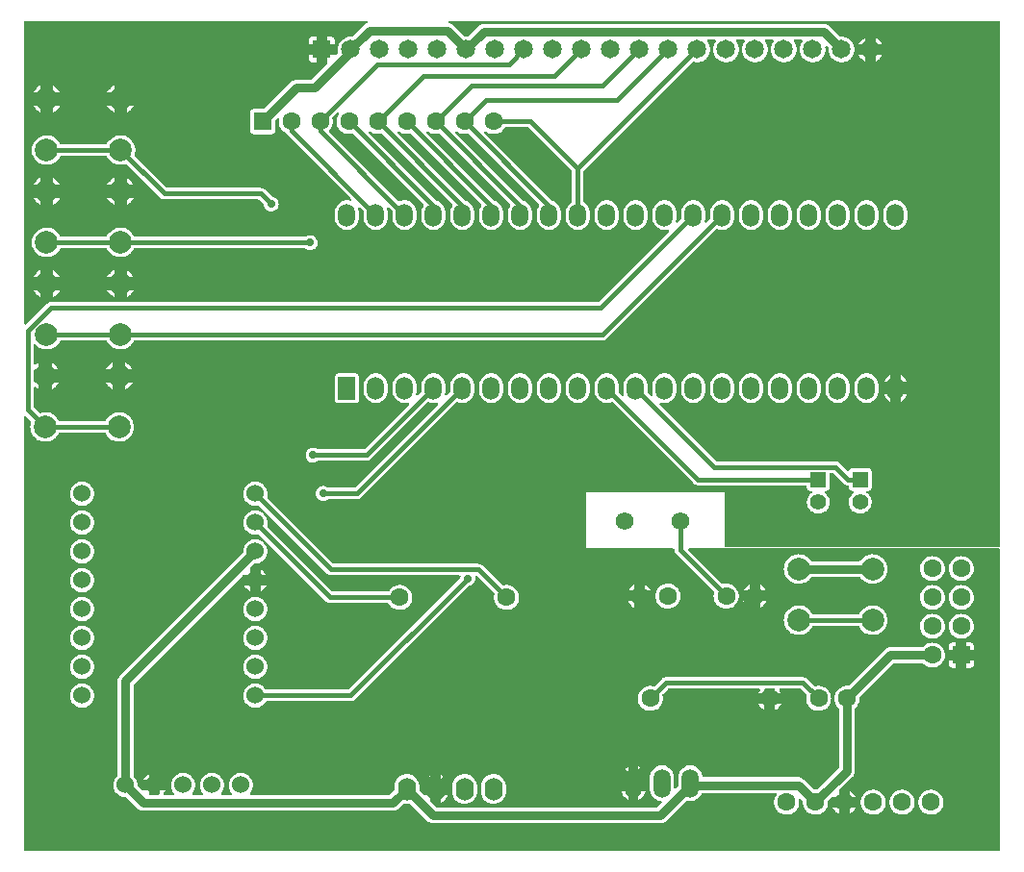
<source format=gtl>
G04 Layer: TopLayer*
G04 EasyEDA v6.5.39, 2024-06-02 20:32:35*
G04 ef2d4929fbef40f6970fe1db0f733495,10*
G04 Gerber Generator version 0.2*
G04 Scale: 100 percent, Rotated: No, Reflected: No *
G04 Dimensions in millimeters *
G04 leading zeros omitted , absolute positions ,4 integer and 5 decimal *
%FSLAX45Y45*%
%MOMM*%

%ADD10C,0.4000*%
%ADD11C,0.8000*%
%ADD12C,1.5600*%
%ADD13C,1.6000*%
%ADD14O,1.524X2.5239979999999997*%
%ADD15C,1.4000*%
%ADD16R,1.4000X1.4000*%
%ADD17R,1.6000X1.6000*%
%ADD18C,1.5240*%
%ADD19O,1.5999968X1.9999959999999999*%
%ADD20O,1.499997X1.9999959999999999*%
%ADD21R,1.5000X2.0000*%
%ADD22C,2.0000*%
%ADD23R,1.6500X1.6500*%
%ADD24C,1.6500*%
%ADD25C,0.7000*%
%ADD26C,0.0113*%

%LPD*%
G36*
X36068Y-7848092D02*
G01*
X32156Y-7847330D01*
X28905Y-7845094D01*
X26670Y-7841843D01*
X25908Y-7837931D01*
X25908Y-4024579D01*
X26670Y-4020667D01*
X28905Y-4017416D01*
X32156Y-4015181D01*
X36068Y-4014419D01*
X39979Y-4015181D01*
X43230Y-4017416D01*
X83058Y-4057192D01*
X85140Y-4060190D01*
X86004Y-4063746D01*
X85598Y-4067352D01*
X81584Y-4080560D01*
X78841Y-4095750D01*
X77927Y-4111193D01*
X78841Y-4126636D01*
X81584Y-4141825D01*
X86106Y-4156608D01*
X92303Y-4170781D01*
X100177Y-4184091D01*
X109575Y-4196384D01*
X120345Y-4207459D01*
X132334Y-4217212D01*
X145389Y-4225493D01*
X159359Y-4232097D01*
X173990Y-4237075D01*
X189128Y-4240276D01*
X204520Y-4241647D01*
X220014Y-4241190D01*
X235305Y-4238904D01*
X250190Y-4234789D01*
X264515Y-4228998D01*
X278079Y-4221530D01*
X290626Y-4212539D01*
X302056Y-4202074D01*
X312115Y-4190390D01*
X320751Y-4177537D01*
X326085Y-4167225D01*
X328320Y-4164279D01*
X331470Y-4162348D01*
X335127Y-4161688D01*
X731672Y-4161688D01*
X735482Y-4162450D01*
X738733Y-4164584D01*
X740968Y-4167784D01*
X742289Y-4170781D01*
X750163Y-4184091D01*
X759561Y-4196384D01*
X770331Y-4207459D01*
X782320Y-4217212D01*
X795375Y-4225493D01*
X809345Y-4232097D01*
X823976Y-4237075D01*
X839114Y-4240276D01*
X854506Y-4241647D01*
X870000Y-4241190D01*
X885291Y-4238904D01*
X900176Y-4234789D01*
X914501Y-4228998D01*
X928065Y-4221530D01*
X940612Y-4212539D01*
X952042Y-4202074D01*
X962101Y-4190390D01*
X970737Y-4177537D01*
X977798Y-4163822D01*
X983183Y-4149293D01*
X986840Y-4134256D01*
X988669Y-4118914D01*
X988669Y-4103471D01*
X986840Y-4088129D01*
X983183Y-4073093D01*
X977798Y-4058615D01*
X970737Y-4044848D01*
X962101Y-4031996D01*
X952042Y-4020312D01*
X940612Y-4009847D01*
X928065Y-4000855D01*
X914501Y-3993387D01*
X900176Y-3987596D01*
X885291Y-3983482D01*
X870000Y-3981196D01*
X854506Y-3980738D01*
X839114Y-3982110D01*
X823976Y-3985310D01*
X809345Y-3990289D01*
X795375Y-3996944D01*
X782320Y-4005173D01*
X770331Y-4014927D01*
X759561Y-4026001D01*
X750163Y-4038295D01*
X742289Y-4051604D01*
X740968Y-4054601D01*
X738733Y-4057802D01*
X735482Y-4059936D01*
X731672Y-4060698D01*
X335127Y-4060698D01*
X331470Y-4060037D01*
X328320Y-4058107D01*
X326085Y-4055160D01*
X320751Y-4044848D01*
X312115Y-4031996D01*
X302056Y-4020312D01*
X290626Y-4009847D01*
X278079Y-4000855D01*
X264515Y-3993387D01*
X250190Y-3987596D01*
X235305Y-3983482D01*
X220014Y-3981196D01*
X204520Y-3980738D01*
X189128Y-3982110D01*
X173990Y-3985310D01*
X165049Y-3988358D01*
X161340Y-3988866D01*
X157734Y-3988003D01*
X154635Y-3985920D01*
X110642Y-3941927D01*
X108407Y-3938625D01*
X107645Y-3934714D01*
X107645Y-3768547D01*
X108356Y-3764787D01*
X110388Y-3761587D01*
X113436Y-3759352D01*
X117094Y-3758387D01*
X120904Y-3758844D01*
X124206Y-3760622D01*
X132334Y-3767226D01*
X145389Y-3775506D01*
X152044Y-3778656D01*
X152044Y-3717544D01*
X117805Y-3717544D01*
X113944Y-3716782D01*
X110642Y-3714597D01*
X108407Y-3711295D01*
X107645Y-3707384D01*
X107645Y-3615029D01*
X108407Y-3611118D01*
X110642Y-3607815D01*
X113944Y-3605631D01*
X117805Y-3604869D01*
X152044Y-3604869D01*
X152044Y-3543757D01*
X145389Y-3546957D01*
X132334Y-3555187D01*
X124206Y-3561791D01*
X120904Y-3563569D01*
X117094Y-3564026D01*
X113436Y-3563061D01*
X110388Y-3560826D01*
X108356Y-3557625D01*
X107645Y-3553866D01*
X107645Y-3393592D01*
X108458Y-3389680D01*
X110693Y-3386378D01*
X113995Y-3384194D01*
X117906Y-3383432D01*
X121818Y-3384245D01*
X125120Y-3386531D01*
X133045Y-3394659D01*
X145034Y-3404412D01*
X158089Y-3412693D01*
X172059Y-3419297D01*
X186690Y-3424275D01*
X201828Y-3427476D01*
X217220Y-3428847D01*
X232714Y-3428390D01*
X248005Y-3426104D01*
X262890Y-3421989D01*
X277215Y-3416198D01*
X290779Y-3408730D01*
X303326Y-3399739D01*
X314756Y-3389274D01*
X324815Y-3377590D01*
X333451Y-3364737D01*
X338785Y-3354425D01*
X341020Y-3351479D01*
X344170Y-3349548D01*
X347827Y-3348888D01*
X744372Y-3348888D01*
X748182Y-3349650D01*
X751433Y-3351784D01*
X753668Y-3354984D01*
X754989Y-3357981D01*
X762863Y-3371291D01*
X772261Y-3383584D01*
X783031Y-3394659D01*
X795020Y-3404412D01*
X808075Y-3412693D01*
X822045Y-3419297D01*
X836676Y-3424275D01*
X851814Y-3427476D01*
X867206Y-3428847D01*
X882700Y-3428390D01*
X897991Y-3426104D01*
X912876Y-3421989D01*
X927201Y-3416198D01*
X940765Y-3408730D01*
X953312Y-3399739D01*
X964742Y-3389274D01*
X974801Y-3377590D01*
X983437Y-3364737D01*
X988771Y-3354425D01*
X991006Y-3351479D01*
X994156Y-3349548D01*
X997813Y-3348888D01*
X5111902Y-3348888D01*
X5116525Y-3348685D01*
X5120894Y-3348126D01*
X5125212Y-3347161D01*
X5129377Y-3345840D01*
X5133492Y-3344164D01*
X5137404Y-3342132D01*
X5141112Y-3339744D01*
X5144566Y-3337051D01*
X5148021Y-3333953D01*
X6112002Y-2369921D01*
X6115507Y-2367635D01*
X6119622Y-2366975D01*
X6124295Y-2368296D01*
X6137402Y-2372766D01*
X6150914Y-2375458D01*
X6164681Y-2376373D01*
X6178448Y-2375458D01*
X6192012Y-2372766D01*
X6205067Y-2368296D01*
X6217412Y-2362200D01*
X6228892Y-2354529D01*
X6239256Y-2345436D01*
X6248349Y-2335072D01*
X6256020Y-2323592D01*
X6262166Y-2311247D01*
X6266586Y-2298141D01*
X6269278Y-2284628D01*
X6270193Y-2270506D01*
X6270193Y-2221179D01*
X6269278Y-2207107D01*
X6266586Y-2193544D01*
X6262166Y-2180488D01*
X6256020Y-2168144D01*
X6248349Y-2156663D01*
X6239256Y-2146249D01*
X6228892Y-2137156D01*
X6217412Y-2129485D01*
X6205067Y-2123389D01*
X6192012Y-2118969D01*
X6178448Y-2116277D01*
X6164681Y-2115362D01*
X6150914Y-2116277D01*
X6137402Y-2118969D01*
X6124295Y-2123389D01*
X6111951Y-2129485D01*
X6100470Y-2137156D01*
X6090107Y-2146249D01*
X6081014Y-2156663D01*
X6073343Y-2168144D01*
X6067247Y-2180488D01*
X6062776Y-2193544D01*
X6060084Y-2207107D01*
X6059170Y-2221179D01*
X6059170Y-2270506D01*
X6059474Y-2274722D01*
X6058814Y-2278989D01*
X6056477Y-2282596D01*
X6028842Y-2310282D01*
X6024981Y-2312670D01*
X6020511Y-2313178D01*
X6016294Y-2311704D01*
X6013043Y-2308555D01*
X6011570Y-2304288D01*
X6012027Y-2299817D01*
X6012586Y-2298141D01*
X6015278Y-2284628D01*
X6016193Y-2270506D01*
X6016193Y-2221179D01*
X6015278Y-2207107D01*
X6012586Y-2193544D01*
X6008166Y-2180488D01*
X6002020Y-2168144D01*
X5994349Y-2156663D01*
X5985256Y-2146249D01*
X5974892Y-2137156D01*
X5963412Y-2129485D01*
X5951067Y-2123389D01*
X5938012Y-2118969D01*
X5924448Y-2116277D01*
X5910681Y-2115362D01*
X5896914Y-2116277D01*
X5883402Y-2118969D01*
X5870295Y-2123389D01*
X5857951Y-2129485D01*
X5846470Y-2137156D01*
X5836107Y-2146249D01*
X5827014Y-2156663D01*
X5819343Y-2168144D01*
X5813247Y-2180488D01*
X5808776Y-2193544D01*
X5806084Y-2207107D01*
X5805170Y-2221179D01*
X5805170Y-2270506D01*
X5805474Y-2274671D01*
X5804814Y-2278938D01*
X5802477Y-2282545D01*
X5774842Y-2310180D01*
X5771032Y-2312568D01*
X5766562Y-2313076D01*
X5762294Y-2311603D01*
X5759094Y-2308453D01*
X5757570Y-2304186D01*
X5758078Y-2299716D01*
X5758586Y-2298141D01*
X5761278Y-2284628D01*
X5762193Y-2270506D01*
X5762193Y-2221179D01*
X5761278Y-2207107D01*
X5758586Y-2193544D01*
X5754166Y-2180488D01*
X5748020Y-2168144D01*
X5740349Y-2156663D01*
X5731256Y-2146249D01*
X5720892Y-2137156D01*
X5709412Y-2129485D01*
X5697067Y-2123389D01*
X5684012Y-2118969D01*
X5670448Y-2116277D01*
X5656681Y-2115362D01*
X5642914Y-2116277D01*
X5629402Y-2118969D01*
X5616295Y-2123389D01*
X5603951Y-2129485D01*
X5592470Y-2137156D01*
X5582107Y-2146249D01*
X5573014Y-2156663D01*
X5565343Y-2168144D01*
X5559247Y-2180488D01*
X5554776Y-2193544D01*
X5552084Y-2207107D01*
X5551170Y-2221179D01*
X5551170Y-2270506D01*
X5552084Y-2284628D01*
X5554776Y-2298141D01*
X5559247Y-2311247D01*
X5565343Y-2323592D01*
X5573014Y-2335072D01*
X5582107Y-2345436D01*
X5592470Y-2354529D01*
X5603951Y-2362200D01*
X5616295Y-2368296D01*
X5629402Y-2372766D01*
X5642914Y-2375458D01*
X5656681Y-2376373D01*
X5670448Y-2375458D01*
X5684012Y-2372766D01*
X5685536Y-2372207D01*
X5690006Y-2371750D01*
X5694273Y-2373274D01*
X5697423Y-2376474D01*
X5698896Y-2380742D01*
X5698388Y-2385212D01*
X5696000Y-2389022D01*
X5077815Y-3007207D01*
X5074513Y-3009442D01*
X5070602Y-3010204D01*
X263347Y-3010204D01*
X258724Y-3010408D01*
X254355Y-3010966D01*
X250088Y-3011932D01*
X245871Y-3013252D01*
X241808Y-3014929D01*
X237896Y-3016961D01*
X234188Y-3019348D01*
X230682Y-3022041D01*
X227279Y-3025140D01*
X43230Y-3209137D01*
X39979Y-3211372D01*
X36068Y-3212134D01*
X32156Y-3211372D01*
X28905Y-3209137D01*
X26670Y-3205886D01*
X25908Y-3201974D01*
X25908Y-544068D01*
X26670Y-540156D01*
X28905Y-536905D01*
X32156Y-534670D01*
X36068Y-533908D01*
X3037027Y-533908D01*
X3040888Y-534670D01*
X3044190Y-536905D01*
X3046425Y-540156D01*
X3047187Y-544068D01*
X3046425Y-547979D01*
X3044190Y-551230D01*
X3040888Y-553466D01*
X3030423Y-557784D01*
X3020974Y-563575D01*
X3012287Y-571042D01*
X2911348Y-671931D01*
X2907588Y-674319D01*
X2903220Y-674878D01*
X2899206Y-674471D01*
X2884728Y-674928D01*
X2870454Y-677265D01*
X2856585Y-681380D01*
X2843326Y-687222D01*
X2830982Y-694740D01*
X2819654Y-703783D01*
X2809544Y-714146D01*
X2800908Y-725779D01*
X2793796Y-738378D01*
X2788361Y-751789D01*
X2784703Y-765810D01*
X2782824Y-780135D01*
X2782824Y-794664D01*
X2785313Y-813765D01*
X2784398Y-817168D01*
X2782366Y-820013D01*
X2770378Y-832002D01*
X2767076Y-834237D01*
X2763215Y-834999D01*
X2689199Y-834999D01*
X2689199Y-909015D01*
X2688437Y-912876D01*
X2686202Y-916178D01*
X2554122Y-1048258D01*
X2550820Y-1050493D01*
X2546959Y-1051255D01*
X2421940Y-1051255D01*
X2410510Y-1052169D01*
X2399741Y-1054760D01*
X2389530Y-1058976D01*
X2380132Y-1064768D01*
X2371394Y-1072184D01*
X2134666Y-1308912D01*
X2131364Y-1311097D01*
X2127504Y-1311910D01*
X2041398Y-1311910D01*
X2034946Y-1312519D01*
X2029256Y-1314246D01*
X2023973Y-1317091D01*
X2019350Y-1320850D01*
X2015591Y-1325473D01*
X2012746Y-1330756D01*
X2011019Y-1336446D01*
X2010410Y-1342898D01*
X2010410Y-1501902D01*
X2011019Y-1508353D01*
X2012746Y-1514043D01*
X2015591Y-1519326D01*
X2019350Y-1523949D01*
X2023973Y-1527708D01*
X2029256Y-1530553D01*
X2034946Y-1532280D01*
X2041398Y-1532890D01*
X2200402Y-1532890D01*
X2206853Y-1532280D01*
X2212543Y-1530553D01*
X2217826Y-1527708D01*
X2222449Y-1523949D01*
X2226208Y-1519326D01*
X2229053Y-1514043D01*
X2230780Y-1508353D01*
X2231390Y-1501902D01*
X2231390Y-1415796D01*
X2232202Y-1411935D01*
X2234387Y-1408633D01*
X2249017Y-1393952D01*
X2252522Y-1391716D01*
X2256637Y-1391005D01*
X2260701Y-1392021D01*
X2264003Y-1394612D01*
X2265984Y-1398270D01*
X2266289Y-1402435D01*
X2264664Y-1415338D01*
X2264664Y-1429461D01*
X2266442Y-1443532D01*
X2270048Y-1457198D01*
X2275332Y-1470355D01*
X2282291Y-1482699D01*
X2290775Y-1494028D01*
X2300630Y-1504188D01*
X2311704Y-1513027D01*
X2326894Y-1522374D01*
X2328976Y-1525066D01*
X2331161Y-1529334D01*
X2333548Y-1533042D01*
X2336241Y-1536496D01*
X2339340Y-1539951D01*
X2902153Y-2102764D01*
X2904540Y-2106574D01*
X2905099Y-2111044D01*
X2903626Y-2115312D01*
X2900426Y-2118512D01*
X2896209Y-2120036D01*
X2891688Y-2119579D01*
X2890012Y-2118969D01*
X2876448Y-2116277D01*
X2862681Y-2115362D01*
X2848914Y-2116277D01*
X2835402Y-2118969D01*
X2822295Y-2123389D01*
X2809951Y-2129485D01*
X2798470Y-2137156D01*
X2788107Y-2146249D01*
X2779014Y-2156663D01*
X2771343Y-2168144D01*
X2765247Y-2180488D01*
X2760776Y-2193544D01*
X2758084Y-2207107D01*
X2757170Y-2221179D01*
X2757170Y-2270506D01*
X2758084Y-2284628D01*
X2760776Y-2298141D01*
X2765247Y-2311247D01*
X2771343Y-2323592D01*
X2779014Y-2335072D01*
X2788107Y-2345436D01*
X2798470Y-2354529D01*
X2809951Y-2362200D01*
X2822295Y-2368296D01*
X2835402Y-2372766D01*
X2848914Y-2375458D01*
X2862681Y-2376373D01*
X2876448Y-2375458D01*
X2890012Y-2372766D01*
X2903067Y-2368296D01*
X2915412Y-2362200D01*
X2926892Y-2354529D01*
X2937256Y-2345436D01*
X2946349Y-2335072D01*
X2954020Y-2323592D01*
X2960166Y-2311247D01*
X2964586Y-2298141D01*
X2967278Y-2284628D01*
X2968193Y-2270506D01*
X2968193Y-2221179D01*
X2967278Y-2207107D01*
X2964586Y-2193544D01*
X2963976Y-2191816D01*
X2963519Y-2187346D01*
X2965043Y-2183130D01*
X2968244Y-2179929D01*
X2972511Y-2178456D01*
X2976981Y-2178964D01*
X2980791Y-2181402D01*
X3008528Y-2209088D01*
X3010814Y-2212695D01*
X3011474Y-2216962D01*
X3011170Y-2221179D01*
X3011170Y-2270506D01*
X3012084Y-2284628D01*
X3014776Y-2298141D01*
X3019247Y-2311247D01*
X3025343Y-2323592D01*
X3033014Y-2335072D01*
X3042107Y-2345436D01*
X3052470Y-2354529D01*
X3063951Y-2362200D01*
X3076295Y-2368296D01*
X3089402Y-2372766D01*
X3102914Y-2375458D01*
X3116681Y-2376373D01*
X3130448Y-2375458D01*
X3144012Y-2372766D01*
X3157067Y-2368296D01*
X3169412Y-2362200D01*
X3180892Y-2354529D01*
X3191256Y-2345436D01*
X3200349Y-2335072D01*
X3208020Y-2323592D01*
X3214166Y-2311247D01*
X3218586Y-2298141D01*
X3221278Y-2284628D01*
X3222193Y-2270506D01*
X3222193Y-2221179D01*
X3221278Y-2207107D01*
X3218586Y-2193544D01*
X3217976Y-2191816D01*
X3217519Y-2187346D01*
X3219043Y-2183130D01*
X3222244Y-2179929D01*
X3226511Y-2178456D01*
X3230981Y-2178964D01*
X3234791Y-2181402D01*
X3262528Y-2209088D01*
X3264814Y-2212695D01*
X3265474Y-2216962D01*
X3265170Y-2221179D01*
X3265170Y-2270506D01*
X3266084Y-2284628D01*
X3268776Y-2298141D01*
X3273247Y-2311247D01*
X3279343Y-2323592D01*
X3287014Y-2335072D01*
X3296107Y-2345436D01*
X3306470Y-2354529D01*
X3317951Y-2362200D01*
X3330295Y-2368296D01*
X3343401Y-2372766D01*
X3356914Y-2375458D01*
X3370681Y-2376373D01*
X3384448Y-2375458D01*
X3398012Y-2372766D01*
X3411067Y-2368296D01*
X3423412Y-2362200D01*
X3434892Y-2354529D01*
X3445256Y-2345436D01*
X3454349Y-2335072D01*
X3462020Y-2323592D01*
X3468166Y-2311247D01*
X3472586Y-2298141D01*
X3475278Y-2284628D01*
X3476193Y-2270506D01*
X3476193Y-2221179D01*
X3475278Y-2207107D01*
X3472586Y-2193544D01*
X3468166Y-2180488D01*
X3462020Y-2168144D01*
X3454349Y-2156663D01*
X3445256Y-2146249D01*
X3434892Y-2137156D01*
X3423412Y-2129485D01*
X3411067Y-2123389D01*
X3398012Y-2118969D01*
X3384448Y-2116277D01*
X3370681Y-2115362D01*
X3356914Y-2116277D01*
X3343401Y-2118969D01*
X3329736Y-2123694D01*
X3325672Y-2124760D01*
X3321558Y-2124049D01*
X3318052Y-2121763D01*
X2709062Y-1512773D01*
X2706928Y-1509674D01*
X2706065Y-1506016D01*
X2706624Y-1502257D01*
X2708503Y-1499006D01*
X2717444Y-1488490D01*
X2725166Y-1476603D01*
X2731312Y-1463852D01*
X2735783Y-1450441D01*
X2738475Y-1436522D01*
X2739390Y-1422400D01*
X2738475Y-1408277D01*
X2735580Y-1393494D01*
X2735478Y-1390192D01*
X2736443Y-1387043D01*
X2738374Y-1384350D01*
X2778252Y-1344472D01*
X2781858Y-1342136D01*
X2786126Y-1341526D01*
X2790291Y-1342745D01*
X2793542Y-1345590D01*
X2795371Y-1349502D01*
X2795371Y-1353820D01*
X2793593Y-1357731D01*
X2790291Y-1362100D01*
X2783332Y-1374444D01*
X2778048Y-1387602D01*
X2774442Y-1401267D01*
X2772664Y-1415338D01*
X2772664Y-1429461D01*
X2774442Y-1443532D01*
X2778048Y-1457198D01*
X2783332Y-1470355D01*
X2790291Y-1482699D01*
X2798775Y-1494028D01*
X2808630Y-1504188D01*
X2819704Y-1513027D01*
X2831795Y-1520342D01*
X2844749Y-1526082D01*
X2858312Y-1530096D01*
X2872282Y-1532382D01*
X2886456Y-1532839D01*
X2900527Y-1531467D01*
X2911348Y-1528978D01*
X2914751Y-1528826D01*
X2918002Y-1529740D01*
X2920796Y-1531721D01*
X3537000Y-2147925D01*
X3538982Y-2150770D01*
X3539896Y-2154123D01*
X3539642Y-2157577D01*
X3538270Y-2160727D01*
X3533343Y-2168144D01*
X3527247Y-2180488D01*
X3522776Y-2193544D01*
X3520084Y-2207107D01*
X3519170Y-2221179D01*
X3519170Y-2270506D01*
X3520084Y-2284628D01*
X3522776Y-2298141D01*
X3527247Y-2311247D01*
X3533343Y-2323592D01*
X3541014Y-2335072D01*
X3550107Y-2345436D01*
X3560470Y-2354529D01*
X3571951Y-2362200D01*
X3584295Y-2368296D01*
X3597401Y-2372766D01*
X3610914Y-2375458D01*
X3624681Y-2376373D01*
X3638448Y-2375458D01*
X3652012Y-2372766D01*
X3665067Y-2368296D01*
X3677412Y-2362200D01*
X3688892Y-2354529D01*
X3699256Y-2345436D01*
X3708349Y-2335072D01*
X3716020Y-2323592D01*
X3722166Y-2311247D01*
X3726586Y-2298141D01*
X3729278Y-2284628D01*
X3730193Y-2270506D01*
X3730193Y-2221179D01*
X3729278Y-2207107D01*
X3726586Y-2193544D01*
X3722166Y-2180488D01*
X3716020Y-2168144D01*
X3708349Y-2156663D01*
X3699256Y-2146249D01*
X3688892Y-2137156D01*
X3677412Y-2129485D01*
X3665067Y-2123389D01*
X3652570Y-2119172D01*
X3648659Y-2116734D01*
X3059684Y-1527759D01*
X3057347Y-1524101D01*
X3056737Y-1519783D01*
X3058007Y-1515618D01*
X3060954Y-1512366D01*
X3064967Y-1510639D01*
X3069285Y-1510741D01*
X3073704Y-1513027D01*
X3085795Y-1520342D01*
X3098749Y-1526082D01*
X3112312Y-1530096D01*
X3126282Y-1532382D01*
X3140456Y-1532839D01*
X3154527Y-1531467D01*
X3165348Y-1528978D01*
X3168751Y-1528826D01*
X3172002Y-1529740D01*
X3174796Y-1531721D01*
X3791000Y-2147925D01*
X3792982Y-2150770D01*
X3793896Y-2154123D01*
X3793642Y-2157577D01*
X3792270Y-2160727D01*
X3787343Y-2168144D01*
X3781247Y-2180488D01*
X3776776Y-2193544D01*
X3774084Y-2207107D01*
X3773170Y-2221179D01*
X3773170Y-2270506D01*
X3774084Y-2284628D01*
X3776776Y-2298141D01*
X3781247Y-2311247D01*
X3787343Y-2323592D01*
X3795014Y-2335072D01*
X3804107Y-2345436D01*
X3814470Y-2354529D01*
X3825951Y-2362200D01*
X3838295Y-2368296D01*
X3851401Y-2372766D01*
X3864914Y-2375458D01*
X3878681Y-2376373D01*
X3892448Y-2375458D01*
X3906012Y-2372766D01*
X3919067Y-2368296D01*
X3931412Y-2362200D01*
X3942892Y-2354529D01*
X3953256Y-2345436D01*
X3962349Y-2335072D01*
X3970020Y-2323592D01*
X3976166Y-2311247D01*
X3980586Y-2298141D01*
X3983278Y-2284628D01*
X3984193Y-2270506D01*
X3984193Y-2221179D01*
X3983278Y-2207107D01*
X3980586Y-2193544D01*
X3976166Y-2180488D01*
X3970020Y-2168144D01*
X3962349Y-2156663D01*
X3953256Y-2146249D01*
X3942892Y-2137156D01*
X3931412Y-2129485D01*
X3919067Y-2123389D01*
X3906570Y-2119172D01*
X3902659Y-2116734D01*
X3313684Y-1527759D01*
X3311347Y-1524101D01*
X3310737Y-1519783D01*
X3312007Y-1515618D01*
X3314954Y-1512366D01*
X3318967Y-1510639D01*
X3323285Y-1510741D01*
X3327704Y-1513027D01*
X3339795Y-1520342D01*
X3352749Y-1526082D01*
X3366312Y-1530096D01*
X3380282Y-1532382D01*
X3394456Y-1532839D01*
X3408527Y-1531467D01*
X3419348Y-1528978D01*
X3422751Y-1528826D01*
X3426002Y-1529740D01*
X3428796Y-1531721D01*
X4045000Y-2147925D01*
X4046982Y-2150770D01*
X4047896Y-2154123D01*
X4047642Y-2157577D01*
X4046270Y-2160727D01*
X4041343Y-2168144D01*
X4035247Y-2180488D01*
X4030776Y-2193544D01*
X4028084Y-2207107D01*
X4027170Y-2221179D01*
X4027170Y-2270506D01*
X4028084Y-2284628D01*
X4030776Y-2298141D01*
X4035247Y-2311247D01*
X4041343Y-2323592D01*
X4049014Y-2335072D01*
X4058107Y-2345436D01*
X4068470Y-2354529D01*
X4079951Y-2362200D01*
X4092295Y-2368296D01*
X4105401Y-2372766D01*
X4118914Y-2375458D01*
X4132681Y-2376373D01*
X4146448Y-2375458D01*
X4160012Y-2372766D01*
X4173067Y-2368296D01*
X4185412Y-2362200D01*
X4196892Y-2354529D01*
X4207256Y-2345436D01*
X4216349Y-2335072D01*
X4224020Y-2323592D01*
X4230166Y-2311247D01*
X4234586Y-2298141D01*
X4237278Y-2284628D01*
X4238193Y-2270506D01*
X4238193Y-2221179D01*
X4237278Y-2207107D01*
X4234586Y-2193544D01*
X4230166Y-2180488D01*
X4224020Y-2168144D01*
X4216349Y-2156663D01*
X4207256Y-2146249D01*
X4196892Y-2137156D01*
X4185412Y-2129485D01*
X4173067Y-2123389D01*
X4160570Y-2119172D01*
X4156659Y-2116734D01*
X3567684Y-1527759D01*
X3565347Y-1524101D01*
X3564737Y-1519783D01*
X3566007Y-1515618D01*
X3568954Y-1512366D01*
X3572967Y-1510639D01*
X3577285Y-1510741D01*
X3581704Y-1513027D01*
X3593795Y-1520342D01*
X3606749Y-1526082D01*
X3620312Y-1530096D01*
X3634282Y-1532382D01*
X3648456Y-1532839D01*
X3662527Y-1531467D01*
X3673348Y-1528978D01*
X3676751Y-1528826D01*
X3680002Y-1529740D01*
X3682796Y-1531721D01*
X4299000Y-2147925D01*
X4300982Y-2150770D01*
X4301896Y-2154123D01*
X4301642Y-2157577D01*
X4300270Y-2160727D01*
X4295343Y-2168144D01*
X4289247Y-2180488D01*
X4284776Y-2193544D01*
X4282084Y-2207107D01*
X4281170Y-2221179D01*
X4281170Y-2270506D01*
X4282084Y-2284628D01*
X4284776Y-2298141D01*
X4289247Y-2311247D01*
X4295343Y-2323592D01*
X4303014Y-2335072D01*
X4312107Y-2345436D01*
X4322470Y-2354529D01*
X4333951Y-2362200D01*
X4346295Y-2368296D01*
X4359402Y-2372766D01*
X4372914Y-2375458D01*
X4386681Y-2376373D01*
X4400448Y-2375458D01*
X4414012Y-2372766D01*
X4427067Y-2368296D01*
X4439412Y-2362200D01*
X4450892Y-2354529D01*
X4461256Y-2345436D01*
X4470349Y-2335072D01*
X4478020Y-2323592D01*
X4484166Y-2311247D01*
X4488586Y-2298141D01*
X4491278Y-2284628D01*
X4492193Y-2270506D01*
X4492193Y-2221179D01*
X4491278Y-2207107D01*
X4488586Y-2193544D01*
X4484166Y-2180488D01*
X4478020Y-2168144D01*
X4470349Y-2156663D01*
X4461256Y-2146249D01*
X4450892Y-2137156D01*
X4439412Y-2129485D01*
X4427067Y-2123389D01*
X4414570Y-2119172D01*
X4410659Y-2116734D01*
X3821684Y-1527759D01*
X3819347Y-1524101D01*
X3818737Y-1519783D01*
X3820007Y-1515618D01*
X3822954Y-1512366D01*
X3826967Y-1510639D01*
X3831285Y-1510741D01*
X3835704Y-1513027D01*
X3847795Y-1520342D01*
X3860749Y-1526082D01*
X3874312Y-1530096D01*
X3888282Y-1532382D01*
X3902456Y-1532839D01*
X3916527Y-1531467D01*
X3927348Y-1528978D01*
X3930751Y-1528826D01*
X3934002Y-1529740D01*
X3936796Y-1531721D01*
X4553000Y-2147925D01*
X4554982Y-2150770D01*
X4555896Y-2154123D01*
X4555642Y-2157577D01*
X4554270Y-2160727D01*
X4549343Y-2168144D01*
X4543247Y-2180488D01*
X4538776Y-2193544D01*
X4536084Y-2207107D01*
X4535170Y-2221179D01*
X4535170Y-2270506D01*
X4536084Y-2284628D01*
X4538776Y-2298141D01*
X4543247Y-2311247D01*
X4549343Y-2323592D01*
X4557014Y-2335072D01*
X4566107Y-2345436D01*
X4576470Y-2354529D01*
X4587951Y-2362200D01*
X4600295Y-2368296D01*
X4613402Y-2372766D01*
X4626914Y-2375458D01*
X4640681Y-2376373D01*
X4654448Y-2375458D01*
X4668012Y-2372766D01*
X4681067Y-2368296D01*
X4693412Y-2362200D01*
X4704892Y-2354529D01*
X4715256Y-2345436D01*
X4724349Y-2335072D01*
X4732020Y-2323592D01*
X4738166Y-2311247D01*
X4742586Y-2298141D01*
X4745278Y-2284628D01*
X4746193Y-2270506D01*
X4746193Y-2221179D01*
X4745278Y-2207107D01*
X4742586Y-2193544D01*
X4738166Y-2180488D01*
X4732020Y-2168144D01*
X4724349Y-2156663D01*
X4715256Y-2146249D01*
X4704892Y-2137156D01*
X4693412Y-2129485D01*
X4681067Y-2123389D01*
X4668570Y-2119172D01*
X4664659Y-2116734D01*
X4075684Y-1527759D01*
X4073347Y-1524101D01*
X4072737Y-1519783D01*
X4074007Y-1515618D01*
X4076954Y-1512366D01*
X4080967Y-1510639D01*
X4085285Y-1510741D01*
X4089704Y-1513027D01*
X4101795Y-1520342D01*
X4114749Y-1526082D01*
X4128312Y-1530096D01*
X4142282Y-1532382D01*
X4156456Y-1532839D01*
X4170527Y-1531467D01*
X4184345Y-1528318D01*
X4197604Y-1523441D01*
X4210151Y-1516888D01*
X4221784Y-1508760D01*
X4232249Y-1499260D01*
X4241444Y-1488490D01*
X4248556Y-1477518D01*
X4250842Y-1475079D01*
X4253788Y-1473454D01*
X4257090Y-1472895D01*
X4455414Y-1472895D01*
X4459325Y-1473657D01*
X4462627Y-1475892D01*
X4841087Y-1854352D01*
X4843322Y-1857654D01*
X4844084Y-1861566D01*
X4844084Y-2122678D01*
X4843526Y-2125929D01*
X4841951Y-2128824D01*
X4839563Y-2131110D01*
X4830470Y-2137156D01*
X4820107Y-2146249D01*
X4811014Y-2156663D01*
X4803343Y-2168144D01*
X4797247Y-2180488D01*
X4792776Y-2193544D01*
X4790084Y-2207107D01*
X4789170Y-2221179D01*
X4789170Y-2270506D01*
X4790084Y-2284628D01*
X4792776Y-2298141D01*
X4797247Y-2311247D01*
X4803343Y-2323592D01*
X4811014Y-2335072D01*
X4820107Y-2345436D01*
X4830470Y-2354529D01*
X4841951Y-2362200D01*
X4854295Y-2368296D01*
X4867402Y-2372766D01*
X4880914Y-2375458D01*
X4894681Y-2376373D01*
X4908448Y-2375458D01*
X4922012Y-2372766D01*
X4935067Y-2368296D01*
X4947412Y-2362200D01*
X4958892Y-2354529D01*
X4969256Y-2345436D01*
X4978349Y-2335072D01*
X4986020Y-2323592D01*
X4992166Y-2311247D01*
X4996586Y-2298141D01*
X4999278Y-2284628D01*
X5000193Y-2270506D01*
X5000193Y-2221179D01*
X4999278Y-2207107D01*
X4996586Y-2193544D01*
X4992166Y-2180488D01*
X4986020Y-2168144D01*
X4978349Y-2156663D01*
X4969256Y-2146249D01*
X4958892Y-2137156D01*
X4949596Y-2130958D01*
X4947208Y-2128723D01*
X4945634Y-2125776D01*
X4945075Y-2122525D01*
X4945075Y-1861566D01*
X4945837Y-1857654D01*
X4948072Y-1854352D01*
X5903722Y-898702D01*
X5906668Y-896670D01*
X5910173Y-895756D01*
X5913780Y-896162D01*
X5918454Y-897534D01*
X5932728Y-899871D01*
X5947206Y-900328D01*
X5961634Y-898956D01*
X5975756Y-895705D01*
X5989320Y-890727D01*
X6002172Y-884021D01*
X6014059Y-875741D01*
X6024778Y-865987D01*
X6034125Y-854964D01*
X6042050Y-842822D01*
X6048349Y-829818D01*
X6052870Y-816051D01*
X6055664Y-801827D01*
X6056579Y-787400D01*
X6055664Y-772972D01*
X6052870Y-758748D01*
X6048349Y-744982D01*
X6042050Y-731977D01*
X6031179Y-715213D01*
X6030671Y-711454D01*
X6031585Y-707745D01*
X6033820Y-704596D01*
X6037072Y-702564D01*
X6040831Y-701802D01*
X6100521Y-701802D01*
X6104839Y-702818D01*
X6108395Y-705561D01*
X6110376Y-709523D01*
X6110478Y-713994D01*
X6108649Y-718058D01*
X6102908Y-725779D01*
X6095796Y-738378D01*
X6090361Y-751789D01*
X6086703Y-765810D01*
X6084824Y-780135D01*
X6084824Y-794664D01*
X6086703Y-808990D01*
X6090361Y-823010D01*
X6095796Y-836421D01*
X6102908Y-849020D01*
X6111544Y-860653D01*
X6121654Y-871067D01*
X6132982Y-880059D01*
X6145326Y-887577D01*
X6158585Y-893419D01*
X6172454Y-897534D01*
X6186728Y-899871D01*
X6201206Y-900328D01*
X6215634Y-898956D01*
X6229756Y-895705D01*
X6243320Y-890727D01*
X6256172Y-884021D01*
X6268059Y-875741D01*
X6278778Y-865987D01*
X6288125Y-854964D01*
X6296050Y-842822D01*
X6302349Y-829818D01*
X6306870Y-816051D01*
X6309664Y-801827D01*
X6310579Y-787400D01*
X6309664Y-772972D01*
X6306870Y-758748D01*
X6302349Y-744982D01*
X6296050Y-731977D01*
X6285179Y-715213D01*
X6284671Y-711454D01*
X6285585Y-707745D01*
X6287820Y-704596D01*
X6291072Y-702564D01*
X6294831Y-701802D01*
X6354521Y-701802D01*
X6358839Y-702818D01*
X6362395Y-705561D01*
X6364376Y-709523D01*
X6364478Y-713994D01*
X6362649Y-718058D01*
X6356908Y-725779D01*
X6349796Y-738378D01*
X6344361Y-751789D01*
X6340703Y-765810D01*
X6338824Y-780135D01*
X6338824Y-794664D01*
X6340703Y-808990D01*
X6344361Y-823010D01*
X6349796Y-836421D01*
X6356908Y-849020D01*
X6365544Y-860653D01*
X6375654Y-871067D01*
X6386982Y-880059D01*
X6399326Y-887577D01*
X6412585Y-893419D01*
X6426454Y-897534D01*
X6440728Y-899871D01*
X6455206Y-900328D01*
X6469634Y-898956D01*
X6483756Y-895705D01*
X6497320Y-890727D01*
X6510172Y-884021D01*
X6522059Y-875741D01*
X6532778Y-865987D01*
X6542125Y-854964D01*
X6550050Y-842822D01*
X6556349Y-829818D01*
X6560870Y-816051D01*
X6563664Y-801827D01*
X6564579Y-787400D01*
X6563664Y-772972D01*
X6560870Y-758748D01*
X6556349Y-744982D01*
X6550050Y-731977D01*
X6539179Y-715213D01*
X6538671Y-711454D01*
X6539585Y-707745D01*
X6541820Y-704596D01*
X6545072Y-702564D01*
X6548831Y-701802D01*
X6608521Y-701802D01*
X6612839Y-702818D01*
X6616395Y-705561D01*
X6618376Y-709523D01*
X6618478Y-713994D01*
X6616649Y-718058D01*
X6610908Y-725779D01*
X6603796Y-738378D01*
X6598361Y-751789D01*
X6594703Y-765810D01*
X6592824Y-780135D01*
X6592824Y-794664D01*
X6594703Y-808990D01*
X6598361Y-823010D01*
X6603796Y-836421D01*
X6610908Y-849020D01*
X6619544Y-860653D01*
X6629653Y-871067D01*
X6640982Y-880059D01*
X6653326Y-887577D01*
X6666585Y-893419D01*
X6680453Y-897534D01*
X6694728Y-899871D01*
X6709206Y-900328D01*
X6723634Y-898956D01*
X6737756Y-895705D01*
X6751320Y-890727D01*
X6764172Y-884021D01*
X6776059Y-875741D01*
X6786778Y-865987D01*
X6796125Y-854964D01*
X6804050Y-842822D01*
X6810349Y-829818D01*
X6814870Y-816051D01*
X6817664Y-801827D01*
X6818579Y-787400D01*
X6817664Y-772972D01*
X6814870Y-758748D01*
X6810349Y-744982D01*
X6804050Y-731977D01*
X6793179Y-715213D01*
X6792671Y-711454D01*
X6793585Y-707745D01*
X6795820Y-704596D01*
X6799072Y-702564D01*
X6802831Y-701802D01*
X6862521Y-701802D01*
X6866839Y-702818D01*
X6870395Y-705561D01*
X6872376Y-709523D01*
X6872478Y-713994D01*
X6870649Y-718058D01*
X6864908Y-725779D01*
X6857796Y-738378D01*
X6852361Y-751789D01*
X6848703Y-765810D01*
X6846824Y-780135D01*
X6846824Y-794664D01*
X6848703Y-808990D01*
X6852361Y-823010D01*
X6857796Y-836421D01*
X6864908Y-849020D01*
X6873544Y-860653D01*
X6883653Y-871067D01*
X6894982Y-880059D01*
X6907326Y-887577D01*
X6920585Y-893419D01*
X6934453Y-897534D01*
X6948728Y-899871D01*
X6963206Y-900328D01*
X6977634Y-898956D01*
X6991756Y-895705D01*
X7005320Y-890727D01*
X7018172Y-884021D01*
X7030059Y-875741D01*
X7040778Y-865987D01*
X7050125Y-854964D01*
X7058050Y-842822D01*
X7064349Y-829818D01*
X7068870Y-816051D01*
X7071664Y-801827D01*
X7072579Y-787400D01*
X7071664Y-772972D01*
X7071309Y-771093D01*
X7071359Y-766826D01*
X7073239Y-762965D01*
X7076490Y-760171D01*
X7080605Y-759002D01*
X7084872Y-759663D01*
X7088479Y-761949D01*
X7097979Y-771499D01*
X7099808Y-773988D01*
X7100773Y-776884D01*
X7100824Y-794664D01*
X7102703Y-808990D01*
X7106361Y-823010D01*
X7111796Y-836421D01*
X7118908Y-849020D01*
X7127544Y-860653D01*
X7137653Y-871067D01*
X7148982Y-880059D01*
X7161326Y-887577D01*
X7174585Y-893419D01*
X7188453Y-897534D01*
X7202728Y-899871D01*
X7217206Y-900328D01*
X7231634Y-898956D01*
X7245756Y-895705D01*
X7259320Y-890727D01*
X7272172Y-884021D01*
X7284059Y-875741D01*
X7294778Y-865987D01*
X7304125Y-854964D01*
X7312050Y-842822D01*
X7318349Y-829818D01*
X7322870Y-816051D01*
X7325664Y-801827D01*
X7326579Y-787400D01*
X7325664Y-772972D01*
X7322870Y-758748D01*
X7318349Y-744982D01*
X7312050Y-731977D01*
X7304125Y-719836D01*
X7294778Y-708812D01*
X7284059Y-699058D01*
X7272172Y-690778D01*
X7259320Y-684072D01*
X7245756Y-679094D01*
X7231634Y-675843D01*
X7217206Y-674471D01*
X7205319Y-674878D01*
X7201255Y-674166D01*
X7197801Y-671880D01*
X7107631Y-581761D01*
X7098944Y-574294D01*
X7089495Y-568502D01*
X7079284Y-564286D01*
X7068566Y-561695D01*
X7057136Y-560832D01*
X4068064Y-560832D01*
X4056634Y-561695D01*
X4045915Y-564286D01*
X4035704Y-568502D01*
X4026255Y-574294D01*
X4017568Y-581761D01*
X3927348Y-671931D01*
X3923588Y-674319D01*
X3919220Y-674878D01*
X3915206Y-674471D01*
X3903319Y-674878D01*
X3899255Y-674166D01*
X3895801Y-671880D01*
X3794912Y-571042D01*
X3786225Y-563575D01*
X3776776Y-557784D01*
X3766312Y-553466D01*
X3763010Y-551230D01*
X3760774Y-547979D01*
X3760012Y-544068D01*
X3760774Y-540156D01*
X3763010Y-536905D01*
X3766312Y-534670D01*
X3770172Y-533908D01*
X8599932Y-533908D01*
X8603843Y-534670D01*
X8607094Y-536905D01*
X8609330Y-540156D01*
X8610092Y-544068D01*
X8610092Y-5158740D01*
X8609330Y-5162651D01*
X8607094Y-5165902D01*
X8603843Y-5168138D01*
X8599932Y-5168900D01*
X6195060Y-5168900D01*
X6191148Y-5168138D01*
X6187897Y-5165902D01*
X6185662Y-5162651D01*
X6184900Y-5158740D01*
X6184900Y-4687316D01*
X6183884Y-4686300D01*
X4966716Y-4686300D01*
X4965700Y-4687316D01*
X4965700Y-5167884D01*
X4966411Y-5169611D01*
X4977688Y-5180888D01*
X4979416Y-5181600D01*
X5733237Y-5181600D01*
X5737047Y-5182362D01*
X5740298Y-5184495D01*
X5742533Y-5187696D01*
X5743397Y-5191506D01*
X5743600Y-5199481D01*
X5744159Y-5203748D01*
X5745124Y-5208066D01*
X5746445Y-5212232D01*
X5748121Y-5216347D01*
X5750153Y-5220258D01*
X5752541Y-5223967D01*
X5755233Y-5227421D01*
X5758332Y-5230876D01*
X6090158Y-5562650D01*
X6092088Y-5565343D01*
X6093053Y-5568492D01*
X6092952Y-5571794D01*
X6090005Y-5586577D01*
X6089091Y-5600700D01*
X6090005Y-5614822D01*
X6092748Y-5628741D01*
X6097168Y-5642152D01*
X6103315Y-5654903D01*
X6111036Y-5666790D01*
X6120231Y-5677560D01*
X6130696Y-5687060D01*
X6142329Y-5695188D01*
X6154877Y-5701741D01*
X6168186Y-5706618D01*
X6181953Y-5709767D01*
X6196076Y-5711139D01*
X6210198Y-5710682D01*
X6224168Y-5708396D01*
X6237782Y-5704382D01*
X6250686Y-5698642D01*
X6262827Y-5691327D01*
X6273901Y-5682488D01*
X6283706Y-5672328D01*
X6292189Y-5660999D01*
X6299149Y-5648655D01*
X6304432Y-5635498D01*
X6308039Y-5621832D01*
X6309868Y-5607761D01*
X6309868Y-5593638D01*
X6308039Y-5579567D01*
X6304432Y-5565902D01*
X6299149Y-5552744D01*
X6292189Y-5540400D01*
X6283706Y-5529072D01*
X6273901Y-5518912D01*
X6262827Y-5510072D01*
X6250686Y-5502757D01*
X6237782Y-5497017D01*
X6224168Y-5493004D01*
X6210198Y-5490718D01*
X6196076Y-5490260D01*
X6181953Y-5491632D01*
X6171133Y-5494121D01*
X6167780Y-5494274D01*
X6164478Y-5493359D01*
X6161735Y-5491378D01*
X5869279Y-5198922D01*
X5867095Y-5195671D01*
X5866282Y-5191760D01*
X5867095Y-5187848D01*
X5869279Y-5184597D01*
X5872581Y-5182362D01*
X5876442Y-5181600D01*
X8599932Y-5181600D01*
X8603843Y-5182362D01*
X8607094Y-5184597D01*
X8609330Y-5187848D01*
X8610092Y-5191760D01*
X8610092Y-7837931D01*
X8609330Y-7841843D01*
X8607094Y-7845094D01*
X8603843Y-7847330D01*
X8599932Y-7848092D01*
G37*

%LPC*%
G36*
X3622954Y-7601610D02*
G01*
X5620105Y-7601610D01*
X5631484Y-7600696D01*
X5642254Y-7598156D01*
X5652465Y-7593888D01*
X5661914Y-7588148D01*
X5670600Y-7580680D01*
X5847384Y-7404100D01*
X5850077Y-7402220D01*
X5853226Y-7401255D01*
X5856528Y-7401356D01*
X5870092Y-7404049D01*
X5884062Y-7404963D01*
X5897981Y-7404049D01*
X5911646Y-7401306D01*
X5924854Y-7396835D01*
X5937402Y-7390688D01*
X5948984Y-7382916D01*
X5959500Y-7373721D01*
X5968695Y-7363206D01*
X5976416Y-7351623D01*
X5980836Y-7342631D01*
X5983122Y-7339634D01*
X5986272Y-7337653D01*
X5989980Y-7336942D01*
X6632244Y-7336942D01*
X6636461Y-7337907D01*
X6639966Y-7340498D01*
X6641998Y-7344308D01*
X6642303Y-7348626D01*
X6640779Y-7352690D01*
X6634480Y-7362342D01*
X6628333Y-7375093D01*
X6623862Y-7388504D01*
X6621170Y-7402423D01*
X6620256Y-7416546D01*
X6621170Y-7430668D01*
X6623862Y-7444587D01*
X6628333Y-7457998D01*
X6634480Y-7470749D01*
X6642201Y-7482636D01*
X6651396Y-7493406D01*
X6661861Y-7502906D01*
X6673494Y-7511034D01*
X6686042Y-7517587D01*
X6699300Y-7522464D01*
X6713118Y-7525613D01*
X6727190Y-7526985D01*
X6741363Y-7526528D01*
X6755333Y-7524242D01*
X6768896Y-7520228D01*
X6781850Y-7514488D01*
X6793941Y-7507173D01*
X6805015Y-7498334D01*
X6814870Y-7488174D01*
X6823354Y-7476845D01*
X6830314Y-7464501D01*
X6835597Y-7451344D01*
X6839203Y-7437678D01*
X6840981Y-7423607D01*
X6840981Y-7409484D01*
X6839356Y-7396581D01*
X6839661Y-7392416D01*
X6841642Y-7388758D01*
X6844944Y-7386167D01*
X6849008Y-7385151D01*
X6853123Y-7385862D01*
X6856628Y-7388098D01*
X6871665Y-7403185D01*
X6874002Y-7406792D01*
X6874611Y-7411008D01*
X6874256Y-7416546D01*
X6875170Y-7430668D01*
X6877862Y-7444587D01*
X6882333Y-7457998D01*
X6888480Y-7470749D01*
X6896201Y-7482636D01*
X6905396Y-7493406D01*
X6915861Y-7502906D01*
X6927494Y-7511034D01*
X6940042Y-7517587D01*
X6953300Y-7522464D01*
X6967118Y-7525613D01*
X6981190Y-7526985D01*
X6995363Y-7526528D01*
X7009333Y-7524242D01*
X7022896Y-7520228D01*
X7035850Y-7514488D01*
X7047941Y-7507173D01*
X7059015Y-7498334D01*
X7068870Y-7488174D01*
X7077354Y-7476845D01*
X7084314Y-7464501D01*
X7089597Y-7451344D01*
X7093203Y-7437678D01*
X7094981Y-7423607D01*
X7094981Y-7410196D01*
X7095794Y-7406335D01*
X7097979Y-7403033D01*
X7127849Y-7373162D01*
X7131151Y-7370978D01*
X7135012Y-7370216D01*
X7192416Y-7370216D01*
X7192416Y-7312812D01*
X7193178Y-7308951D01*
X7195362Y-7305649D01*
X7311948Y-7189012D01*
X7319416Y-7180325D01*
X7325207Y-7170877D01*
X7329424Y-7160666D01*
X7332014Y-7149947D01*
X7332878Y-7138517D01*
X7332878Y-6591808D01*
X7333792Y-6587693D01*
X7336231Y-6584289D01*
X7341768Y-6579260D01*
X7350963Y-6568490D01*
X7358684Y-6556603D01*
X7364831Y-6543852D01*
X7369251Y-6530441D01*
X7371994Y-6516522D01*
X7372908Y-6502400D01*
X7372553Y-6496862D01*
X7373162Y-6492595D01*
X7375499Y-6489039D01*
X7669631Y-6194907D01*
X7672933Y-6192672D01*
X7676794Y-6191910D01*
X7923987Y-6191910D01*
X7927848Y-6192672D01*
X7931099Y-6194806D01*
X7942122Y-6205524D01*
X7953400Y-6214008D01*
X7965744Y-6220968D01*
X7978902Y-6226251D01*
X7992567Y-6229858D01*
X8006638Y-6231636D01*
X8020761Y-6231636D01*
X8034832Y-6229858D01*
X8048498Y-6226251D01*
X8061655Y-6220968D01*
X8073999Y-6214008D01*
X8085328Y-6205524D01*
X8095488Y-6195669D01*
X8104327Y-6184595D01*
X8111642Y-6172504D01*
X8117382Y-6159550D01*
X8121396Y-6145987D01*
X8123681Y-6132017D01*
X8124139Y-6117844D01*
X8122767Y-6103772D01*
X8119618Y-6089954D01*
X8114741Y-6076696D01*
X8108188Y-6064148D01*
X8100059Y-6052515D01*
X8090560Y-6042050D01*
X8079790Y-6032855D01*
X8067903Y-6025134D01*
X8055152Y-6018987D01*
X8041741Y-6014516D01*
X8027822Y-6011824D01*
X8013700Y-6010910D01*
X7999577Y-6011824D01*
X7985658Y-6014516D01*
X7972247Y-6018987D01*
X7959496Y-6025134D01*
X7947609Y-6032855D01*
X7936839Y-6042050D01*
X7931810Y-6047587D01*
X7928406Y-6050026D01*
X7924292Y-6050889D01*
X7643774Y-6050889D01*
X7632344Y-6051804D01*
X7621625Y-6054394D01*
X7611414Y-6058611D01*
X7601966Y-6064402D01*
X7593279Y-6071819D01*
X7275880Y-6389217D01*
X7272121Y-6391605D01*
X7267702Y-6392164D01*
X7265924Y-6391960D01*
X7251801Y-6392418D01*
X7237831Y-6394704D01*
X7224268Y-6398717D01*
X7211314Y-6404457D01*
X7199172Y-6411772D01*
X7188098Y-6420612D01*
X7178294Y-6430772D01*
X7169810Y-6442100D01*
X7162850Y-6454444D01*
X7157567Y-6467602D01*
X7153960Y-6481267D01*
X7152131Y-6495338D01*
X7152131Y-6509461D01*
X7153960Y-6523532D01*
X7157567Y-6537198D01*
X7162850Y-6550355D01*
X7169810Y-6562699D01*
X7178243Y-6573977D01*
X7189012Y-6585000D01*
X7191146Y-6588252D01*
X7191908Y-6592062D01*
X7191908Y-7105497D01*
X7191095Y-7109358D01*
X7188911Y-7112660D01*
X6998106Y-7303465D01*
X6994702Y-7305700D01*
X6990638Y-7306411D01*
X6981190Y-7306106D01*
X6979412Y-7306309D01*
X6975043Y-7305751D01*
X6971284Y-7303363D01*
X6884771Y-7216902D01*
X6876084Y-7209434D01*
X6866636Y-7203643D01*
X6856425Y-7199426D01*
X6845706Y-7196836D01*
X6834276Y-7195972D01*
X6000089Y-7195972D01*
X5996330Y-7195261D01*
X5993130Y-7193229D01*
X5990894Y-7190130D01*
X5989929Y-7186472D01*
X5989828Y-7184339D01*
X5987084Y-7170674D01*
X5982614Y-7157466D01*
X5976416Y-7144918D01*
X5968695Y-7133336D01*
X5959500Y-7122820D01*
X5948984Y-7113625D01*
X5937402Y-7105903D01*
X5924854Y-7099706D01*
X5911646Y-7095236D01*
X5897981Y-7092492D01*
X5884062Y-7091578D01*
X5870092Y-7092492D01*
X5856427Y-7095236D01*
X5843219Y-7099706D01*
X5830671Y-7105903D01*
X5819089Y-7113625D01*
X5808573Y-7122820D01*
X5799378Y-7133336D01*
X5791657Y-7144918D01*
X5785459Y-7157466D01*
X5780989Y-7170674D01*
X5778246Y-7184339D01*
X5777331Y-7198614D01*
X5777331Y-7270597D01*
X5776569Y-7274458D01*
X5774334Y-7277760D01*
X5758078Y-7294016D01*
X5754776Y-7296251D01*
X5750864Y-7297013D01*
X5747004Y-7296200D01*
X5743702Y-7294016D01*
X5741517Y-7290714D01*
X5740755Y-7286853D01*
X5740755Y-7198614D01*
X5739790Y-7184339D01*
X5737098Y-7170674D01*
X5732576Y-7157466D01*
X5726430Y-7144918D01*
X5718657Y-7133336D01*
X5709462Y-7122820D01*
X5698947Y-7113625D01*
X5687364Y-7105903D01*
X5674868Y-7099706D01*
X5661660Y-7095236D01*
X5647944Y-7092492D01*
X5634024Y-7091578D01*
X5620105Y-7092492D01*
X5606389Y-7095236D01*
X5593181Y-7099706D01*
X5580684Y-7105903D01*
X5569102Y-7113625D01*
X5558586Y-7122820D01*
X5549392Y-7133336D01*
X5541619Y-7144918D01*
X5535472Y-7157466D01*
X5530951Y-7170674D01*
X5528259Y-7184339D01*
X5527294Y-7198614D01*
X5527294Y-7297928D01*
X5528259Y-7312202D01*
X5530951Y-7325868D01*
X5535472Y-7339075D01*
X5541619Y-7351623D01*
X5549392Y-7363206D01*
X5558586Y-7373721D01*
X5569102Y-7382916D01*
X5580684Y-7390688D01*
X5593181Y-7396835D01*
X5606389Y-7401306D01*
X5620105Y-7404049D01*
X5623814Y-7404303D01*
X5627573Y-7405268D01*
X5630672Y-7407554D01*
X5632653Y-7410856D01*
X5633313Y-7414666D01*
X5632500Y-7418425D01*
X5630367Y-7421625D01*
X5594299Y-7457643D01*
X5590997Y-7459827D01*
X5587136Y-7460589D01*
X3655974Y-7460589D01*
X3652062Y-7459827D01*
X3648760Y-7457592D01*
X3601516Y-7410348D01*
X3599332Y-7407046D01*
X3598570Y-7403185D01*
X3598570Y-7355840D01*
X3551224Y-7355840D01*
X3547313Y-7355078D01*
X3544062Y-7352893D01*
X3504387Y-7313218D01*
X3502202Y-7309916D01*
X3501390Y-7306056D01*
X3501390Y-7279843D01*
X3500526Y-7265670D01*
X3497935Y-7252004D01*
X3493617Y-7238847D01*
X3487724Y-7226300D01*
X3480308Y-7214565D01*
X3471418Y-7203846D01*
X3461308Y-7194346D01*
X3450082Y-7186218D01*
X3437940Y-7179513D01*
X3425037Y-7174433D01*
X3411626Y-7170978D01*
X3397859Y-7169251D01*
X3383940Y-7169251D01*
X3370173Y-7170978D01*
X3356762Y-7174433D01*
X3343859Y-7179513D01*
X3331718Y-7186218D01*
X3320491Y-7194346D01*
X3310382Y-7203846D01*
X3301492Y-7214565D01*
X3294075Y-7226300D01*
X3288182Y-7238847D01*
X3283864Y-7252004D01*
X3281273Y-7265670D01*
X3280410Y-7279843D01*
X3280410Y-7306106D01*
X3279597Y-7309967D01*
X3277412Y-7313269D01*
X3242259Y-7348423D01*
X3238957Y-7350607D01*
X3235096Y-7351420D01*
X2018131Y-7351420D01*
X2014321Y-7350658D01*
X2011121Y-7348575D01*
X2008886Y-7345425D01*
X2007971Y-7341666D01*
X2008530Y-7337856D01*
X2010511Y-7334554D01*
X2015032Y-7329322D01*
X2022805Y-7317740D01*
X2028952Y-7305243D01*
X2033473Y-7292035D01*
X2036165Y-7278319D01*
X2037080Y-7264400D01*
X2036165Y-7250480D01*
X2033473Y-7236764D01*
X2028952Y-7223556D01*
X2022805Y-7211059D01*
X2015032Y-7199426D01*
X2005838Y-7188962D01*
X1995373Y-7179767D01*
X1983739Y-7171994D01*
X1971243Y-7165848D01*
X1958035Y-7161326D01*
X1944319Y-7158634D01*
X1930400Y-7157720D01*
X1916480Y-7158634D01*
X1902815Y-7161326D01*
X1889556Y-7165848D01*
X1877060Y-7171994D01*
X1865477Y-7179767D01*
X1854962Y-7188962D01*
X1845767Y-7199426D01*
X1837994Y-7211059D01*
X1831848Y-7223556D01*
X1827326Y-7236764D01*
X1824634Y-7250480D01*
X1823720Y-7264400D01*
X1824634Y-7278319D01*
X1827326Y-7292035D01*
X1831848Y-7305243D01*
X1837994Y-7317740D01*
X1845767Y-7329322D01*
X1850339Y-7334554D01*
X1852269Y-7337856D01*
X1852828Y-7341666D01*
X1851914Y-7345425D01*
X1849729Y-7348575D01*
X1846478Y-7350658D01*
X1842668Y-7351420D01*
X1764131Y-7351420D01*
X1760321Y-7350658D01*
X1757121Y-7348575D01*
X1754886Y-7345425D01*
X1753971Y-7341666D01*
X1754530Y-7337856D01*
X1756511Y-7334554D01*
X1761032Y-7329322D01*
X1768805Y-7317740D01*
X1774952Y-7305243D01*
X1779473Y-7292035D01*
X1782165Y-7278319D01*
X1783080Y-7264400D01*
X1782165Y-7250480D01*
X1779473Y-7236764D01*
X1774952Y-7223556D01*
X1768805Y-7211059D01*
X1761032Y-7199426D01*
X1751838Y-7188962D01*
X1741373Y-7179767D01*
X1729739Y-7171994D01*
X1717243Y-7165848D01*
X1704035Y-7161326D01*
X1690319Y-7158634D01*
X1676400Y-7157720D01*
X1662480Y-7158634D01*
X1648815Y-7161326D01*
X1635556Y-7165848D01*
X1623060Y-7171994D01*
X1611477Y-7179767D01*
X1600962Y-7188962D01*
X1591767Y-7199426D01*
X1583994Y-7211059D01*
X1577848Y-7223556D01*
X1573326Y-7236764D01*
X1570634Y-7250480D01*
X1569720Y-7264400D01*
X1570634Y-7278319D01*
X1573326Y-7292035D01*
X1577848Y-7305243D01*
X1583994Y-7317740D01*
X1591767Y-7329322D01*
X1596339Y-7334554D01*
X1598269Y-7337856D01*
X1598828Y-7341666D01*
X1597914Y-7345425D01*
X1595729Y-7348575D01*
X1592478Y-7350658D01*
X1588668Y-7351420D01*
X1510131Y-7351420D01*
X1506321Y-7350658D01*
X1503121Y-7348575D01*
X1500886Y-7345425D01*
X1499971Y-7341666D01*
X1500530Y-7337856D01*
X1502511Y-7334554D01*
X1507032Y-7329322D01*
X1514805Y-7317740D01*
X1520952Y-7305243D01*
X1525473Y-7292035D01*
X1528165Y-7278319D01*
X1529080Y-7264400D01*
X1528165Y-7250480D01*
X1525473Y-7236764D01*
X1520952Y-7223556D01*
X1514805Y-7211059D01*
X1507032Y-7199426D01*
X1497838Y-7188962D01*
X1487373Y-7179767D01*
X1475740Y-7171994D01*
X1463243Y-7165848D01*
X1450035Y-7161326D01*
X1436319Y-7158634D01*
X1422400Y-7157720D01*
X1408480Y-7158634D01*
X1394815Y-7161326D01*
X1381556Y-7165848D01*
X1369060Y-7171994D01*
X1357477Y-7179767D01*
X1346962Y-7188962D01*
X1337767Y-7199426D01*
X1329994Y-7211059D01*
X1323848Y-7223556D01*
X1319326Y-7236764D01*
X1316634Y-7250480D01*
X1315720Y-7264400D01*
X1316634Y-7278319D01*
X1319326Y-7292035D01*
X1323848Y-7305243D01*
X1329994Y-7317740D01*
X1337767Y-7329322D01*
X1342339Y-7334554D01*
X1344269Y-7337856D01*
X1344828Y-7341666D01*
X1343914Y-7345425D01*
X1341729Y-7348575D01*
X1338478Y-7350658D01*
X1334668Y-7351420D01*
X1256131Y-7351420D01*
X1252321Y-7350658D01*
X1249121Y-7348575D01*
X1246886Y-7345425D01*
X1245971Y-7341666D01*
X1246530Y-7337856D01*
X1248511Y-7334554D01*
X1253032Y-7329322D01*
X1260805Y-7317740D01*
X1265174Y-7308850D01*
X1212850Y-7308850D01*
X1212850Y-7341260D01*
X1212088Y-7345121D01*
X1209852Y-7348423D01*
X1206601Y-7350607D01*
X1202690Y-7351420D01*
X1134110Y-7351420D01*
X1130249Y-7350607D01*
X1126947Y-7348423D01*
X1124712Y-7345121D01*
X1123950Y-7341260D01*
X1123950Y-7308850D01*
X1062786Y-7308850D01*
X1058875Y-7308088D01*
X1055573Y-7305852D01*
X1023924Y-7274204D01*
X1021587Y-7270597D01*
X1020978Y-7266330D01*
X1021080Y-7264400D01*
X1020165Y-7250480D01*
X1017473Y-7236764D01*
X1012952Y-7223556D01*
X1006805Y-7211059D01*
X999032Y-7199426D01*
X989837Y-7188962D01*
X988364Y-7187692D01*
X985824Y-7184237D01*
X984910Y-7180021D01*
X984910Y-6383426D01*
X985672Y-6379514D01*
X987907Y-6376212D01*
X1944573Y-5419547D01*
X1947875Y-5417312D01*
X1951786Y-5416550D01*
X2012950Y-5416550D01*
X2012950Y-5355386D01*
X2013712Y-5351475D01*
X2015947Y-5348173D01*
X2047595Y-5316524D01*
X2051202Y-5314188D01*
X2055469Y-5313578D01*
X2057400Y-5313680D01*
X2071319Y-5312765D01*
X2085035Y-5310073D01*
X2098243Y-5305552D01*
X2110740Y-5299405D01*
X2122322Y-5291632D01*
X2132838Y-5282438D01*
X2142032Y-5271922D01*
X2149805Y-5260340D01*
X2155952Y-5247843D01*
X2160473Y-5234635D01*
X2163165Y-5220919D01*
X2164080Y-5207000D01*
X2163165Y-5193080D01*
X2160473Y-5179364D01*
X2155952Y-5166156D01*
X2149805Y-5153660D01*
X2142032Y-5142077D01*
X2132838Y-5131562D01*
X2122322Y-5122367D01*
X2110740Y-5114594D01*
X2098243Y-5108448D01*
X2085035Y-5103926D01*
X2071319Y-5101234D01*
X2057400Y-5100320D01*
X2043480Y-5101234D01*
X2029764Y-5103926D01*
X2016556Y-5108448D01*
X2004060Y-5114594D01*
X1992477Y-5122367D01*
X1981962Y-5131562D01*
X1972767Y-5142077D01*
X1964994Y-5153660D01*
X1958848Y-5166156D01*
X1954326Y-5179364D01*
X1951634Y-5193080D01*
X1950720Y-5207000D01*
X1950821Y-5208930D01*
X1950212Y-5213197D01*
X1947875Y-5216804D01*
X864819Y-6299860D01*
X857402Y-6308598D01*
X851611Y-6317996D01*
X847394Y-6328206D01*
X844803Y-6338976D01*
X843889Y-6350406D01*
X843889Y-7180021D01*
X842975Y-7184237D01*
X840435Y-7187692D01*
X838962Y-7188962D01*
X829767Y-7199426D01*
X821994Y-7211059D01*
X815848Y-7223556D01*
X811326Y-7236764D01*
X808634Y-7250480D01*
X807720Y-7264400D01*
X808634Y-7278319D01*
X811326Y-7292035D01*
X815848Y-7305243D01*
X821994Y-7317740D01*
X829767Y-7329322D01*
X838962Y-7339838D01*
X849477Y-7349032D01*
X861060Y-7356805D01*
X873556Y-7362952D01*
X886815Y-7367473D01*
X900480Y-7370165D01*
X914400Y-7371080D01*
X916330Y-7370978D01*
X920597Y-7371588D01*
X924204Y-7373924D01*
X1021791Y-7471460D01*
X1030478Y-7478928D01*
X1039926Y-7484719D01*
X1050137Y-7488936D01*
X1060856Y-7491526D01*
X1072286Y-7492390D01*
X3268116Y-7492390D01*
X3279546Y-7491526D01*
X3290265Y-7488936D01*
X3300476Y-7484719D01*
X3309924Y-7478928D01*
X3318611Y-7471460D01*
X3359658Y-7430465D01*
X3362502Y-7428484D01*
X3365855Y-7427518D01*
X3383940Y-7429753D01*
X3397859Y-7429753D01*
X3415995Y-7427518D01*
X3419348Y-7428433D01*
X3422192Y-7430465D01*
X3572408Y-7580680D01*
X3581146Y-7588097D01*
X3590544Y-7593888D01*
X3600754Y-7598105D01*
X3611524Y-7600696D01*
G37*
G36*
X7743190Y-7526985D02*
G01*
X7757363Y-7526528D01*
X7771333Y-7524242D01*
X7784896Y-7520228D01*
X7797850Y-7514488D01*
X7809941Y-7507173D01*
X7821015Y-7498334D01*
X7830870Y-7488174D01*
X7839354Y-7476845D01*
X7846314Y-7464501D01*
X7851597Y-7451344D01*
X7855203Y-7437678D01*
X7856981Y-7423607D01*
X7856981Y-7409484D01*
X7855203Y-7395413D01*
X7851597Y-7381748D01*
X7846314Y-7368590D01*
X7839354Y-7356246D01*
X7830870Y-7344918D01*
X7821015Y-7334758D01*
X7809941Y-7325918D01*
X7797850Y-7318603D01*
X7784896Y-7312863D01*
X7771333Y-7308850D01*
X7757363Y-7306564D01*
X7743190Y-7306106D01*
X7729118Y-7307478D01*
X7715300Y-7310628D01*
X7702042Y-7315504D01*
X7689494Y-7322058D01*
X7677861Y-7330186D01*
X7667396Y-7339685D01*
X7658201Y-7350455D01*
X7650480Y-7362342D01*
X7644333Y-7375093D01*
X7639862Y-7388504D01*
X7637170Y-7402423D01*
X7636256Y-7416546D01*
X7637170Y-7430668D01*
X7639862Y-7444587D01*
X7644333Y-7457998D01*
X7650480Y-7470749D01*
X7658201Y-7482636D01*
X7667396Y-7493406D01*
X7677861Y-7502906D01*
X7689494Y-7511034D01*
X7702042Y-7517587D01*
X7715300Y-7522464D01*
X7729118Y-7525613D01*
G37*
G36*
X7489190Y-7526985D02*
G01*
X7503363Y-7526528D01*
X7517333Y-7524242D01*
X7530896Y-7520228D01*
X7543850Y-7514488D01*
X7555941Y-7507173D01*
X7567015Y-7498334D01*
X7576870Y-7488174D01*
X7585354Y-7476845D01*
X7592314Y-7464501D01*
X7597597Y-7451344D01*
X7601203Y-7437678D01*
X7602981Y-7423607D01*
X7602981Y-7409484D01*
X7601203Y-7395413D01*
X7597597Y-7381748D01*
X7592314Y-7368590D01*
X7585354Y-7356246D01*
X7576870Y-7344918D01*
X7567015Y-7334758D01*
X7555941Y-7325918D01*
X7543850Y-7318603D01*
X7530896Y-7312863D01*
X7517333Y-7308850D01*
X7503363Y-7306564D01*
X7489190Y-7306106D01*
X7475118Y-7307478D01*
X7461300Y-7310628D01*
X7448042Y-7315504D01*
X7435494Y-7322058D01*
X7423861Y-7330186D01*
X7413396Y-7339685D01*
X7404201Y-7350455D01*
X7396480Y-7362342D01*
X7390333Y-7375093D01*
X7385862Y-7388504D01*
X7383170Y-7402423D01*
X7382256Y-7416546D01*
X7383170Y-7430668D01*
X7385862Y-7444587D01*
X7390333Y-7457998D01*
X7396480Y-7470749D01*
X7404201Y-7482636D01*
X7413396Y-7493406D01*
X7423861Y-7502906D01*
X7435494Y-7511034D01*
X7448042Y-7517587D01*
X7461300Y-7522464D01*
X7475118Y-7525613D01*
G37*
G36*
X7997190Y-7526985D02*
G01*
X8011363Y-7526528D01*
X8025333Y-7524242D01*
X8038896Y-7520228D01*
X8051850Y-7514488D01*
X8063941Y-7507173D01*
X8075015Y-7498334D01*
X8084870Y-7488174D01*
X8093354Y-7476845D01*
X8100314Y-7464501D01*
X8105597Y-7451344D01*
X8109203Y-7437678D01*
X8110981Y-7423607D01*
X8110981Y-7409484D01*
X8109203Y-7395413D01*
X8105597Y-7381748D01*
X8100314Y-7368590D01*
X8093354Y-7356246D01*
X8084870Y-7344918D01*
X8075015Y-7334758D01*
X8063941Y-7325918D01*
X8051850Y-7318603D01*
X8038896Y-7312863D01*
X8025333Y-7308850D01*
X8011363Y-7306564D01*
X7997190Y-7306106D01*
X7983118Y-7307478D01*
X7969300Y-7310628D01*
X7956042Y-7315504D01*
X7943494Y-7322058D01*
X7931861Y-7330186D01*
X7921396Y-7339685D01*
X7912201Y-7350455D01*
X7904480Y-7362342D01*
X7898333Y-7375093D01*
X7893862Y-7388504D01*
X7891170Y-7402423D01*
X7890256Y-7416546D01*
X7891170Y-7430668D01*
X7893862Y-7444587D01*
X7898333Y-7457998D01*
X7904480Y-7470749D01*
X7912201Y-7482636D01*
X7921396Y-7493406D01*
X7931861Y-7502906D01*
X7943494Y-7511034D01*
X7956042Y-7517587D01*
X7969300Y-7522464D01*
X7983118Y-7525613D01*
G37*
G36*
X7192416Y-7516723D02*
G01*
X7192416Y-7462875D01*
X7138670Y-7462875D01*
X7142480Y-7470749D01*
X7150201Y-7482636D01*
X7159396Y-7493406D01*
X7169861Y-7502906D01*
X7181494Y-7511034D01*
G37*
G36*
X7285075Y-7516622D02*
G01*
X7289850Y-7514488D01*
X7301941Y-7507173D01*
X7313015Y-7498334D01*
X7322870Y-7488174D01*
X7331354Y-7476845D01*
X7338314Y-7464501D01*
X7338923Y-7462875D01*
X7285075Y-7462875D01*
G37*
G36*
X4145940Y-7429753D02*
G01*
X4159859Y-7429753D01*
X4173626Y-7428026D01*
X4187037Y-7424572D01*
X4199940Y-7419492D01*
X4212082Y-7412786D01*
X4223308Y-7404658D01*
X4233418Y-7395159D01*
X4242308Y-7384440D01*
X4249724Y-7372705D01*
X4255617Y-7360158D01*
X4259935Y-7347000D01*
X4262526Y-7333335D01*
X4263390Y-7319162D01*
X4263390Y-7279843D01*
X4262526Y-7265670D01*
X4259935Y-7252004D01*
X4255617Y-7238847D01*
X4249724Y-7226300D01*
X4242308Y-7214565D01*
X4233418Y-7203846D01*
X4223308Y-7194346D01*
X4212082Y-7186218D01*
X4199940Y-7179513D01*
X4187037Y-7174433D01*
X4173626Y-7170978D01*
X4159859Y-7169251D01*
X4145940Y-7169251D01*
X4132173Y-7170978D01*
X4118762Y-7174433D01*
X4105859Y-7179513D01*
X4093718Y-7186218D01*
X4082491Y-7194346D01*
X4072382Y-7203846D01*
X4063492Y-7214565D01*
X4056075Y-7226300D01*
X4050182Y-7238847D01*
X4045864Y-7252004D01*
X4043273Y-7265670D01*
X4042410Y-7279843D01*
X4042410Y-7319162D01*
X4043273Y-7333335D01*
X4045864Y-7347000D01*
X4050182Y-7360158D01*
X4056075Y-7372705D01*
X4063492Y-7384440D01*
X4072382Y-7395159D01*
X4082491Y-7404658D01*
X4093718Y-7412786D01*
X4105859Y-7419492D01*
X4118762Y-7424572D01*
X4132173Y-7428026D01*
G37*
G36*
X3891940Y-7429753D02*
G01*
X3905859Y-7429753D01*
X3919626Y-7428026D01*
X3933037Y-7424572D01*
X3945940Y-7419492D01*
X3958082Y-7412786D01*
X3969308Y-7404658D01*
X3979418Y-7395159D01*
X3988308Y-7384440D01*
X3995724Y-7372705D01*
X4001617Y-7360158D01*
X4005935Y-7347000D01*
X4008526Y-7333335D01*
X4009390Y-7319162D01*
X4009390Y-7279843D01*
X4008526Y-7265670D01*
X4005935Y-7252004D01*
X4001617Y-7238847D01*
X3995724Y-7226300D01*
X3988308Y-7214565D01*
X3979418Y-7203846D01*
X3969308Y-7194346D01*
X3958082Y-7186218D01*
X3945940Y-7179513D01*
X3933037Y-7174433D01*
X3919626Y-7170978D01*
X3905859Y-7169251D01*
X3891940Y-7169251D01*
X3878173Y-7170978D01*
X3864762Y-7174433D01*
X3851859Y-7179513D01*
X3839718Y-7186218D01*
X3828491Y-7194346D01*
X3818382Y-7203846D01*
X3809492Y-7214565D01*
X3802075Y-7226300D01*
X3796182Y-7238847D01*
X3791864Y-7252004D01*
X3789273Y-7265670D01*
X3788410Y-7279843D01*
X3788410Y-7319162D01*
X3789273Y-7333335D01*
X3791864Y-7347000D01*
X3796182Y-7360158D01*
X3802075Y-7372705D01*
X3809492Y-7384440D01*
X3818382Y-7395159D01*
X3828491Y-7404658D01*
X3839718Y-7412786D01*
X3851859Y-7419492D01*
X3864762Y-7424572D01*
X3878173Y-7428026D01*
G37*
G36*
X3691229Y-7419746D02*
G01*
X3704082Y-7412786D01*
X3715308Y-7404658D01*
X3725418Y-7395159D01*
X3734308Y-7384440D01*
X3741724Y-7372705D01*
X3747617Y-7360158D01*
X3749040Y-7355840D01*
X3691229Y-7355840D01*
G37*
G36*
X5428488Y-7395057D02*
G01*
X5437378Y-7390688D01*
X5448960Y-7382916D01*
X5459476Y-7373721D01*
X5468670Y-7363206D01*
X5476443Y-7351623D01*
X5482590Y-7339075D01*
X5487111Y-7325868D01*
X5488736Y-7317740D01*
X5428488Y-7317740D01*
G37*
G36*
X5339588Y-7395057D02*
G01*
X5339588Y-7317740D01*
X5279339Y-7317740D01*
X5280964Y-7325868D01*
X5285486Y-7339075D01*
X5291632Y-7351623D01*
X5299405Y-7363206D01*
X5308600Y-7373721D01*
X5319115Y-7382916D01*
X5330698Y-7390688D01*
G37*
G36*
X7285075Y-7370216D02*
G01*
X7338923Y-7370216D01*
X7338314Y-7368590D01*
X7331354Y-7356246D01*
X7322870Y-7344918D01*
X7313015Y-7334758D01*
X7301941Y-7325918D01*
X7289850Y-7318603D01*
X7285075Y-7316470D01*
G37*
G36*
X3540760Y-7243165D02*
G01*
X3598570Y-7243165D01*
X3598570Y-7179259D01*
X3585718Y-7186218D01*
X3574491Y-7194346D01*
X3564382Y-7203846D01*
X3555492Y-7214565D01*
X3548075Y-7226300D01*
X3542182Y-7238847D01*
G37*
G36*
X3691229Y-7243165D02*
G01*
X3749040Y-7243165D01*
X3747617Y-7238847D01*
X3741724Y-7226300D01*
X3734308Y-7214565D01*
X3725418Y-7203846D01*
X3715308Y-7194346D01*
X3704082Y-7186218D01*
X3691229Y-7179259D01*
G37*
G36*
X1212850Y-7219950D02*
G01*
X1265174Y-7219950D01*
X1260805Y-7211059D01*
X1253032Y-7199426D01*
X1243838Y-7188962D01*
X1233373Y-7179767D01*
X1221740Y-7171994D01*
X1212850Y-7167625D01*
G37*
G36*
X1071626Y-7219950D02*
G01*
X1123950Y-7219950D01*
X1123950Y-7167625D01*
X1115060Y-7171994D01*
X1103477Y-7179767D01*
X1092962Y-7188962D01*
X1083767Y-7199426D01*
X1075994Y-7211059D01*
G37*
G36*
X5428488Y-7178802D02*
G01*
X5488736Y-7178802D01*
X5487111Y-7170674D01*
X5482590Y-7157466D01*
X5476443Y-7144918D01*
X5468670Y-7133336D01*
X5459476Y-7122820D01*
X5448960Y-7113625D01*
X5437378Y-7105903D01*
X5428488Y-7101484D01*
G37*
G36*
X5279339Y-7178802D02*
G01*
X5339588Y-7178802D01*
X5339588Y-7101484D01*
X5330698Y-7105903D01*
X5319115Y-7113625D01*
X5308600Y-7122820D01*
X5299405Y-7133336D01*
X5291632Y-7144918D01*
X5285486Y-7157466D01*
X5280964Y-7170674D01*
G37*
G36*
X5536438Y-6612839D02*
G01*
X5550509Y-6611467D01*
X5564327Y-6608318D01*
X5577636Y-6603441D01*
X5590184Y-6596888D01*
X5601766Y-6588759D01*
X5612282Y-6579260D01*
X5621426Y-6568490D01*
X5629148Y-6556603D01*
X5635294Y-6543852D01*
X5639765Y-6530441D01*
X5642457Y-6516522D01*
X5643372Y-6502400D01*
X5642457Y-6488277D01*
X5639562Y-6473545D01*
X5639460Y-6470243D01*
X5640425Y-6467043D01*
X5642356Y-6464401D01*
X5686958Y-6419799D01*
X5690260Y-6417564D01*
X5694121Y-6416802D01*
X6488938Y-6416802D01*
X6493256Y-6417818D01*
X6496812Y-6420561D01*
X6498793Y-6424523D01*
X6498894Y-6428994D01*
X6497066Y-6433058D01*
X6490309Y-6442100D01*
X6483350Y-6454444D01*
X6482689Y-6456070D01*
X6536537Y-6456070D01*
X6536537Y-6426962D01*
X6537299Y-6423101D01*
X6539534Y-6419799D01*
X6542836Y-6417564D01*
X6546697Y-6416802D01*
X6619087Y-6416802D01*
X6622948Y-6417564D01*
X6626250Y-6419799D01*
X6628485Y-6423101D01*
X6629247Y-6426962D01*
X6629247Y-6456070D01*
X6682943Y-6456070D01*
X6679184Y-6448196D01*
X6671462Y-6436309D01*
X6669074Y-6433566D01*
X6667195Y-6430213D01*
X6666687Y-6426454D01*
X6667601Y-6422694D01*
X6669836Y-6419596D01*
X6673088Y-6417513D01*
X6676847Y-6416802D01*
X6851192Y-6416802D01*
X6855053Y-6417564D01*
X6858355Y-6419799D01*
X6903110Y-6464554D01*
X6905142Y-6467449D01*
X6906056Y-6470802D01*
X6905752Y-6474307D01*
X6903974Y-6481267D01*
X6902145Y-6495338D01*
X6902145Y-6509461D01*
X6903974Y-6523532D01*
X6907530Y-6537198D01*
X6912864Y-6550355D01*
X6919823Y-6562699D01*
X6928256Y-6574028D01*
X6938111Y-6584188D01*
X6949186Y-6593027D01*
X6961276Y-6600342D01*
X6974230Y-6606082D01*
X6987794Y-6610096D01*
X7001814Y-6612381D01*
X7015937Y-6612839D01*
X7030008Y-6611467D01*
X7043826Y-6608318D01*
X7057136Y-6603441D01*
X7069683Y-6596888D01*
X7081266Y-6588759D01*
X7091781Y-6579260D01*
X7100925Y-6568490D01*
X7108647Y-6556603D01*
X7114794Y-6543852D01*
X7119264Y-6530441D01*
X7121956Y-6516522D01*
X7122871Y-6502400D01*
X7121956Y-6488277D01*
X7119264Y-6474358D01*
X7114794Y-6460947D01*
X7108647Y-6448196D01*
X7100925Y-6436309D01*
X7091781Y-6425539D01*
X7081266Y-6416040D01*
X7069683Y-6407912D01*
X7057136Y-6401358D01*
X7043826Y-6396482D01*
X7030008Y-6393332D01*
X7015937Y-6391960D01*
X7001814Y-6392418D01*
X6987794Y-6394704D01*
X6984593Y-6395618D01*
X6980986Y-6396024D01*
X6977481Y-6395161D01*
X6974535Y-6393078D01*
X6912203Y-6330746D01*
X6908749Y-6327648D01*
X6905294Y-6324955D01*
X6901586Y-6322568D01*
X6897674Y-6320536D01*
X6893559Y-6318859D01*
X6889394Y-6317538D01*
X6885076Y-6316573D01*
X6880707Y-6316014D01*
X6876084Y-6315811D01*
X5669229Y-6315811D01*
X5664606Y-6316014D01*
X5660237Y-6316573D01*
X5655919Y-6317538D01*
X5651754Y-6318859D01*
X5647639Y-6320536D01*
X5643727Y-6322568D01*
X5640019Y-6324955D01*
X5636564Y-6327648D01*
X5633110Y-6330746D01*
X5570778Y-6393078D01*
X5568035Y-6395059D01*
X5564733Y-6395974D01*
X5561330Y-6395821D01*
X5550509Y-6393332D01*
X5536438Y-6391960D01*
X5522264Y-6392418D01*
X5508294Y-6394704D01*
X5494731Y-6398717D01*
X5481777Y-6404457D01*
X5469686Y-6411772D01*
X5458612Y-6420612D01*
X5448757Y-6430772D01*
X5440273Y-6442100D01*
X5433364Y-6454444D01*
X5428030Y-6467602D01*
X5424424Y-6481267D01*
X5422646Y-6495338D01*
X5422646Y-6509461D01*
X5424424Y-6523532D01*
X5428030Y-6537198D01*
X5433364Y-6550355D01*
X5440273Y-6562699D01*
X5448757Y-6574028D01*
X5458612Y-6584188D01*
X5469686Y-6593027D01*
X5481777Y-6600342D01*
X5494731Y-6606082D01*
X5508294Y-6610096D01*
X5522264Y-6612381D01*
G37*
G36*
X6629247Y-6602577D02*
G01*
X6640169Y-6596888D01*
X6651802Y-6588759D01*
X6662267Y-6579260D01*
X6671462Y-6568490D01*
X6679184Y-6556603D01*
X6682943Y-6548729D01*
X6629247Y-6548729D01*
G37*
G36*
X6536537Y-6602475D02*
G01*
X6536537Y-6548729D01*
X6482689Y-6548729D01*
X6483350Y-6550355D01*
X6490309Y-6562699D01*
X6498742Y-6574028D01*
X6508597Y-6584188D01*
X6519672Y-6593027D01*
X6531813Y-6600342D01*
G37*
G36*
X533400Y-6583680D02*
G01*
X547319Y-6582765D01*
X561035Y-6580073D01*
X574243Y-6575552D01*
X586740Y-6569405D01*
X598322Y-6561632D01*
X608838Y-6552438D01*
X618032Y-6541922D01*
X625805Y-6530340D01*
X631952Y-6517843D01*
X636473Y-6504635D01*
X639165Y-6490919D01*
X640080Y-6477000D01*
X639165Y-6463080D01*
X636473Y-6449364D01*
X631952Y-6436156D01*
X625805Y-6423660D01*
X618032Y-6412077D01*
X608838Y-6401562D01*
X598322Y-6392367D01*
X586740Y-6384594D01*
X574243Y-6378448D01*
X561035Y-6373926D01*
X547319Y-6371234D01*
X533400Y-6370320D01*
X519480Y-6371234D01*
X505764Y-6373926D01*
X492556Y-6378448D01*
X480059Y-6384594D01*
X468477Y-6392367D01*
X457962Y-6401562D01*
X448767Y-6412077D01*
X440994Y-6423660D01*
X434848Y-6436156D01*
X430326Y-6449364D01*
X427634Y-6463080D01*
X426720Y-6477000D01*
X427634Y-6490919D01*
X430326Y-6504635D01*
X434848Y-6517843D01*
X440994Y-6530340D01*
X448767Y-6541922D01*
X457962Y-6552438D01*
X468477Y-6561632D01*
X480059Y-6569405D01*
X492556Y-6575552D01*
X505764Y-6580073D01*
X519480Y-6582765D01*
G37*
G36*
X2057400Y-6583680D02*
G01*
X2071319Y-6582765D01*
X2085035Y-6580073D01*
X2098243Y-6575552D01*
X2110740Y-6569405D01*
X2122322Y-6561632D01*
X2132838Y-6552438D01*
X2142032Y-6541922D01*
X2148687Y-6532016D01*
X2150922Y-6529628D01*
X2153869Y-6528054D01*
X2157120Y-6527495D01*
X2894025Y-6527495D01*
X2898648Y-6527292D01*
X2903016Y-6526733D01*
X2907334Y-6525768D01*
X2911500Y-6524447D01*
X2915615Y-6522770D01*
X2919526Y-6520738D01*
X2923235Y-6518351D01*
X2926689Y-6515658D01*
X2930144Y-6512559D01*
X3930497Y-5512206D01*
X3932834Y-5510428D01*
X3935628Y-5509412D01*
X3944823Y-5507583D01*
X3954678Y-5503824D01*
X3963771Y-5498541D01*
X3971950Y-5491886D01*
X3978910Y-5484012D01*
X3984548Y-5475071D01*
X3988714Y-5465419D01*
X3991203Y-5455158D01*
X3992067Y-5444693D01*
X3991203Y-5434025D01*
X3991711Y-5429961D01*
X3993794Y-5426456D01*
X3997045Y-5424017D01*
X4001058Y-5423052D01*
X4005072Y-5423814D01*
X4008526Y-5426049D01*
X4157827Y-5575350D01*
X4159758Y-5578043D01*
X4160723Y-5581192D01*
X4160621Y-5584494D01*
X4157726Y-5599277D01*
X4156811Y-5613400D01*
X4157726Y-5627522D01*
X4160418Y-5641441D01*
X4164888Y-5654852D01*
X4171035Y-5667603D01*
X4178757Y-5679490D01*
X4187951Y-5690260D01*
X4198416Y-5699810D01*
X4210050Y-5707888D01*
X4222597Y-5714441D01*
X4235856Y-5719318D01*
X4249674Y-5722467D01*
X4263745Y-5723839D01*
X4277918Y-5723382D01*
X4291888Y-5721146D01*
X4305452Y-5717082D01*
X4318406Y-5711342D01*
X4330496Y-5704027D01*
X4341571Y-5695188D01*
X4351426Y-5685028D01*
X4359910Y-5673699D01*
X4366869Y-5661355D01*
X4372152Y-5648198D01*
X4375759Y-5634532D01*
X4377537Y-5620512D01*
X4377537Y-5606338D01*
X4375759Y-5592267D01*
X4372152Y-5578602D01*
X4366869Y-5565444D01*
X4359910Y-5553151D01*
X4351426Y-5541772D01*
X4341571Y-5531612D01*
X4330496Y-5522772D01*
X4318406Y-5515457D01*
X4305452Y-5509717D01*
X4291888Y-5505704D01*
X4277918Y-5503418D01*
X4263745Y-5502960D01*
X4249674Y-5504332D01*
X4238853Y-5506821D01*
X4235450Y-5506974D01*
X4232198Y-5506059D01*
X4229404Y-5504078D01*
X4057599Y-5332272D01*
X4054144Y-5329123D01*
X4050690Y-5326430D01*
X4046982Y-5324094D01*
X4043070Y-5322062D01*
X4038955Y-5320334D01*
X4034790Y-5319014D01*
X4030472Y-5318099D01*
X4026103Y-5317490D01*
X4021480Y-5317286D01*
X2751328Y-5317286D01*
X2747467Y-5316524D01*
X2744165Y-5314340D01*
X2163622Y-4733798D01*
X2161692Y-4731105D01*
X2160727Y-4727956D01*
X2160828Y-4724654D01*
X2163165Y-4712919D01*
X2164080Y-4699000D01*
X2163165Y-4685080D01*
X2160473Y-4671364D01*
X2155952Y-4658156D01*
X2149805Y-4645660D01*
X2142032Y-4634077D01*
X2132838Y-4623562D01*
X2122322Y-4614367D01*
X2110740Y-4606594D01*
X2098243Y-4600448D01*
X2085035Y-4595926D01*
X2071319Y-4593234D01*
X2057400Y-4592320D01*
X2043480Y-4593234D01*
X2029764Y-4595926D01*
X2016556Y-4600448D01*
X2004060Y-4606594D01*
X1992477Y-4614367D01*
X1981962Y-4623562D01*
X1972767Y-4634077D01*
X1964994Y-4645660D01*
X1958848Y-4658156D01*
X1954326Y-4671364D01*
X1951634Y-4685080D01*
X1950720Y-4699000D01*
X1951634Y-4712919D01*
X1954326Y-4726635D01*
X1958848Y-4739843D01*
X1964994Y-4752340D01*
X1972767Y-4763922D01*
X1981962Y-4774438D01*
X1992477Y-4783632D01*
X2004060Y-4791405D01*
X2016556Y-4797552D01*
X2029764Y-4802073D01*
X2043480Y-4804765D01*
X2057400Y-4805680D01*
X2071319Y-4804765D01*
X2083054Y-4802428D01*
X2086356Y-4802327D01*
X2089505Y-4803292D01*
X2092198Y-4805222D01*
X2690317Y-5403342D01*
X2693771Y-5406491D01*
X2697226Y-5409184D01*
X2700934Y-5411520D01*
X2704846Y-5413552D01*
X2708960Y-5415280D01*
X2713126Y-5416600D01*
X2717444Y-5417515D01*
X2721813Y-5418124D01*
X2726436Y-5418328D01*
X3852824Y-5418328D01*
X3857091Y-5419242D01*
X3860546Y-5421884D01*
X3862578Y-5425744D01*
X3862832Y-5430113D01*
X3862019Y-5435092D01*
X3861054Y-5438089D01*
X3859174Y-5440629D01*
X2876296Y-6423507D01*
X2872994Y-6425742D01*
X2869133Y-6426504D01*
X2157120Y-6426504D01*
X2153869Y-6425946D01*
X2150922Y-6424371D01*
X2148687Y-6421983D01*
X2142032Y-6412077D01*
X2132838Y-6401562D01*
X2122322Y-6392367D01*
X2110740Y-6384594D01*
X2098243Y-6378448D01*
X2085035Y-6373926D01*
X2071319Y-6371234D01*
X2057400Y-6370320D01*
X2043480Y-6371234D01*
X2029764Y-6373926D01*
X2016556Y-6378448D01*
X2004060Y-6384594D01*
X1992477Y-6392367D01*
X1981962Y-6401562D01*
X1972767Y-6412077D01*
X1964994Y-6423660D01*
X1958848Y-6436156D01*
X1954326Y-6449364D01*
X1951634Y-6463080D01*
X1950720Y-6477000D01*
X1951634Y-6490919D01*
X1954326Y-6504635D01*
X1958848Y-6517843D01*
X1964994Y-6530340D01*
X1972767Y-6541922D01*
X1981962Y-6552438D01*
X1992477Y-6561632D01*
X2004060Y-6569405D01*
X2016556Y-6575552D01*
X2029764Y-6580073D01*
X2043480Y-6582765D01*
G37*
G36*
X533400Y-6329680D02*
G01*
X547319Y-6328765D01*
X561035Y-6326073D01*
X574243Y-6321552D01*
X586740Y-6315405D01*
X598322Y-6307632D01*
X608838Y-6298438D01*
X618032Y-6287922D01*
X625805Y-6276340D01*
X631952Y-6263843D01*
X636473Y-6250635D01*
X639165Y-6236919D01*
X640080Y-6223000D01*
X639165Y-6209080D01*
X636473Y-6195364D01*
X631952Y-6182156D01*
X625805Y-6169660D01*
X618032Y-6158077D01*
X608838Y-6147562D01*
X598322Y-6138367D01*
X586740Y-6130594D01*
X574243Y-6124448D01*
X561035Y-6119926D01*
X547319Y-6117234D01*
X533400Y-6116320D01*
X519480Y-6117234D01*
X505764Y-6119926D01*
X492556Y-6124448D01*
X480059Y-6130594D01*
X468477Y-6138367D01*
X457962Y-6147562D01*
X448767Y-6158077D01*
X440994Y-6169660D01*
X434848Y-6182156D01*
X430326Y-6195364D01*
X427634Y-6209080D01*
X426720Y-6223000D01*
X427634Y-6236919D01*
X430326Y-6250635D01*
X434848Y-6263843D01*
X440994Y-6276340D01*
X448767Y-6287922D01*
X457962Y-6298438D01*
X468477Y-6307632D01*
X480059Y-6315405D01*
X492556Y-6321552D01*
X505764Y-6326073D01*
X519480Y-6328765D01*
G37*
G36*
X2057400Y-6329680D02*
G01*
X2071319Y-6328765D01*
X2085035Y-6326073D01*
X2098243Y-6321552D01*
X2110740Y-6315405D01*
X2122322Y-6307632D01*
X2132838Y-6298438D01*
X2142032Y-6287922D01*
X2149805Y-6276340D01*
X2155952Y-6263843D01*
X2160473Y-6250635D01*
X2163165Y-6236919D01*
X2164080Y-6223000D01*
X2163165Y-6209080D01*
X2160473Y-6195364D01*
X2155952Y-6182156D01*
X2149805Y-6169660D01*
X2142032Y-6158077D01*
X2132838Y-6147562D01*
X2122322Y-6138367D01*
X2110740Y-6130594D01*
X2098243Y-6124448D01*
X2085035Y-6119926D01*
X2071319Y-6117234D01*
X2057400Y-6116320D01*
X2043480Y-6117234D01*
X2029764Y-6119926D01*
X2016556Y-6124448D01*
X2004060Y-6130594D01*
X1992477Y-6138367D01*
X1981962Y-6147562D01*
X1972767Y-6158077D01*
X1964994Y-6169660D01*
X1958848Y-6182156D01*
X1954326Y-6195364D01*
X1951634Y-6209080D01*
X1950720Y-6223000D01*
X1951634Y-6236919D01*
X1954326Y-6250635D01*
X1958848Y-6263843D01*
X1964994Y-6276340D01*
X1972767Y-6287922D01*
X1981962Y-6298438D01*
X1992477Y-6307632D01*
X2004060Y-6315405D01*
X2016556Y-6321552D01*
X2029764Y-6326073D01*
X2043480Y-6328765D01*
G37*
G36*
X8314029Y-6231890D02*
G01*
X8347202Y-6231890D01*
X8353653Y-6231280D01*
X8359343Y-6229553D01*
X8364626Y-6226708D01*
X8369249Y-6222949D01*
X8373008Y-6218326D01*
X8375853Y-6213043D01*
X8377580Y-6207353D01*
X8378190Y-6200902D01*
X8378190Y-6167729D01*
X8314029Y-6167729D01*
G37*
G36*
X8188198Y-6231890D02*
G01*
X8221370Y-6231890D01*
X8221370Y-6167729D01*
X8157209Y-6167729D01*
X8157209Y-6200902D01*
X8157819Y-6207353D01*
X8159546Y-6213043D01*
X8162391Y-6218326D01*
X8166150Y-6222949D01*
X8170773Y-6226708D01*
X8176056Y-6229553D01*
X8181746Y-6231280D01*
G37*
G36*
X533400Y-6075680D02*
G01*
X547319Y-6074765D01*
X561035Y-6072073D01*
X574243Y-6067552D01*
X586740Y-6061405D01*
X598322Y-6053632D01*
X608838Y-6044438D01*
X618032Y-6033922D01*
X625805Y-6022340D01*
X631952Y-6009843D01*
X636473Y-5996635D01*
X639165Y-5982919D01*
X640080Y-5969000D01*
X639165Y-5955080D01*
X636473Y-5941364D01*
X631952Y-5928156D01*
X625805Y-5915660D01*
X618032Y-5904077D01*
X608838Y-5893562D01*
X598322Y-5884367D01*
X586740Y-5876594D01*
X574243Y-5870448D01*
X561035Y-5865926D01*
X547319Y-5863234D01*
X533400Y-5862320D01*
X519480Y-5863234D01*
X505764Y-5865926D01*
X492556Y-5870448D01*
X480059Y-5876594D01*
X468477Y-5884367D01*
X457962Y-5893562D01*
X448767Y-5904077D01*
X440994Y-5915660D01*
X434848Y-5928156D01*
X430326Y-5941364D01*
X427634Y-5955080D01*
X426720Y-5969000D01*
X427634Y-5982919D01*
X430326Y-5996635D01*
X434848Y-6009843D01*
X440994Y-6022340D01*
X448767Y-6033922D01*
X457962Y-6044438D01*
X468477Y-6053632D01*
X480059Y-6061405D01*
X492556Y-6067552D01*
X505764Y-6072073D01*
X519480Y-6074765D01*
G37*
G36*
X2057400Y-6075680D02*
G01*
X2071319Y-6074765D01*
X2085035Y-6072073D01*
X2098243Y-6067552D01*
X2110740Y-6061405D01*
X2122322Y-6053632D01*
X2132838Y-6044438D01*
X2142032Y-6033922D01*
X2149805Y-6022340D01*
X2155952Y-6009843D01*
X2160473Y-5996635D01*
X2163165Y-5982919D01*
X2164080Y-5969000D01*
X2163165Y-5955080D01*
X2160473Y-5941364D01*
X2155952Y-5928156D01*
X2149805Y-5915660D01*
X2142032Y-5904077D01*
X2132838Y-5893562D01*
X2122322Y-5884367D01*
X2110740Y-5876594D01*
X2098243Y-5870448D01*
X2085035Y-5865926D01*
X2071319Y-5863234D01*
X2057400Y-5862320D01*
X2043480Y-5863234D01*
X2029764Y-5865926D01*
X2016556Y-5870448D01*
X2004060Y-5876594D01*
X1992477Y-5884367D01*
X1981962Y-5893562D01*
X1972767Y-5904077D01*
X1964994Y-5915660D01*
X1958848Y-5928156D01*
X1954326Y-5941364D01*
X1951634Y-5955080D01*
X1950720Y-5969000D01*
X1951634Y-5982919D01*
X1954326Y-5996635D01*
X1958848Y-6009843D01*
X1964994Y-6022340D01*
X1972767Y-6033922D01*
X1981962Y-6044438D01*
X1992477Y-6053632D01*
X2004060Y-6061405D01*
X2016556Y-6067552D01*
X2029764Y-6072073D01*
X2043480Y-6074765D01*
G37*
G36*
X8157209Y-6075070D02*
G01*
X8221370Y-6075070D01*
X8221370Y-6010910D01*
X8188198Y-6010910D01*
X8181746Y-6011519D01*
X8176056Y-6013246D01*
X8170773Y-6016091D01*
X8166150Y-6019850D01*
X8162391Y-6024473D01*
X8159546Y-6029756D01*
X8157819Y-6035446D01*
X8157209Y-6041898D01*
G37*
G36*
X8314029Y-6075070D02*
G01*
X8378190Y-6075070D01*
X8378190Y-6041898D01*
X8377580Y-6035446D01*
X8375853Y-6029756D01*
X8373008Y-6024473D01*
X8369249Y-6019850D01*
X8364626Y-6016091D01*
X8359343Y-6013246D01*
X8353653Y-6011519D01*
X8347202Y-6010910D01*
X8314029Y-6010910D01*
G37*
G36*
X8006638Y-5977636D02*
G01*
X8020761Y-5977636D01*
X8034832Y-5975858D01*
X8048498Y-5972251D01*
X8061655Y-5966968D01*
X8073999Y-5960008D01*
X8085328Y-5951524D01*
X8095488Y-5941669D01*
X8104327Y-5930595D01*
X8111642Y-5918504D01*
X8117382Y-5905550D01*
X8121396Y-5891987D01*
X8123681Y-5878017D01*
X8124139Y-5863844D01*
X8122767Y-5849772D01*
X8119618Y-5835954D01*
X8114741Y-5822696D01*
X8108188Y-5810148D01*
X8100059Y-5798515D01*
X8090560Y-5788050D01*
X8079790Y-5778855D01*
X8067903Y-5771134D01*
X8055152Y-5764987D01*
X8041741Y-5760516D01*
X8027822Y-5757824D01*
X8013700Y-5756910D01*
X7999577Y-5757824D01*
X7985658Y-5760516D01*
X7972247Y-5764987D01*
X7959496Y-5771134D01*
X7947609Y-5778855D01*
X7936839Y-5788050D01*
X7927340Y-5798515D01*
X7919212Y-5810148D01*
X7912658Y-5822696D01*
X7907781Y-5835954D01*
X7904632Y-5849772D01*
X7903260Y-5863844D01*
X7903718Y-5878017D01*
X7906003Y-5891987D01*
X7910017Y-5905550D01*
X7915757Y-5918504D01*
X7923072Y-5930595D01*
X7931912Y-5941669D01*
X7942072Y-5951524D01*
X7953400Y-5960008D01*
X7965744Y-5966968D01*
X7978902Y-5972251D01*
X7992567Y-5975858D01*
G37*
G36*
X8260638Y-5977636D02*
G01*
X8274761Y-5977636D01*
X8288832Y-5975858D01*
X8302498Y-5972251D01*
X8315655Y-5966968D01*
X8327999Y-5960008D01*
X8339328Y-5951524D01*
X8349488Y-5941669D01*
X8358327Y-5930595D01*
X8365642Y-5918504D01*
X8371382Y-5905550D01*
X8375396Y-5891987D01*
X8377681Y-5878017D01*
X8378139Y-5863844D01*
X8376767Y-5849772D01*
X8373618Y-5835954D01*
X8368741Y-5822696D01*
X8362188Y-5810148D01*
X8354059Y-5798515D01*
X8344560Y-5788050D01*
X8333790Y-5778855D01*
X8321903Y-5771134D01*
X8309152Y-5764987D01*
X8295741Y-5760516D01*
X8281822Y-5757824D01*
X8267700Y-5756910D01*
X8253577Y-5757824D01*
X8239658Y-5760516D01*
X8226247Y-5764987D01*
X8213496Y-5771134D01*
X8201609Y-5778855D01*
X8190839Y-5788050D01*
X8181340Y-5798515D01*
X8173212Y-5810148D01*
X8166658Y-5822696D01*
X8161781Y-5835954D01*
X8158632Y-5849772D01*
X8157260Y-5863844D01*
X8157718Y-5878017D01*
X8160003Y-5891987D01*
X8164017Y-5905550D01*
X8169757Y-5918504D01*
X8177072Y-5930595D01*
X8185912Y-5941669D01*
X8196072Y-5951524D01*
X8207400Y-5960008D01*
X8219744Y-5966968D01*
X8232902Y-5972251D01*
X8246567Y-5975858D01*
G37*
G36*
X6833920Y-5943447D02*
G01*
X6849414Y-5942990D01*
X6864705Y-5940704D01*
X6879590Y-5936589D01*
X6893915Y-5930798D01*
X6907479Y-5923330D01*
X6920026Y-5914339D01*
X6931456Y-5903874D01*
X6941515Y-5892190D01*
X6950151Y-5879338D01*
X6955485Y-5869025D01*
X6957720Y-5866079D01*
X6960870Y-5864148D01*
X6964527Y-5863488D01*
X7361072Y-5863488D01*
X7364882Y-5864250D01*
X7368133Y-5866384D01*
X7370368Y-5869584D01*
X7371689Y-5872581D01*
X7379563Y-5885891D01*
X7388961Y-5898184D01*
X7399731Y-5909259D01*
X7411720Y-5919012D01*
X7424775Y-5927293D01*
X7438745Y-5933897D01*
X7453375Y-5938875D01*
X7468514Y-5942076D01*
X7483906Y-5943447D01*
X7499400Y-5942990D01*
X7514691Y-5940704D01*
X7529575Y-5936589D01*
X7543901Y-5930798D01*
X7557465Y-5923330D01*
X7570012Y-5914339D01*
X7581442Y-5903874D01*
X7591501Y-5892190D01*
X7600137Y-5879338D01*
X7607198Y-5865622D01*
X7612583Y-5851093D01*
X7616240Y-5836056D01*
X7618069Y-5820714D01*
X7618069Y-5805271D01*
X7616240Y-5789930D01*
X7612583Y-5774893D01*
X7607198Y-5760415D01*
X7600137Y-5746648D01*
X7591501Y-5733796D01*
X7581442Y-5722112D01*
X7570012Y-5711647D01*
X7557465Y-5702655D01*
X7543901Y-5695188D01*
X7529575Y-5689396D01*
X7514691Y-5685282D01*
X7499400Y-5682996D01*
X7483906Y-5682538D01*
X7468514Y-5683910D01*
X7453375Y-5687110D01*
X7438745Y-5692089D01*
X7424775Y-5698744D01*
X7411720Y-5706973D01*
X7399731Y-5716727D01*
X7388961Y-5727801D01*
X7379563Y-5740095D01*
X7371689Y-5753404D01*
X7370368Y-5756402D01*
X7368133Y-5759602D01*
X7364882Y-5761736D01*
X7361072Y-5762498D01*
X6964527Y-5762498D01*
X6960870Y-5761837D01*
X6957720Y-5759907D01*
X6955485Y-5756960D01*
X6950151Y-5746648D01*
X6941515Y-5733796D01*
X6931456Y-5722112D01*
X6920026Y-5711647D01*
X6907479Y-5702655D01*
X6893915Y-5695188D01*
X6879590Y-5689396D01*
X6864705Y-5685282D01*
X6849414Y-5682996D01*
X6833920Y-5682538D01*
X6818528Y-5683910D01*
X6803390Y-5687110D01*
X6788759Y-5692089D01*
X6774789Y-5698744D01*
X6761734Y-5706973D01*
X6749745Y-5716727D01*
X6738975Y-5727801D01*
X6729577Y-5740095D01*
X6721703Y-5753404D01*
X6715506Y-5767578D01*
X6710984Y-5782360D01*
X6708241Y-5797550D01*
X6707327Y-5812993D01*
X6708241Y-5828436D01*
X6710984Y-5843625D01*
X6715506Y-5858408D01*
X6721703Y-5872581D01*
X6729577Y-5885891D01*
X6738975Y-5898184D01*
X6749745Y-5909259D01*
X6761734Y-5919012D01*
X6774789Y-5927293D01*
X6788759Y-5933897D01*
X6803390Y-5938875D01*
X6818528Y-5942076D01*
G37*
G36*
X533400Y-5821680D02*
G01*
X547319Y-5820765D01*
X561035Y-5818073D01*
X574243Y-5813552D01*
X586740Y-5807405D01*
X598322Y-5799632D01*
X608838Y-5790438D01*
X618032Y-5779922D01*
X625805Y-5768340D01*
X631952Y-5755843D01*
X636473Y-5742635D01*
X639165Y-5728919D01*
X640080Y-5715000D01*
X639165Y-5701080D01*
X636473Y-5687364D01*
X631952Y-5674156D01*
X625805Y-5661660D01*
X618032Y-5650077D01*
X608838Y-5639562D01*
X598322Y-5630367D01*
X586740Y-5622594D01*
X574243Y-5616448D01*
X561035Y-5611926D01*
X547319Y-5609234D01*
X533400Y-5608320D01*
X519480Y-5609234D01*
X505764Y-5611926D01*
X492556Y-5616448D01*
X480059Y-5622594D01*
X468477Y-5630367D01*
X457962Y-5639562D01*
X448767Y-5650077D01*
X440994Y-5661660D01*
X434848Y-5674156D01*
X430326Y-5687364D01*
X427634Y-5701080D01*
X426720Y-5715000D01*
X427634Y-5728919D01*
X430326Y-5742635D01*
X434848Y-5755843D01*
X440994Y-5768340D01*
X448767Y-5779922D01*
X457962Y-5790438D01*
X468477Y-5799632D01*
X480059Y-5807405D01*
X492556Y-5813552D01*
X505764Y-5818073D01*
X519480Y-5820765D01*
G37*
G36*
X2057400Y-5821680D02*
G01*
X2071319Y-5820765D01*
X2085035Y-5818073D01*
X2098243Y-5813552D01*
X2110740Y-5807405D01*
X2122322Y-5799632D01*
X2132838Y-5790438D01*
X2142032Y-5779922D01*
X2149805Y-5768340D01*
X2155952Y-5755843D01*
X2160473Y-5742635D01*
X2163165Y-5728919D01*
X2164080Y-5715000D01*
X2163165Y-5701080D01*
X2160473Y-5687364D01*
X2155952Y-5674156D01*
X2149805Y-5661660D01*
X2142032Y-5650077D01*
X2132838Y-5639562D01*
X2122322Y-5630367D01*
X2110740Y-5622594D01*
X2098243Y-5616448D01*
X2085035Y-5611926D01*
X2071319Y-5609234D01*
X2057400Y-5608320D01*
X2043480Y-5609234D01*
X2029764Y-5611926D01*
X2016556Y-5616448D01*
X2004060Y-5622594D01*
X1992477Y-5630367D01*
X1981962Y-5639562D01*
X1972767Y-5650077D01*
X1964994Y-5661660D01*
X1958848Y-5674156D01*
X1954326Y-5687364D01*
X1951634Y-5701080D01*
X1950720Y-5715000D01*
X1951634Y-5728919D01*
X1954326Y-5742635D01*
X1958848Y-5755843D01*
X1964994Y-5768340D01*
X1972767Y-5779922D01*
X1981962Y-5790438D01*
X1992477Y-5799632D01*
X2004060Y-5807405D01*
X2016556Y-5813552D01*
X2029764Y-5818073D01*
X2043480Y-5820765D01*
G37*
G36*
X3323742Y-5723839D02*
G01*
X3337915Y-5723382D01*
X3351885Y-5721146D01*
X3365449Y-5717082D01*
X3378403Y-5711342D01*
X3390493Y-5704027D01*
X3401568Y-5695188D01*
X3411423Y-5685028D01*
X3419906Y-5673699D01*
X3426866Y-5661355D01*
X3432149Y-5648198D01*
X3435756Y-5634532D01*
X3437585Y-5620512D01*
X3437585Y-5606338D01*
X3435756Y-5592267D01*
X3432149Y-5578602D01*
X3426866Y-5565444D01*
X3419906Y-5553151D01*
X3411423Y-5541772D01*
X3401568Y-5531612D01*
X3390493Y-5522772D01*
X3378403Y-5515457D01*
X3365449Y-5509717D01*
X3351885Y-5505704D01*
X3337915Y-5503418D01*
X3323742Y-5502960D01*
X3309670Y-5504332D01*
X3295853Y-5507482D01*
X3282594Y-5512358D01*
X3270046Y-5518912D01*
X3258413Y-5527040D01*
X3247948Y-5536539D01*
X3238754Y-5547309D01*
X3231642Y-5558282D01*
X3229356Y-5560720D01*
X3226409Y-5562346D01*
X3223107Y-5562904D01*
X2742946Y-5562904D01*
X2739034Y-5562142D01*
X2735732Y-5559907D01*
X2163622Y-4987798D01*
X2161692Y-4985105D01*
X2160727Y-4981956D01*
X2160828Y-4978654D01*
X2163165Y-4966919D01*
X2164080Y-4953000D01*
X2163165Y-4939080D01*
X2160473Y-4925364D01*
X2155952Y-4912156D01*
X2149805Y-4899660D01*
X2142032Y-4888077D01*
X2132838Y-4877562D01*
X2122322Y-4868367D01*
X2110740Y-4860594D01*
X2098243Y-4854448D01*
X2085035Y-4849926D01*
X2071319Y-4847234D01*
X2057400Y-4846320D01*
X2043480Y-4847234D01*
X2029764Y-4849926D01*
X2016556Y-4854448D01*
X2004060Y-4860594D01*
X1992477Y-4868367D01*
X1981962Y-4877562D01*
X1972767Y-4888077D01*
X1964994Y-4899660D01*
X1958848Y-4912156D01*
X1954326Y-4925364D01*
X1951634Y-4939080D01*
X1950720Y-4953000D01*
X1951634Y-4966919D01*
X1954326Y-4980635D01*
X1958848Y-4993843D01*
X1964994Y-5006340D01*
X1972767Y-5017922D01*
X1981962Y-5028438D01*
X1992477Y-5037632D01*
X2004060Y-5045405D01*
X2016556Y-5051552D01*
X2029764Y-5056073D01*
X2043480Y-5058765D01*
X2057400Y-5059680D01*
X2071319Y-5058765D01*
X2083054Y-5056428D01*
X2086356Y-5056327D01*
X2089505Y-5057292D01*
X2092198Y-5059222D01*
X2681935Y-5648960D01*
X2685338Y-5652058D01*
X2688844Y-5654751D01*
X2692552Y-5657138D01*
X2696464Y-5659170D01*
X2700528Y-5660847D01*
X2704744Y-5662168D01*
X2709011Y-5663133D01*
X2713380Y-5663692D01*
X2718003Y-5663895D01*
X3223107Y-5663895D01*
X3226409Y-5664454D01*
X3229356Y-5666079D01*
X3231642Y-5668518D01*
X3238754Y-5679490D01*
X3247948Y-5690260D01*
X3258413Y-5699810D01*
X3270046Y-5707888D01*
X3282594Y-5714441D01*
X3295853Y-5719318D01*
X3309670Y-5722467D01*
G37*
G36*
X8006638Y-5723636D02*
G01*
X8020761Y-5723636D01*
X8034832Y-5721858D01*
X8048498Y-5718251D01*
X8061655Y-5712968D01*
X8073999Y-5706008D01*
X8085328Y-5697524D01*
X8095488Y-5687669D01*
X8104327Y-5676595D01*
X8111642Y-5664504D01*
X8117382Y-5651550D01*
X8121396Y-5637987D01*
X8123681Y-5624017D01*
X8124139Y-5609844D01*
X8122767Y-5595772D01*
X8119618Y-5581954D01*
X8114741Y-5568696D01*
X8108188Y-5556148D01*
X8100059Y-5544515D01*
X8090560Y-5534050D01*
X8079790Y-5524855D01*
X8067903Y-5517134D01*
X8055152Y-5510987D01*
X8041741Y-5506516D01*
X8027822Y-5503824D01*
X8013700Y-5502910D01*
X7999577Y-5503824D01*
X7985658Y-5506516D01*
X7972247Y-5510987D01*
X7959496Y-5517134D01*
X7947609Y-5524855D01*
X7936839Y-5534050D01*
X7927340Y-5544515D01*
X7919212Y-5556148D01*
X7912658Y-5568696D01*
X7907781Y-5581954D01*
X7904632Y-5595772D01*
X7903260Y-5609844D01*
X7903718Y-5624017D01*
X7906003Y-5637987D01*
X7910017Y-5651550D01*
X7915757Y-5664504D01*
X7923072Y-5676595D01*
X7931912Y-5687669D01*
X7942072Y-5697524D01*
X7953400Y-5706008D01*
X7965744Y-5712968D01*
X7978902Y-5718251D01*
X7992567Y-5721858D01*
G37*
G36*
X8260638Y-5723636D02*
G01*
X8274761Y-5723636D01*
X8288832Y-5721858D01*
X8302498Y-5718251D01*
X8315655Y-5712968D01*
X8327999Y-5706008D01*
X8339328Y-5697524D01*
X8349488Y-5687669D01*
X8358327Y-5676595D01*
X8365642Y-5664504D01*
X8371382Y-5651550D01*
X8375396Y-5637987D01*
X8377681Y-5624017D01*
X8378139Y-5609844D01*
X8376767Y-5595772D01*
X8373618Y-5581954D01*
X8368741Y-5568696D01*
X8362188Y-5556148D01*
X8354059Y-5544515D01*
X8344560Y-5534050D01*
X8333790Y-5524855D01*
X8321903Y-5517134D01*
X8309152Y-5510987D01*
X8295741Y-5506516D01*
X8281822Y-5503824D01*
X8267700Y-5502910D01*
X8253577Y-5503824D01*
X8239658Y-5506516D01*
X8226247Y-5510987D01*
X8213496Y-5517134D01*
X8201609Y-5524855D01*
X8190839Y-5534050D01*
X8181340Y-5544515D01*
X8173212Y-5556148D01*
X8166658Y-5568696D01*
X8161781Y-5581954D01*
X8158632Y-5595772D01*
X8157260Y-5609844D01*
X8157718Y-5624017D01*
X8160003Y-5637987D01*
X8164017Y-5651550D01*
X8169757Y-5664504D01*
X8177072Y-5676595D01*
X8185912Y-5687669D01*
X8196072Y-5697524D01*
X8207400Y-5706008D01*
X8219744Y-5712968D01*
X8232902Y-5718251D01*
X8246567Y-5721858D01*
G37*
G36*
X5691124Y-5711139D02*
G01*
X5705246Y-5709767D01*
X5719013Y-5706618D01*
X5732322Y-5701741D01*
X5744870Y-5695188D01*
X5756503Y-5687060D01*
X5766968Y-5677560D01*
X5776163Y-5666790D01*
X5783884Y-5654903D01*
X5790031Y-5642152D01*
X5794451Y-5628741D01*
X5797194Y-5614822D01*
X5798108Y-5600700D01*
X5797194Y-5586577D01*
X5794451Y-5572658D01*
X5790031Y-5559247D01*
X5783884Y-5546496D01*
X5776163Y-5534609D01*
X5766968Y-5523839D01*
X5756503Y-5514340D01*
X5744870Y-5506212D01*
X5732322Y-5499658D01*
X5719013Y-5494782D01*
X5705246Y-5491632D01*
X5691124Y-5490260D01*
X5677001Y-5490718D01*
X5663031Y-5493004D01*
X5649468Y-5497017D01*
X5636514Y-5502757D01*
X5624372Y-5510072D01*
X5613298Y-5518912D01*
X5603494Y-5529072D01*
X5595010Y-5540400D01*
X5588050Y-5552744D01*
X5582767Y-5565902D01*
X5579160Y-5579567D01*
X5577332Y-5593638D01*
X5577332Y-5607761D01*
X5579160Y-5621832D01*
X5582767Y-5635498D01*
X5588050Y-5648655D01*
X5595010Y-5660999D01*
X5603494Y-5672328D01*
X5613298Y-5682488D01*
X5624372Y-5691327D01*
X5636514Y-5698642D01*
X5649468Y-5704382D01*
X5663031Y-5708396D01*
X5677001Y-5710682D01*
G37*
G36*
X5483961Y-5700877D02*
G01*
X5494883Y-5695188D01*
X5506466Y-5687060D01*
X5516981Y-5677560D01*
X5526125Y-5666790D01*
X5533847Y-5654903D01*
X5537657Y-5647029D01*
X5483961Y-5647029D01*
G37*
G36*
X6403238Y-5700877D02*
G01*
X6403238Y-5647029D01*
X6349542Y-5647029D01*
X6353352Y-5654903D01*
X6361074Y-5666790D01*
X6370218Y-5677560D01*
X6380734Y-5687060D01*
X6392316Y-5695188D01*
G37*
G36*
X6495948Y-5700776D02*
G01*
X6500723Y-5698642D01*
X6512814Y-5691327D01*
X6523888Y-5682488D01*
X6533743Y-5672328D01*
X6542176Y-5660999D01*
X6549135Y-5648655D01*
X6549796Y-5647029D01*
X6495948Y-5647029D01*
G37*
G36*
X5391251Y-5700776D02*
G01*
X5391251Y-5647029D01*
X5337403Y-5647029D01*
X5338064Y-5648655D01*
X5345023Y-5660999D01*
X5353456Y-5672328D01*
X5363311Y-5682488D01*
X5374386Y-5691327D01*
X5386476Y-5698642D01*
G37*
G36*
X533400Y-5567680D02*
G01*
X547319Y-5566765D01*
X561035Y-5564073D01*
X574243Y-5559552D01*
X586740Y-5553405D01*
X598322Y-5545632D01*
X608838Y-5536438D01*
X618032Y-5525922D01*
X625805Y-5514340D01*
X631952Y-5501843D01*
X636473Y-5488635D01*
X639165Y-5474919D01*
X640080Y-5461000D01*
X639165Y-5447080D01*
X636473Y-5433364D01*
X631952Y-5420156D01*
X625805Y-5407660D01*
X618032Y-5396077D01*
X608838Y-5385562D01*
X598322Y-5376367D01*
X586740Y-5368594D01*
X574243Y-5362448D01*
X561035Y-5357926D01*
X547319Y-5355234D01*
X533400Y-5354320D01*
X519480Y-5355234D01*
X505764Y-5357926D01*
X492556Y-5362448D01*
X480059Y-5368594D01*
X468477Y-5376367D01*
X457962Y-5385562D01*
X448767Y-5396077D01*
X440994Y-5407660D01*
X434848Y-5420156D01*
X430326Y-5433364D01*
X427634Y-5447080D01*
X426720Y-5461000D01*
X427634Y-5474919D01*
X430326Y-5488635D01*
X434848Y-5501843D01*
X440994Y-5514340D01*
X448767Y-5525922D01*
X457962Y-5536438D01*
X468477Y-5545632D01*
X480059Y-5553405D01*
X492556Y-5559552D01*
X505764Y-5564073D01*
X519480Y-5566765D01*
G37*
G36*
X2012950Y-5557774D02*
G01*
X2012950Y-5505450D01*
X1960625Y-5505450D01*
X1964994Y-5514340D01*
X1972767Y-5525922D01*
X1981962Y-5536438D01*
X1992477Y-5545632D01*
X2004060Y-5553405D01*
G37*
G36*
X2101850Y-5557774D02*
G01*
X2110740Y-5553405D01*
X2122322Y-5545632D01*
X2132838Y-5536438D01*
X2142032Y-5525922D01*
X2149805Y-5514340D01*
X2154174Y-5505450D01*
X2101850Y-5505450D01*
G37*
G36*
X5483961Y-5554370D02*
G01*
X5537657Y-5554370D01*
X5533847Y-5546496D01*
X5526125Y-5534609D01*
X5516981Y-5523839D01*
X5506466Y-5514340D01*
X5494883Y-5506212D01*
X5483961Y-5500522D01*
G37*
G36*
X6349542Y-5554370D02*
G01*
X6403238Y-5554370D01*
X6403238Y-5500522D01*
X6392316Y-5506212D01*
X6380734Y-5514340D01*
X6370218Y-5523839D01*
X6361074Y-5534609D01*
X6353352Y-5546496D01*
G37*
G36*
X5337403Y-5554370D02*
G01*
X5391251Y-5554370D01*
X5391251Y-5500624D01*
X5386476Y-5502757D01*
X5374386Y-5510072D01*
X5363311Y-5518912D01*
X5353456Y-5529072D01*
X5345023Y-5540400D01*
X5338064Y-5552744D01*
G37*
G36*
X6495948Y-5554370D02*
G01*
X6549796Y-5554370D01*
X6549135Y-5552744D01*
X6542176Y-5540400D01*
X6533743Y-5529072D01*
X6523888Y-5518912D01*
X6512814Y-5510072D01*
X6500723Y-5502757D01*
X6495948Y-5500624D01*
G37*
G36*
X6833920Y-5493461D02*
G01*
X6849414Y-5493004D01*
X6864705Y-5490718D01*
X6879590Y-5486603D01*
X6893915Y-5480812D01*
X6907479Y-5473344D01*
X6920026Y-5464352D01*
X6931456Y-5453888D01*
X6941515Y-5442204D01*
X6944359Y-5437987D01*
X6946595Y-5435600D01*
X6949541Y-5434025D01*
X6952792Y-5433517D01*
X7372705Y-5433517D01*
X7375753Y-5433974D01*
X7378547Y-5435346D01*
X7380782Y-5437530D01*
X7388961Y-5448198D01*
X7399731Y-5459272D01*
X7411720Y-5469026D01*
X7424775Y-5477306D01*
X7438745Y-5483910D01*
X7453375Y-5488889D01*
X7468514Y-5492089D01*
X7483906Y-5493461D01*
X7499400Y-5493004D01*
X7514691Y-5490718D01*
X7529575Y-5486603D01*
X7543901Y-5480812D01*
X7557465Y-5473344D01*
X7570012Y-5464352D01*
X7581442Y-5453888D01*
X7591501Y-5442204D01*
X7600137Y-5429351D01*
X7607198Y-5415635D01*
X7612583Y-5401106D01*
X7616240Y-5386070D01*
X7618069Y-5370728D01*
X7618069Y-5355285D01*
X7616240Y-5339943D01*
X7612583Y-5324906D01*
X7607198Y-5310428D01*
X7600137Y-5296662D01*
X7591501Y-5283809D01*
X7581442Y-5272125D01*
X7570012Y-5261660D01*
X7557465Y-5252669D01*
X7543901Y-5245201D01*
X7529575Y-5239410D01*
X7514691Y-5235295D01*
X7499400Y-5233009D01*
X7483906Y-5232552D01*
X7468514Y-5233924D01*
X7453375Y-5237124D01*
X7438745Y-5242102D01*
X7424775Y-5248757D01*
X7411720Y-5256987D01*
X7399731Y-5266740D01*
X7388961Y-5277815D01*
X7380782Y-5288483D01*
X7378547Y-5290667D01*
X7375753Y-5292039D01*
X7372705Y-5292496D01*
X6952792Y-5292496D01*
X6949541Y-5291988D01*
X6946595Y-5290413D01*
X6944359Y-5288026D01*
X6941515Y-5283809D01*
X6931456Y-5272125D01*
X6920026Y-5261660D01*
X6907479Y-5252669D01*
X6893915Y-5245201D01*
X6879590Y-5239410D01*
X6864705Y-5235295D01*
X6849414Y-5233009D01*
X6833920Y-5232552D01*
X6818528Y-5233924D01*
X6803390Y-5237124D01*
X6788759Y-5242102D01*
X6774789Y-5248757D01*
X6761734Y-5256987D01*
X6749745Y-5266740D01*
X6738975Y-5277815D01*
X6729577Y-5290108D01*
X6721703Y-5303418D01*
X6715506Y-5317591D01*
X6710984Y-5332374D01*
X6708241Y-5347563D01*
X6707327Y-5363006D01*
X6708241Y-5378450D01*
X6710984Y-5393639D01*
X6715506Y-5408422D01*
X6721703Y-5422595D01*
X6729577Y-5435904D01*
X6738975Y-5448198D01*
X6749745Y-5459272D01*
X6761734Y-5469026D01*
X6774789Y-5477306D01*
X6788759Y-5483910D01*
X6803390Y-5488889D01*
X6818528Y-5492089D01*
G37*
G36*
X8260638Y-5469636D02*
G01*
X8274761Y-5469636D01*
X8288832Y-5467858D01*
X8302498Y-5464251D01*
X8315655Y-5458968D01*
X8327999Y-5452008D01*
X8339328Y-5443524D01*
X8349488Y-5433669D01*
X8358327Y-5422595D01*
X8365642Y-5410504D01*
X8371382Y-5397550D01*
X8375396Y-5383987D01*
X8377681Y-5370017D01*
X8378139Y-5355844D01*
X8376767Y-5341772D01*
X8373618Y-5327954D01*
X8368741Y-5314696D01*
X8362188Y-5302148D01*
X8354059Y-5290515D01*
X8344560Y-5280050D01*
X8333790Y-5270855D01*
X8321903Y-5263134D01*
X8309152Y-5256987D01*
X8295741Y-5252516D01*
X8281822Y-5249824D01*
X8267700Y-5248910D01*
X8253577Y-5249824D01*
X8239658Y-5252516D01*
X8226247Y-5256987D01*
X8213496Y-5263134D01*
X8201609Y-5270855D01*
X8190839Y-5280050D01*
X8181340Y-5290515D01*
X8173212Y-5302148D01*
X8166658Y-5314696D01*
X8161781Y-5327954D01*
X8158632Y-5341772D01*
X8157260Y-5355844D01*
X8157718Y-5370017D01*
X8160003Y-5383987D01*
X8164017Y-5397550D01*
X8169757Y-5410504D01*
X8177072Y-5422595D01*
X8185912Y-5433669D01*
X8196072Y-5443524D01*
X8207400Y-5452008D01*
X8219744Y-5458968D01*
X8232902Y-5464251D01*
X8246567Y-5467858D01*
G37*
G36*
X8006638Y-5469636D02*
G01*
X8020761Y-5469636D01*
X8034832Y-5467858D01*
X8048498Y-5464251D01*
X8061655Y-5458968D01*
X8073999Y-5452008D01*
X8085328Y-5443524D01*
X8095488Y-5433669D01*
X8104327Y-5422595D01*
X8111642Y-5410504D01*
X8117382Y-5397550D01*
X8121396Y-5383987D01*
X8123681Y-5370017D01*
X8124139Y-5355844D01*
X8122767Y-5341772D01*
X8119618Y-5327954D01*
X8114741Y-5314696D01*
X8108188Y-5302148D01*
X8100059Y-5290515D01*
X8090560Y-5280050D01*
X8079790Y-5270855D01*
X8067903Y-5263134D01*
X8055152Y-5256987D01*
X8041741Y-5252516D01*
X8027822Y-5249824D01*
X8013700Y-5248910D01*
X7999577Y-5249824D01*
X7985658Y-5252516D01*
X7972247Y-5256987D01*
X7959496Y-5263134D01*
X7947609Y-5270855D01*
X7936839Y-5280050D01*
X7927340Y-5290515D01*
X7919212Y-5302148D01*
X7912658Y-5314696D01*
X7907781Y-5327954D01*
X7904632Y-5341772D01*
X7903260Y-5355844D01*
X7903718Y-5370017D01*
X7906003Y-5383987D01*
X7910017Y-5397550D01*
X7915757Y-5410504D01*
X7923072Y-5422595D01*
X7931912Y-5433669D01*
X7942072Y-5443524D01*
X7953400Y-5452008D01*
X7965744Y-5458968D01*
X7978902Y-5464251D01*
X7992567Y-5467858D01*
G37*
G36*
X2101850Y-5416550D02*
G01*
X2154174Y-5416550D01*
X2149805Y-5407660D01*
X2142032Y-5396077D01*
X2132838Y-5385562D01*
X2122322Y-5376367D01*
X2110740Y-5368594D01*
X2101850Y-5364226D01*
G37*
G36*
X533400Y-5313680D02*
G01*
X547319Y-5312765D01*
X561035Y-5310073D01*
X574243Y-5305552D01*
X586740Y-5299405D01*
X598322Y-5291632D01*
X608838Y-5282438D01*
X618032Y-5271922D01*
X625805Y-5260340D01*
X631952Y-5247843D01*
X636473Y-5234635D01*
X639165Y-5220919D01*
X640080Y-5207000D01*
X639165Y-5193080D01*
X636473Y-5179364D01*
X631952Y-5166156D01*
X625805Y-5153660D01*
X618032Y-5142077D01*
X608838Y-5131562D01*
X598322Y-5122367D01*
X586740Y-5114594D01*
X574243Y-5108448D01*
X561035Y-5103926D01*
X547319Y-5101234D01*
X533400Y-5100320D01*
X519480Y-5101234D01*
X505764Y-5103926D01*
X492556Y-5108448D01*
X480059Y-5114594D01*
X468477Y-5122367D01*
X457962Y-5131562D01*
X448767Y-5142077D01*
X440994Y-5153660D01*
X434848Y-5166156D01*
X430326Y-5179364D01*
X427634Y-5193080D01*
X426720Y-5207000D01*
X427634Y-5220919D01*
X430326Y-5234635D01*
X434848Y-5247843D01*
X440994Y-5260340D01*
X448767Y-5271922D01*
X457962Y-5282438D01*
X468477Y-5291632D01*
X480059Y-5299405D01*
X492556Y-5305552D01*
X505764Y-5310073D01*
X519480Y-5312765D01*
G37*
G36*
X533400Y-5059680D02*
G01*
X547319Y-5058765D01*
X561035Y-5056073D01*
X574243Y-5051552D01*
X586740Y-5045405D01*
X598322Y-5037632D01*
X608838Y-5028438D01*
X618032Y-5017922D01*
X625805Y-5006340D01*
X631952Y-4993843D01*
X636473Y-4980635D01*
X639165Y-4966919D01*
X640080Y-4953000D01*
X639165Y-4939080D01*
X636473Y-4925364D01*
X631952Y-4912156D01*
X625805Y-4899660D01*
X618032Y-4888077D01*
X608838Y-4877562D01*
X598322Y-4868367D01*
X586740Y-4860594D01*
X574243Y-4854448D01*
X561035Y-4849926D01*
X547319Y-4847234D01*
X533400Y-4846320D01*
X519480Y-4847234D01*
X505764Y-4849926D01*
X492556Y-4854448D01*
X480059Y-4860594D01*
X468477Y-4868367D01*
X457962Y-4877562D01*
X448767Y-4888077D01*
X440994Y-4899660D01*
X434848Y-4912156D01*
X430326Y-4925364D01*
X427634Y-4939080D01*
X426720Y-4953000D01*
X427634Y-4966919D01*
X430326Y-4980635D01*
X434848Y-4993843D01*
X440994Y-5006340D01*
X448767Y-5017922D01*
X457962Y-5028438D01*
X468477Y-5037632D01*
X480059Y-5045405D01*
X492556Y-5051552D01*
X505764Y-5056073D01*
X519480Y-5058765D01*
G37*
G36*
X7010400Y-4874107D02*
G01*
X7023811Y-4873193D01*
X7036968Y-4870500D01*
X7049617Y-4866132D01*
X7061606Y-4860036D01*
X7072680Y-4852466D01*
X7082637Y-4843475D01*
X7091273Y-4833213D01*
X7098538Y-4821885D01*
X7104176Y-4809693D01*
X7108139Y-4796891D01*
X7110374Y-4783632D01*
X7110831Y-4770221D01*
X7109510Y-4756861D01*
X7106361Y-4743805D01*
X7101535Y-4731308D01*
X7095083Y-4719523D01*
X7087158Y-4708702D01*
X7077811Y-4699050D01*
X7069175Y-4692243D01*
X7066483Y-4689043D01*
X7065314Y-4685080D01*
X7065873Y-4680915D01*
X7068007Y-4677359D01*
X7071359Y-4674971D01*
X7075424Y-4674108D01*
X7079894Y-4674108D01*
X7086346Y-4673498D01*
X7092035Y-4671720D01*
X7097318Y-4668926D01*
X7101941Y-4665116D01*
X7105700Y-4660544D01*
X7108545Y-4655261D01*
X7110272Y-4649520D01*
X7110933Y-4643120D01*
X7110933Y-4524197D01*
X7111695Y-4520336D01*
X7113879Y-4517034D01*
X7117181Y-4514799D01*
X7121093Y-4514037D01*
X7133437Y-4514037D01*
X7137349Y-4514799D01*
X7140651Y-4517034D01*
X7232751Y-4609134D01*
X7236206Y-4612284D01*
X7239660Y-4614976D01*
X7243368Y-4617313D01*
X7247280Y-4619345D01*
X7251395Y-4621072D01*
X7255560Y-4622393D01*
X7259878Y-4623308D01*
X7264196Y-4623917D01*
X7268413Y-4624070D01*
X7272172Y-4624933D01*
X7275372Y-4627168D01*
X7277455Y-4630420D01*
X7278217Y-4634230D01*
X7278217Y-4643120D01*
X7278827Y-4649520D01*
X7280554Y-4655261D01*
X7283399Y-4660544D01*
X7287158Y-4665116D01*
X7291781Y-4668926D01*
X7297064Y-4671720D01*
X7302753Y-4673498D01*
X7309205Y-4674108D01*
X7313675Y-4674108D01*
X7317740Y-4674971D01*
X7321092Y-4677359D01*
X7323226Y-4680915D01*
X7323785Y-4685080D01*
X7322616Y-4689043D01*
X7319924Y-4692243D01*
X7311288Y-4699050D01*
X7301941Y-4708702D01*
X7294016Y-4719523D01*
X7287564Y-4731308D01*
X7282738Y-4743805D01*
X7279640Y-4756861D01*
X7278268Y-4770221D01*
X7278725Y-4783632D01*
X7280960Y-4796891D01*
X7284923Y-4809693D01*
X7290562Y-4821885D01*
X7297826Y-4833213D01*
X7306462Y-4843475D01*
X7316419Y-4852466D01*
X7327493Y-4860036D01*
X7339482Y-4866132D01*
X7352131Y-4870500D01*
X7365288Y-4873193D01*
X7378700Y-4874107D01*
X7392111Y-4873193D01*
X7405268Y-4870500D01*
X7417917Y-4866132D01*
X7429906Y-4860036D01*
X7440980Y-4852466D01*
X7450937Y-4843475D01*
X7459573Y-4833213D01*
X7466838Y-4821885D01*
X7472476Y-4809693D01*
X7476439Y-4796891D01*
X7478674Y-4783632D01*
X7479131Y-4770221D01*
X7477810Y-4756861D01*
X7474661Y-4743805D01*
X7469835Y-4731308D01*
X7463383Y-4719523D01*
X7455458Y-4708702D01*
X7446111Y-4699050D01*
X7437475Y-4692243D01*
X7434783Y-4689043D01*
X7433614Y-4685080D01*
X7434173Y-4680915D01*
X7436307Y-4677359D01*
X7439659Y-4674971D01*
X7443724Y-4674108D01*
X7448194Y-4674108D01*
X7454646Y-4673498D01*
X7460335Y-4671720D01*
X7465618Y-4668926D01*
X7470241Y-4665116D01*
X7474000Y-4660544D01*
X7476845Y-4655261D01*
X7478572Y-4649520D01*
X7479233Y-4643120D01*
X7479233Y-4504080D01*
X7478572Y-4497679D01*
X7476845Y-4491939D01*
X7474000Y-4486656D01*
X7470241Y-4482084D01*
X7465618Y-4478274D01*
X7460335Y-4475480D01*
X7454646Y-4473702D01*
X7448194Y-4473092D01*
X7309205Y-4473092D01*
X7302753Y-4473702D01*
X7297064Y-4475480D01*
X7291781Y-4478274D01*
X7287158Y-4482084D01*
X7283399Y-4486656D01*
X7278319Y-4496358D01*
X7275017Y-4498898D01*
X7271003Y-4499914D01*
X7266889Y-4499203D01*
X7263434Y-4496968D01*
X7194448Y-4427982D01*
X7191044Y-4424883D01*
X7187539Y-4422190D01*
X7183831Y-4419803D01*
X7179919Y-4417771D01*
X7175855Y-4416094D01*
X7171639Y-4414774D01*
X7167372Y-4413808D01*
X7163003Y-4413250D01*
X7158380Y-4413046D01*
X6121450Y-4413046D01*
X6117590Y-4412284D01*
X6114288Y-4410049D01*
X5617260Y-3913022D01*
X5614822Y-3909212D01*
X5614314Y-3904742D01*
X5615787Y-3900474D01*
X5618988Y-3897274D01*
X5623204Y-3895750D01*
X5627674Y-3896207D01*
X5629402Y-3896817D01*
X5642914Y-3899509D01*
X5656681Y-3900373D01*
X5670448Y-3899509D01*
X5684012Y-3896817D01*
X5697067Y-3892346D01*
X5709462Y-3886250D01*
X5720892Y-3878579D01*
X5731306Y-3869486D01*
X5740400Y-3859123D01*
X5748070Y-3847642D01*
X5754166Y-3835298D01*
X5758586Y-3822192D01*
X5761278Y-3808679D01*
X5762193Y-3794556D01*
X5762193Y-3745229D01*
X5761278Y-3731158D01*
X5758586Y-3717594D01*
X5754166Y-3704539D01*
X5748070Y-3692144D01*
X5740400Y-3680714D01*
X5731306Y-3670300D01*
X5720892Y-3661206D01*
X5709462Y-3653536D01*
X5697067Y-3647440D01*
X5684012Y-3643020D01*
X5670448Y-3640328D01*
X5656681Y-3639413D01*
X5642914Y-3640328D01*
X5629402Y-3643020D01*
X5616346Y-3647440D01*
X5603951Y-3653536D01*
X5592470Y-3661206D01*
X5582107Y-3670300D01*
X5573014Y-3680714D01*
X5565343Y-3692144D01*
X5559247Y-3704539D01*
X5554827Y-3717594D01*
X5552135Y-3731158D01*
X5551170Y-3745229D01*
X5551170Y-3794556D01*
X5552135Y-3808679D01*
X5554827Y-3822192D01*
X5555386Y-3823919D01*
X5555843Y-3828389D01*
X5554319Y-3832656D01*
X5551119Y-3835806D01*
X5546852Y-3837279D01*
X5542381Y-3836771D01*
X5538571Y-3834333D01*
X5510885Y-3806647D01*
X5508548Y-3803040D01*
X5507939Y-3798824D01*
X5508193Y-3794556D01*
X5508193Y-3745229D01*
X5507278Y-3731158D01*
X5504586Y-3717594D01*
X5500166Y-3704539D01*
X5494070Y-3692144D01*
X5486400Y-3680714D01*
X5477306Y-3670300D01*
X5466892Y-3661206D01*
X5455462Y-3653536D01*
X5443067Y-3647440D01*
X5430012Y-3643020D01*
X5416448Y-3640328D01*
X5402681Y-3639413D01*
X5388914Y-3640328D01*
X5375402Y-3643020D01*
X5362346Y-3647440D01*
X5349951Y-3653536D01*
X5338470Y-3661206D01*
X5328107Y-3670300D01*
X5319014Y-3680714D01*
X5311343Y-3692144D01*
X5305247Y-3704539D01*
X5300827Y-3717594D01*
X5298135Y-3731158D01*
X5297170Y-3745229D01*
X5297170Y-3794556D01*
X5298135Y-3808679D01*
X5300827Y-3822192D01*
X5301386Y-3823919D01*
X5301843Y-3828389D01*
X5300319Y-3832656D01*
X5297119Y-3835806D01*
X5292852Y-3837279D01*
X5288381Y-3836771D01*
X5284571Y-3834333D01*
X5256885Y-3806647D01*
X5254548Y-3803040D01*
X5253939Y-3798824D01*
X5254193Y-3794556D01*
X5254193Y-3745229D01*
X5253278Y-3731158D01*
X5250586Y-3717594D01*
X5246166Y-3704539D01*
X5240070Y-3692144D01*
X5232400Y-3680714D01*
X5223306Y-3670300D01*
X5212892Y-3661206D01*
X5201462Y-3653536D01*
X5189067Y-3647440D01*
X5176012Y-3643020D01*
X5162448Y-3640328D01*
X5148681Y-3639413D01*
X5134914Y-3640328D01*
X5121402Y-3643020D01*
X5108346Y-3647440D01*
X5095951Y-3653536D01*
X5084470Y-3661206D01*
X5074107Y-3670300D01*
X5065014Y-3680714D01*
X5057343Y-3692144D01*
X5051247Y-3704539D01*
X5046827Y-3717594D01*
X5044135Y-3731158D01*
X5043170Y-3745229D01*
X5043170Y-3794556D01*
X5044135Y-3808679D01*
X5046827Y-3822192D01*
X5051247Y-3835298D01*
X5057343Y-3847642D01*
X5065014Y-3859123D01*
X5074107Y-3869486D01*
X5084470Y-3878579D01*
X5095951Y-3886250D01*
X5108346Y-3892346D01*
X5121402Y-3896817D01*
X5134914Y-3899509D01*
X5148681Y-3900373D01*
X5162448Y-3899509D01*
X5176012Y-3896817D01*
X5189677Y-3892042D01*
X5193741Y-3891026D01*
X5197856Y-3891686D01*
X5201361Y-3893972D01*
X5916523Y-4609134D01*
X5919927Y-4612284D01*
X5923432Y-4614976D01*
X5927140Y-4617313D01*
X5931052Y-4619345D01*
X5935116Y-4621072D01*
X5939332Y-4622393D01*
X5943600Y-4623308D01*
X5947968Y-4623917D01*
X5952591Y-4624120D01*
X6899757Y-4624120D01*
X6903618Y-4624882D01*
X6906920Y-4627067D01*
X6909104Y-4630369D01*
X6909917Y-4634280D01*
X6909917Y-4643120D01*
X6910527Y-4649520D01*
X6912254Y-4655261D01*
X6915099Y-4660544D01*
X6918858Y-4665116D01*
X6923481Y-4668926D01*
X6928764Y-4671720D01*
X6934453Y-4673498D01*
X6940905Y-4674108D01*
X6945375Y-4674108D01*
X6949440Y-4674971D01*
X6952792Y-4677359D01*
X6954926Y-4680915D01*
X6955485Y-4685080D01*
X6954316Y-4689043D01*
X6951624Y-4692243D01*
X6942988Y-4699050D01*
X6933641Y-4708702D01*
X6925716Y-4719523D01*
X6919264Y-4731308D01*
X6914438Y-4743805D01*
X6911340Y-4756861D01*
X6909968Y-4770221D01*
X6910425Y-4783632D01*
X6912660Y-4796891D01*
X6916623Y-4809693D01*
X6922262Y-4821885D01*
X6929526Y-4833213D01*
X6938162Y-4843475D01*
X6948119Y-4852466D01*
X6959193Y-4860036D01*
X6971182Y-4866132D01*
X6983831Y-4870500D01*
X6996988Y-4873193D01*
G37*
G36*
X533400Y-4805680D02*
G01*
X547319Y-4804765D01*
X561035Y-4802073D01*
X574243Y-4797552D01*
X586740Y-4791405D01*
X598322Y-4783632D01*
X608838Y-4774438D01*
X618032Y-4763922D01*
X625805Y-4752340D01*
X631952Y-4739843D01*
X636473Y-4726635D01*
X639165Y-4712919D01*
X640080Y-4699000D01*
X639165Y-4685080D01*
X636473Y-4671364D01*
X631952Y-4658156D01*
X625805Y-4645660D01*
X618032Y-4634077D01*
X608838Y-4623562D01*
X598322Y-4614367D01*
X586740Y-4606594D01*
X574243Y-4600448D01*
X561035Y-4595926D01*
X547319Y-4593234D01*
X533400Y-4592320D01*
X519480Y-4593234D01*
X505764Y-4595926D01*
X492556Y-4600448D01*
X480059Y-4606594D01*
X468477Y-4614367D01*
X457962Y-4623562D01*
X448767Y-4634077D01*
X440994Y-4645660D01*
X434848Y-4658156D01*
X430326Y-4671364D01*
X427634Y-4685080D01*
X426720Y-4699000D01*
X427634Y-4712919D01*
X430326Y-4726635D01*
X434848Y-4739843D01*
X440994Y-4752340D01*
X448767Y-4763922D01*
X457962Y-4774438D01*
X468477Y-4783632D01*
X480059Y-4791405D01*
X492556Y-4797552D01*
X505764Y-4802073D01*
X519480Y-4804765D01*
G37*
G36*
X2651150Y-4762042D02*
G01*
X2661666Y-4761636D01*
X2671978Y-4759502D01*
X2681833Y-4755743D01*
X2690977Y-4750511D01*
X2695295Y-4747717D01*
X2698699Y-4747107D01*
X2951734Y-4747107D01*
X2956356Y-4746904D01*
X2960725Y-4746345D01*
X2965043Y-4745380D01*
X2969209Y-4744059D01*
X2973324Y-4742383D01*
X2977235Y-4740351D01*
X2980944Y-4737963D01*
X2984398Y-4735271D01*
X2987852Y-4732172D01*
X3826001Y-3893972D01*
X3829507Y-3891686D01*
X3833672Y-3891026D01*
X3838346Y-3892346D01*
X3851401Y-3896817D01*
X3864914Y-3899509D01*
X3878681Y-3900373D01*
X3892448Y-3899509D01*
X3906012Y-3896817D01*
X3919067Y-3892346D01*
X3931462Y-3886250D01*
X3942892Y-3878579D01*
X3953306Y-3869486D01*
X3962400Y-3859123D01*
X3970070Y-3847642D01*
X3976166Y-3835298D01*
X3980586Y-3822192D01*
X3983278Y-3808679D01*
X3984193Y-3794556D01*
X3984193Y-3745229D01*
X3983278Y-3731158D01*
X3980586Y-3717594D01*
X3976166Y-3704539D01*
X3970070Y-3692144D01*
X3962400Y-3680714D01*
X3953306Y-3670300D01*
X3942892Y-3661206D01*
X3931462Y-3653536D01*
X3919067Y-3647440D01*
X3906012Y-3643020D01*
X3892448Y-3640328D01*
X3878681Y-3639413D01*
X3864914Y-3640328D01*
X3851401Y-3643020D01*
X3838346Y-3647440D01*
X3825951Y-3653536D01*
X3814470Y-3661206D01*
X3804107Y-3670300D01*
X3795014Y-3680714D01*
X3787343Y-3692144D01*
X3781247Y-3704539D01*
X3776827Y-3717594D01*
X3774135Y-3731158D01*
X3773170Y-3745229D01*
X3773170Y-3794556D01*
X3773474Y-3798773D01*
X3772814Y-3803040D01*
X3770528Y-3806647D01*
X3742842Y-3834333D01*
X3739032Y-3836720D01*
X3734562Y-3837228D01*
X3730294Y-3835755D01*
X3727094Y-3832606D01*
X3725570Y-3828338D01*
X3726027Y-3823868D01*
X3726586Y-3822192D01*
X3729278Y-3808679D01*
X3730193Y-3794556D01*
X3730193Y-3745229D01*
X3729278Y-3731158D01*
X3726586Y-3717594D01*
X3722166Y-3704539D01*
X3716070Y-3692144D01*
X3708400Y-3680714D01*
X3699306Y-3670300D01*
X3688892Y-3661206D01*
X3677462Y-3653536D01*
X3665067Y-3647440D01*
X3652012Y-3643020D01*
X3638448Y-3640328D01*
X3624681Y-3639413D01*
X3610914Y-3640328D01*
X3597401Y-3643020D01*
X3584346Y-3647440D01*
X3571951Y-3653536D01*
X3560470Y-3661206D01*
X3550107Y-3670300D01*
X3541014Y-3680714D01*
X3533343Y-3692144D01*
X3527247Y-3704539D01*
X3522827Y-3717594D01*
X3520135Y-3731158D01*
X3519170Y-3745229D01*
X3519170Y-3794556D01*
X3519474Y-3798773D01*
X3518814Y-3803040D01*
X3516528Y-3806647D01*
X3488842Y-3834333D01*
X3485032Y-3836720D01*
X3480562Y-3837228D01*
X3476294Y-3835755D01*
X3473094Y-3832606D01*
X3471570Y-3828338D01*
X3472027Y-3823868D01*
X3472586Y-3822192D01*
X3475278Y-3808679D01*
X3476193Y-3794556D01*
X3476193Y-3745229D01*
X3475278Y-3731158D01*
X3472586Y-3717594D01*
X3468166Y-3704539D01*
X3462070Y-3692144D01*
X3454400Y-3680714D01*
X3445306Y-3670300D01*
X3434892Y-3661206D01*
X3423462Y-3653536D01*
X3411067Y-3647440D01*
X3398012Y-3643020D01*
X3384448Y-3640328D01*
X3370681Y-3639413D01*
X3356914Y-3640328D01*
X3343401Y-3643020D01*
X3330346Y-3647440D01*
X3317951Y-3653536D01*
X3306470Y-3661206D01*
X3296107Y-3670300D01*
X3287014Y-3680714D01*
X3279343Y-3692144D01*
X3273247Y-3704539D01*
X3268827Y-3717594D01*
X3266135Y-3731158D01*
X3265170Y-3745229D01*
X3265170Y-3794556D01*
X3266135Y-3808679D01*
X3268827Y-3822192D01*
X3273247Y-3835298D01*
X3279343Y-3847642D01*
X3287014Y-3859123D01*
X3296107Y-3869486D01*
X3306470Y-3878579D01*
X3317951Y-3886250D01*
X3330346Y-3892346D01*
X3343401Y-3896817D01*
X3356914Y-3899509D01*
X3370681Y-3900373D01*
X3384448Y-3899509D01*
X3398012Y-3896817D01*
X3399637Y-3896258D01*
X3404158Y-3895750D01*
X3408375Y-3897274D01*
X3411575Y-3900474D01*
X3412998Y-3904742D01*
X3412490Y-3909212D01*
X3410102Y-3913022D01*
X3017164Y-4306011D01*
X3013862Y-4308195D01*
X3009950Y-4308957D01*
X2609951Y-4308957D01*
X2606548Y-4308398D01*
X2602077Y-4305503D01*
X2592984Y-4300270D01*
X2583129Y-4296511D01*
X2572766Y-4294428D01*
X2562250Y-4293971D01*
X2551785Y-4295241D01*
X2541676Y-4298188D01*
X2532176Y-4302709D01*
X2523490Y-4308703D01*
X2515870Y-4315968D01*
X2509570Y-4324400D01*
X2504643Y-4333748D01*
X2501341Y-4343755D01*
X2499614Y-4354118D01*
X2499614Y-4364685D01*
X2501341Y-4375048D01*
X2504643Y-4385056D01*
X2509570Y-4394403D01*
X2515870Y-4402836D01*
X2523490Y-4410100D01*
X2532176Y-4416094D01*
X2541676Y-4420616D01*
X2551785Y-4423562D01*
X2562250Y-4424832D01*
X2572766Y-4424426D01*
X2583129Y-4422292D01*
X2592984Y-4418533D01*
X2602077Y-4413300D01*
X2606344Y-4410557D01*
X2609748Y-4409998D01*
X3034893Y-4409998D01*
X3039516Y-4409795D01*
X3043885Y-4409186D01*
X3048152Y-4408271D01*
X3052368Y-4406950D01*
X3056432Y-4405223D01*
X3060344Y-4403191D01*
X3064052Y-4400854D01*
X3067558Y-4398162D01*
X3070961Y-4395012D01*
X3572001Y-3893972D01*
X3575507Y-3891686D01*
X3579672Y-3891026D01*
X3584346Y-3892346D01*
X3597401Y-3896817D01*
X3610914Y-3899509D01*
X3624681Y-3900373D01*
X3638448Y-3899509D01*
X3652012Y-3896817D01*
X3653637Y-3896258D01*
X3658158Y-3895750D01*
X3662375Y-3897274D01*
X3665575Y-3900474D01*
X3666998Y-3904742D01*
X3666490Y-3909212D01*
X3664102Y-3913022D01*
X2934004Y-4643120D01*
X2930702Y-4645355D01*
X2926842Y-4646117D01*
X2698699Y-4646117D01*
X2695295Y-4645507D01*
X2690977Y-4642713D01*
X2681833Y-4637481D01*
X2671978Y-4633722D01*
X2661666Y-4631639D01*
X2651150Y-4631182D01*
X2640685Y-4632452D01*
X2630525Y-4635398D01*
X2621026Y-4639919D01*
X2612339Y-4645914D01*
X2604770Y-4653178D01*
X2598420Y-4661611D01*
X2593543Y-4670958D01*
X2590190Y-4680966D01*
X2588514Y-4691329D01*
X2588514Y-4701895D01*
X2590190Y-4712258D01*
X2593543Y-4722266D01*
X2598420Y-4731613D01*
X2604770Y-4740046D01*
X2612339Y-4747310D01*
X2621026Y-4753305D01*
X2630525Y-4757826D01*
X2640685Y-4760772D01*
G37*
G36*
X2788208Y-3900424D02*
G01*
X2937205Y-3900424D01*
X2943656Y-3899763D01*
X2949346Y-3898036D01*
X2954629Y-3895242D01*
X2959252Y-3891432D01*
X2963011Y-3886809D01*
X2965856Y-3881577D01*
X2967583Y-3875836D01*
X2968193Y-3869385D01*
X2968193Y-3670401D01*
X2967583Y-3663950D01*
X2965856Y-3658260D01*
X2963011Y-3652977D01*
X2959252Y-3648354D01*
X2954629Y-3644595D01*
X2949346Y-3641750D01*
X2943656Y-3640023D01*
X2937205Y-3639413D01*
X2788208Y-3639413D01*
X2781757Y-3640023D01*
X2776016Y-3641750D01*
X2770784Y-3644595D01*
X2766161Y-3648354D01*
X2762351Y-3652977D01*
X2759557Y-3658260D01*
X2757830Y-3663950D01*
X2757170Y-3670401D01*
X2757170Y-3869385D01*
X2757830Y-3875836D01*
X2759557Y-3881577D01*
X2762351Y-3886809D01*
X2766161Y-3891432D01*
X2770784Y-3895242D01*
X2776016Y-3898036D01*
X2781757Y-3899763D01*
G37*
G36*
X6164681Y-3900373D02*
G01*
X6178448Y-3899509D01*
X6192012Y-3896817D01*
X6205067Y-3892346D01*
X6217462Y-3886250D01*
X6228892Y-3878579D01*
X6239306Y-3869486D01*
X6248400Y-3859123D01*
X6256070Y-3847642D01*
X6262166Y-3835298D01*
X6266586Y-3822192D01*
X6269278Y-3808679D01*
X6270193Y-3794556D01*
X6270193Y-3745229D01*
X6269278Y-3731158D01*
X6266586Y-3717594D01*
X6262166Y-3704539D01*
X6256070Y-3692144D01*
X6248400Y-3680714D01*
X6239306Y-3670300D01*
X6228892Y-3661206D01*
X6217462Y-3653536D01*
X6205067Y-3647440D01*
X6192012Y-3643020D01*
X6178448Y-3640328D01*
X6164681Y-3639413D01*
X6150914Y-3640328D01*
X6137402Y-3643020D01*
X6124346Y-3647440D01*
X6111951Y-3653536D01*
X6100470Y-3661206D01*
X6090107Y-3670300D01*
X6081014Y-3680714D01*
X6073343Y-3692144D01*
X6067247Y-3704539D01*
X6062827Y-3717594D01*
X6060135Y-3731158D01*
X6059170Y-3745229D01*
X6059170Y-3794556D01*
X6060135Y-3808679D01*
X6062827Y-3822192D01*
X6067247Y-3835298D01*
X6073343Y-3847642D01*
X6081014Y-3859123D01*
X6090107Y-3869486D01*
X6100470Y-3878579D01*
X6111951Y-3886250D01*
X6124346Y-3892346D01*
X6137402Y-3896817D01*
X6150914Y-3899509D01*
G37*
G36*
X4640681Y-3900373D02*
G01*
X4654448Y-3899509D01*
X4668012Y-3896817D01*
X4681067Y-3892346D01*
X4693462Y-3886250D01*
X4704892Y-3878579D01*
X4715306Y-3869486D01*
X4724400Y-3859123D01*
X4732070Y-3847642D01*
X4738166Y-3835298D01*
X4742586Y-3822192D01*
X4745278Y-3808679D01*
X4746193Y-3794556D01*
X4746193Y-3745229D01*
X4745278Y-3731158D01*
X4742586Y-3717594D01*
X4738166Y-3704539D01*
X4732070Y-3692144D01*
X4724400Y-3680714D01*
X4715306Y-3670300D01*
X4704892Y-3661206D01*
X4693462Y-3653536D01*
X4681067Y-3647440D01*
X4668012Y-3643020D01*
X4654448Y-3640328D01*
X4640681Y-3639413D01*
X4626914Y-3640328D01*
X4613402Y-3643020D01*
X4600346Y-3647440D01*
X4587951Y-3653536D01*
X4576470Y-3661206D01*
X4566107Y-3670300D01*
X4557014Y-3680714D01*
X4549343Y-3692144D01*
X4543247Y-3704539D01*
X4538827Y-3717594D01*
X4536135Y-3731158D01*
X4535170Y-3745229D01*
X4535170Y-3794556D01*
X4536135Y-3808679D01*
X4538827Y-3822192D01*
X4543247Y-3835298D01*
X4549343Y-3847642D01*
X4557014Y-3859123D01*
X4566107Y-3869486D01*
X4576470Y-3878579D01*
X4587951Y-3886250D01*
X4600346Y-3892346D01*
X4613402Y-3896817D01*
X4626914Y-3899509D01*
G37*
G36*
X4386681Y-3900373D02*
G01*
X4400448Y-3899509D01*
X4414012Y-3896817D01*
X4427067Y-3892346D01*
X4439462Y-3886250D01*
X4450892Y-3878579D01*
X4461306Y-3869486D01*
X4470400Y-3859123D01*
X4478070Y-3847642D01*
X4484166Y-3835298D01*
X4488586Y-3822192D01*
X4491278Y-3808679D01*
X4492193Y-3794556D01*
X4492193Y-3745229D01*
X4491278Y-3731158D01*
X4488586Y-3717594D01*
X4484166Y-3704539D01*
X4478070Y-3692144D01*
X4470400Y-3680714D01*
X4461306Y-3670300D01*
X4450892Y-3661206D01*
X4439462Y-3653536D01*
X4427067Y-3647440D01*
X4414012Y-3643020D01*
X4400448Y-3640328D01*
X4386681Y-3639413D01*
X4372914Y-3640328D01*
X4359402Y-3643020D01*
X4346346Y-3647440D01*
X4333951Y-3653536D01*
X4322470Y-3661206D01*
X4312107Y-3670300D01*
X4303014Y-3680714D01*
X4295343Y-3692144D01*
X4289247Y-3704539D01*
X4284827Y-3717594D01*
X4282135Y-3731158D01*
X4281170Y-3745229D01*
X4281170Y-3794556D01*
X4282135Y-3808679D01*
X4284827Y-3822192D01*
X4289247Y-3835298D01*
X4295343Y-3847642D01*
X4303014Y-3859123D01*
X4312107Y-3869486D01*
X4322470Y-3878579D01*
X4333951Y-3886250D01*
X4346346Y-3892346D01*
X4359402Y-3896817D01*
X4372914Y-3899509D01*
G37*
G36*
X6926681Y-3900373D02*
G01*
X6940448Y-3899509D01*
X6954012Y-3896817D01*
X6967067Y-3892346D01*
X6979462Y-3886250D01*
X6990892Y-3878579D01*
X7001306Y-3869486D01*
X7010400Y-3859123D01*
X7018070Y-3847642D01*
X7024166Y-3835298D01*
X7028586Y-3822192D01*
X7031278Y-3808679D01*
X7032193Y-3794556D01*
X7032193Y-3745229D01*
X7031278Y-3731158D01*
X7028586Y-3717594D01*
X7024166Y-3704539D01*
X7018070Y-3692144D01*
X7010400Y-3680714D01*
X7001306Y-3670300D01*
X6990892Y-3661206D01*
X6979462Y-3653536D01*
X6967067Y-3647440D01*
X6954012Y-3643020D01*
X6940448Y-3640328D01*
X6926681Y-3639413D01*
X6912914Y-3640328D01*
X6899402Y-3643020D01*
X6886346Y-3647440D01*
X6873951Y-3653536D01*
X6862470Y-3661206D01*
X6852107Y-3670300D01*
X6843014Y-3680714D01*
X6835343Y-3692144D01*
X6829247Y-3704539D01*
X6824827Y-3717594D01*
X6822135Y-3731158D01*
X6821170Y-3745229D01*
X6821170Y-3794556D01*
X6822135Y-3808679D01*
X6824827Y-3822192D01*
X6829247Y-3835298D01*
X6835343Y-3847642D01*
X6843014Y-3859123D01*
X6852107Y-3869486D01*
X6862470Y-3878579D01*
X6873951Y-3886250D01*
X6886346Y-3892346D01*
X6899402Y-3896817D01*
X6912914Y-3899509D01*
G37*
G36*
X6418681Y-3900373D02*
G01*
X6432448Y-3899509D01*
X6446012Y-3896817D01*
X6459067Y-3892346D01*
X6471462Y-3886250D01*
X6482892Y-3878579D01*
X6493306Y-3869486D01*
X6502400Y-3859123D01*
X6510070Y-3847642D01*
X6516166Y-3835298D01*
X6520586Y-3822192D01*
X6523278Y-3808679D01*
X6524193Y-3794556D01*
X6524193Y-3745229D01*
X6523278Y-3731158D01*
X6520586Y-3717594D01*
X6516166Y-3704539D01*
X6510070Y-3692144D01*
X6502400Y-3680714D01*
X6493306Y-3670300D01*
X6482892Y-3661206D01*
X6471462Y-3653536D01*
X6459067Y-3647440D01*
X6446012Y-3643020D01*
X6432448Y-3640328D01*
X6418681Y-3639413D01*
X6404914Y-3640328D01*
X6391402Y-3643020D01*
X6378346Y-3647440D01*
X6365951Y-3653536D01*
X6354470Y-3661206D01*
X6344107Y-3670300D01*
X6335014Y-3680714D01*
X6327343Y-3692144D01*
X6321247Y-3704539D01*
X6316827Y-3717594D01*
X6314135Y-3731158D01*
X6313170Y-3745229D01*
X6313170Y-3794556D01*
X6314135Y-3808679D01*
X6316827Y-3822192D01*
X6321247Y-3835298D01*
X6327343Y-3847642D01*
X6335014Y-3859123D01*
X6344107Y-3869486D01*
X6354470Y-3878579D01*
X6365951Y-3886250D01*
X6378346Y-3892346D01*
X6391402Y-3896817D01*
X6404914Y-3899509D01*
G37*
G36*
X7180681Y-3900373D02*
G01*
X7194448Y-3899509D01*
X7208012Y-3896817D01*
X7221067Y-3892346D01*
X7233462Y-3886250D01*
X7244892Y-3878579D01*
X7255306Y-3869486D01*
X7264400Y-3859123D01*
X7272070Y-3847642D01*
X7278166Y-3835298D01*
X7282586Y-3822192D01*
X7285278Y-3808679D01*
X7286193Y-3794556D01*
X7286193Y-3745229D01*
X7285278Y-3731158D01*
X7282586Y-3717594D01*
X7278166Y-3704539D01*
X7272070Y-3692144D01*
X7264400Y-3680714D01*
X7255306Y-3670300D01*
X7244892Y-3661206D01*
X7233462Y-3653536D01*
X7221067Y-3647440D01*
X7208012Y-3643020D01*
X7194448Y-3640328D01*
X7180681Y-3639413D01*
X7166914Y-3640328D01*
X7153402Y-3643020D01*
X7140346Y-3647440D01*
X7127951Y-3653536D01*
X7116470Y-3661206D01*
X7106107Y-3670300D01*
X7097014Y-3680714D01*
X7089343Y-3692144D01*
X7083247Y-3704539D01*
X7078827Y-3717594D01*
X7076135Y-3731158D01*
X7075170Y-3745229D01*
X7075170Y-3794556D01*
X7076135Y-3808679D01*
X7078827Y-3822192D01*
X7083247Y-3835298D01*
X7089343Y-3847642D01*
X7097014Y-3859123D01*
X7106107Y-3869486D01*
X7116470Y-3878579D01*
X7127951Y-3886250D01*
X7140346Y-3892346D01*
X7153402Y-3896817D01*
X7166914Y-3899509D01*
G37*
G36*
X6672681Y-3900373D02*
G01*
X6686448Y-3899509D01*
X6700012Y-3896817D01*
X6713067Y-3892346D01*
X6725462Y-3886250D01*
X6736892Y-3878579D01*
X6747306Y-3869486D01*
X6756400Y-3859123D01*
X6764070Y-3847642D01*
X6770166Y-3835298D01*
X6774586Y-3822192D01*
X6777278Y-3808679D01*
X6778193Y-3794556D01*
X6778193Y-3745229D01*
X6777278Y-3731158D01*
X6774586Y-3717594D01*
X6770166Y-3704539D01*
X6764070Y-3692144D01*
X6756400Y-3680714D01*
X6747306Y-3670300D01*
X6736892Y-3661206D01*
X6725462Y-3653536D01*
X6713067Y-3647440D01*
X6700012Y-3643020D01*
X6686448Y-3640328D01*
X6672681Y-3639413D01*
X6658914Y-3640328D01*
X6645402Y-3643020D01*
X6632346Y-3647440D01*
X6619951Y-3653536D01*
X6608470Y-3661206D01*
X6598107Y-3670300D01*
X6589014Y-3680714D01*
X6581343Y-3692144D01*
X6575247Y-3704539D01*
X6570827Y-3717594D01*
X6568135Y-3731158D01*
X6567170Y-3745229D01*
X6567170Y-3794556D01*
X6568135Y-3808679D01*
X6570827Y-3822192D01*
X6575247Y-3835298D01*
X6581343Y-3847642D01*
X6589014Y-3859123D01*
X6598107Y-3869486D01*
X6608470Y-3878579D01*
X6619951Y-3886250D01*
X6632346Y-3892346D01*
X6645402Y-3896817D01*
X6658914Y-3899509D01*
G37*
G36*
X3116681Y-3900373D02*
G01*
X3130448Y-3899509D01*
X3144012Y-3896817D01*
X3157067Y-3892346D01*
X3169462Y-3886250D01*
X3180892Y-3878579D01*
X3191306Y-3869486D01*
X3200400Y-3859123D01*
X3208070Y-3847642D01*
X3214166Y-3835298D01*
X3218586Y-3822192D01*
X3221278Y-3808679D01*
X3222193Y-3794556D01*
X3222193Y-3745229D01*
X3221278Y-3731158D01*
X3218586Y-3717594D01*
X3214166Y-3704539D01*
X3208070Y-3692144D01*
X3200400Y-3680714D01*
X3191306Y-3670300D01*
X3180892Y-3661206D01*
X3169462Y-3653536D01*
X3157067Y-3647440D01*
X3144012Y-3643020D01*
X3130448Y-3640328D01*
X3116681Y-3639413D01*
X3102914Y-3640328D01*
X3089402Y-3643020D01*
X3076346Y-3647440D01*
X3063951Y-3653536D01*
X3052470Y-3661206D01*
X3042107Y-3670300D01*
X3033014Y-3680714D01*
X3025343Y-3692144D01*
X3019247Y-3704539D01*
X3014827Y-3717594D01*
X3012135Y-3731158D01*
X3011170Y-3745229D01*
X3011170Y-3794556D01*
X3012135Y-3808679D01*
X3014827Y-3822192D01*
X3019247Y-3835298D01*
X3025343Y-3847642D01*
X3033014Y-3859123D01*
X3042107Y-3869486D01*
X3052470Y-3878579D01*
X3063951Y-3886250D01*
X3076346Y-3892346D01*
X3089402Y-3896817D01*
X3102914Y-3899509D01*
G37*
G36*
X4132681Y-3900373D02*
G01*
X4146448Y-3899509D01*
X4160012Y-3896817D01*
X4173067Y-3892346D01*
X4185462Y-3886250D01*
X4196892Y-3878579D01*
X4207306Y-3869486D01*
X4216400Y-3859123D01*
X4224070Y-3847642D01*
X4230166Y-3835298D01*
X4234586Y-3822192D01*
X4237278Y-3808679D01*
X4238193Y-3794556D01*
X4238193Y-3745229D01*
X4237278Y-3731158D01*
X4234586Y-3717594D01*
X4230166Y-3704539D01*
X4224070Y-3692144D01*
X4216400Y-3680714D01*
X4207306Y-3670300D01*
X4196892Y-3661206D01*
X4185462Y-3653536D01*
X4173067Y-3647440D01*
X4160012Y-3643020D01*
X4146448Y-3640328D01*
X4132681Y-3639413D01*
X4118914Y-3640328D01*
X4105401Y-3643020D01*
X4092346Y-3647440D01*
X4079951Y-3653536D01*
X4068470Y-3661206D01*
X4058107Y-3670300D01*
X4049014Y-3680714D01*
X4041343Y-3692144D01*
X4035247Y-3704539D01*
X4030827Y-3717594D01*
X4028135Y-3731158D01*
X4027170Y-3745229D01*
X4027170Y-3794556D01*
X4028135Y-3808679D01*
X4030827Y-3822192D01*
X4035247Y-3835298D01*
X4041343Y-3847642D01*
X4049014Y-3859123D01*
X4058107Y-3869486D01*
X4068470Y-3878579D01*
X4079951Y-3886250D01*
X4092346Y-3892346D01*
X4105401Y-3896817D01*
X4118914Y-3899509D01*
G37*
G36*
X4894681Y-3900373D02*
G01*
X4908448Y-3899509D01*
X4922012Y-3896817D01*
X4935067Y-3892346D01*
X4947462Y-3886250D01*
X4958892Y-3878579D01*
X4969306Y-3869486D01*
X4978400Y-3859123D01*
X4986070Y-3847642D01*
X4992166Y-3835298D01*
X4996586Y-3822192D01*
X4999278Y-3808679D01*
X5000193Y-3794556D01*
X5000193Y-3745229D01*
X4999278Y-3731158D01*
X4996586Y-3717594D01*
X4992166Y-3704539D01*
X4986070Y-3692144D01*
X4978400Y-3680714D01*
X4969306Y-3670300D01*
X4958892Y-3661206D01*
X4947462Y-3653536D01*
X4935067Y-3647440D01*
X4922012Y-3643020D01*
X4908448Y-3640328D01*
X4894681Y-3639413D01*
X4880914Y-3640328D01*
X4867402Y-3643020D01*
X4854346Y-3647440D01*
X4841951Y-3653536D01*
X4830470Y-3661206D01*
X4820107Y-3670300D01*
X4811014Y-3680714D01*
X4803343Y-3692144D01*
X4797247Y-3704539D01*
X4792827Y-3717594D01*
X4790135Y-3731158D01*
X4789170Y-3745229D01*
X4789170Y-3794556D01*
X4790135Y-3808679D01*
X4792827Y-3822192D01*
X4797247Y-3835298D01*
X4803343Y-3847642D01*
X4811014Y-3859123D01*
X4820107Y-3869486D01*
X4830470Y-3878579D01*
X4841951Y-3886250D01*
X4854346Y-3892346D01*
X4867402Y-3896817D01*
X4880914Y-3899509D01*
G37*
G36*
X5910681Y-3900373D02*
G01*
X5924448Y-3899509D01*
X5938012Y-3896817D01*
X5951067Y-3892346D01*
X5963462Y-3886250D01*
X5974892Y-3878579D01*
X5985306Y-3869486D01*
X5994400Y-3859123D01*
X6002070Y-3847642D01*
X6008166Y-3835298D01*
X6012586Y-3822192D01*
X6015278Y-3808679D01*
X6016193Y-3794556D01*
X6016193Y-3745229D01*
X6015278Y-3731158D01*
X6012586Y-3717594D01*
X6008166Y-3704539D01*
X6002070Y-3692144D01*
X5994400Y-3680714D01*
X5985306Y-3670300D01*
X5974892Y-3661206D01*
X5963462Y-3653536D01*
X5951067Y-3647440D01*
X5938012Y-3643020D01*
X5924448Y-3640328D01*
X5910681Y-3639413D01*
X5896914Y-3640328D01*
X5883402Y-3643020D01*
X5870346Y-3647440D01*
X5857951Y-3653536D01*
X5846470Y-3661206D01*
X5836107Y-3670300D01*
X5827014Y-3680714D01*
X5819343Y-3692144D01*
X5813247Y-3704539D01*
X5808827Y-3717594D01*
X5806135Y-3731158D01*
X5805170Y-3745229D01*
X5805170Y-3794556D01*
X5806135Y-3808679D01*
X5808827Y-3822192D01*
X5813247Y-3835298D01*
X5819343Y-3847642D01*
X5827014Y-3859123D01*
X5836107Y-3869486D01*
X5846470Y-3878579D01*
X5857951Y-3886250D01*
X5870346Y-3892346D01*
X5883402Y-3896817D01*
X5896914Y-3899509D01*
G37*
G36*
X7434681Y-3900373D02*
G01*
X7448448Y-3899509D01*
X7462012Y-3896817D01*
X7475067Y-3892346D01*
X7487462Y-3886250D01*
X7498892Y-3878579D01*
X7509306Y-3869486D01*
X7518400Y-3859123D01*
X7526070Y-3847642D01*
X7532166Y-3835298D01*
X7536586Y-3822192D01*
X7539278Y-3808679D01*
X7540193Y-3794556D01*
X7540193Y-3745229D01*
X7539278Y-3731158D01*
X7536586Y-3717594D01*
X7532166Y-3704539D01*
X7526070Y-3692144D01*
X7518400Y-3680714D01*
X7509306Y-3670300D01*
X7498892Y-3661206D01*
X7487462Y-3653536D01*
X7475067Y-3647440D01*
X7462012Y-3643020D01*
X7448448Y-3640328D01*
X7434681Y-3639413D01*
X7420914Y-3640328D01*
X7407402Y-3643020D01*
X7394346Y-3647440D01*
X7381951Y-3653536D01*
X7370470Y-3661206D01*
X7360107Y-3670300D01*
X7351014Y-3680714D01*
X7343343Y-3692144D01*
X7337247Y-3704539D01*
X7332827Y-3717594D01*
X7330135Y-3731158D01*
X7329170Y-3745229D01*
X7329170Y-3794556D01*
X7330135Y-3808679D01*
X7332827Y-3822192D01*
X7337247Y-3835298D01*
X7343343Y-3847642D01*
X7351014Y-3859123D01*
X7360107Y-3869486D01*
X7370470Y-3878579D01*
X7381951Y-3886250D01*
X7394346Y-3892346D01*
X7407402Y-3896817D01*
X7420914Y-3899509D01*
G37*
G36*
X7644841Y-3890670D02*
G01*
X7644841Y-3826256D01*
X7588199Y-3826256D01*
X7591247Y-3835298D01*
X7597343Y-3847642D01*
X7605014Y-3859123D01*
X7614107Y-3869486D01*
X7624470Y-3878579D01*
X7635951Y-3886250D01*
G37*
G36*
X7732522Y-3890670D02*
G01*
X7741462Y-3886250D01*
X7752892Y-3878579D01*
X7763306Y-3869486D01*
X7772400Y-3859123D01*
X7780070Y-3847642D01*
X7786166Y-3835298D01*
X7789214Y-3826256D01*
X7732522Y-3826256D01*
G37*
G36*
X914755Y-3778910D02*
G01*
X928065Y-3771544D01*
X940612Y-3762552D01*
X952042Y-3752087D01*
X962101Y-3740404D01*
X970737Y-3727551D01*
X975868Y-3717544D01*
X914755Y-3717544D01*
G37*
G36*
X264769Y-3778910D02*
G01*
X278079Y-3771544D01*
X290626Y-3762552D01*
X302056Y-3752087D01*
X312115Y-3740404D01*
X320751Y-3727551D01*
X325882Y-3717544D01*
X264769Y-3717544D01*
G37*
G36*
X802030Y-3778656D02*
G01*
X802030Y-3717544D01*
X740867Y-3717544D01*
X742289Y-3720795D01*
X750163Y-3734104D01*
X759561Y-3746398D01*
X770331Y-3757472D01*
X782320Y-3767226D01*
X795375Y-3775506D01*
G37*
G36*
X7732522Y-3713581D02*
G01*
X7789214Y-3713581D01*
X7786166Y-3704539D01*
X7780070Y-3692144D01*
X7772400Y-3680714D01*
X7763306Y-3670300D01*
X7752892Y-3661206D01*
X7741462Y-3653536D01*
X7732522Y-3649167D01*
G37*
G36*
X7588199Y-3713581D02*
G01*
X7644841Y-3713581D01*
X7644841Y-3649167D01*
X7635951Y-3653536D01*
X7624470Y-3661206D01*
X7614107Y-3670300D01*
X7605014Y-3680714D01*
X7597343Y-3692144D01*
X7591247Y-3704539D01*
G37*
G36*
X740867Y-3604869D02*
G01*
X802030Y-3604869D01*
X802030Y-3543757D01*
X795375Y-3546957D01*
X782320Y-3555187D01*
X770331Y-3564940D01*
X759561Y-3576015D01*
X750163Y-3588308D01*
X742289Y-3601618D01*
G37*
G36*
X264769Y-3604869D02*
G01*
X325882Y-3604869D01*
X320751Y-3594862D01*
X312115Y-3582009D01*
X302056Y-3570325D01*
X290626Y-3559860D01*
X278079Y-3550869D01*
X264769Y-3543503D01*
G37*
G36*
X914755Y-3604869D02*
G01*
X975868Y-3604869D01*
X970737Y-3594862D01*
X962101Y-3582009D01*
X952042Y-3570325D01*
X940612Y-3559860D01*
X928065Y-3550869D01*
X914755Y-3543503D01*
G37*
G36*
X277469Y-2966110D02*
G01*
X290779Y-2958744D01*
X303326Y-2949752D01*
X314756Y-2939288D01*
X324815Y-2927604D01*
X333451Y-2914751D01*
X338582Y-2904744D01*
X277469Y-2904744D01*
G37*
G36*
X927455Y-2966110D02*
G01*
X940765Y-2958744D01*
X953312Y-2949752D01*
X964742Y-2939288D01*
X974801Y-2927604D01*
X983437Y-2914751D01*
X988568Y-2904744D01*
X927455Y-2904744D01*
G37*
G36*
X164744Y-2965856D02*
G01*
X164744Y-2904744D01*
X103581Y-2904744D01*
X105003Y-2907995D01*
X112877Y-2921304D01*
X122275Y-2933598D01*
X133045Y-2944672D01*
X145034Y-2954426D01*
X158089Y-2962706D01*
G37*
G36*
X814730Y-2965856D02*
G01*
X814730Y-2904744D01*
X753567Y-2904744D01*
X754989Y-2907995D01*
X762863Y-2921304D01*
X772261Y-2933598D01*
X783031Y-2944672D01*
X795020Y-2954426D01*
X808075Y-2962706D01*
G37*
G36*
X103581Y-2792069D02*
G01*
X164744Y-2792069D01*
X164744Y-2730957D01*
X158089Y-2734157D01*
X145034Y-2742387D01*
X133045Y-2752140D01*
X122275Y-2763215D01*
X112877Y-2775508D01*
X105003Y-2788818D01*
G37*
G36*
X753567Y-2792069D02*
G01*
X814730Y-2792069D01*
X814730Y-2730957D01*
X808075Y-2734157D01*
X795020Y-2742387D01*
X783031Y-2752140D01*
X772261Y-2763215D01*
X762863Y-2775508D01*
X754989Y-2788818D01*
G37*
G36*
X277469Y-2792069D02*
G01*
X338582Y-2792069D01*
X333451Y-2782062D01*
X324815Y-2769209D01*
X314756Y-2757525D01*
X303326Y-2747060D01*
X290779Y-2738069D01*
X277469Y-2730703D01*
G37*
G36*
X927455Y-2792069D02*
G01*
X988568Y-2792069D01*
X983437Y-2782062D01*
X974801Y-2769209D01*
X964742Y-2757525D01*
X953312Y-2747060D01*
X940765Y-2738069D01*
X927455Y-2730703D01*
G37*
G36*
X217220Y-2616047D02*
G01*
X232714Y-2615590D01*
X248005Y-2613304D01*
X262890Y-2609189D01*
X277215Y-2603398D01*
X290779Y-2595930D01*
X303326Y-2586939D01*
X314756Y-2576474D01*
X324815Y-2564790D01*
X333451Y-2551938D01*
X338785Y-2541625D01*
X341020Y-2538679D01*
X344170Y-2536748D01*
X347827Y-2536088D01*
X744372Y-2536088D01*
X748182Y-2536850D01*
X751433Y-2538984D01*
X753668Y-2542184D01*
X754989Y-2545181D01*
X762863Y-2558491D01*
X772261Y-2570784D01*
X783031Y-2581859D01*
X795020Y-2591612D01*
X808075Y-2599893D01*
X822045Y-2606497D01*
X836676Y-2611475D01*
X851814Y-2614676D01*
X867206Y-2616047D01*
X882700Y-2615590D01*
X897991Y-2613304D01*
X912876Y-2609189D01*
X927201Y-2603398D01*
X940765Y-2595930D01*
X953312Y-2586939D01*
X964742Y-2576474D01*
X974801Y-2564790D01*
X983437Y-2551938D01*
X986891Y-2545232D01*
X989177Y-2542286D01*
X992327Y-2540355D01*
X995934Y-2539695D01*
X2495143Y-2539695D01*
X2498140Y-2540152D01*
X2500884Y-2541524D01*
X2507284Y-2545892D01*
X2516784Y-2550414D01*
X2526893Y-2553360D01*
X2537358Y-2554630D01*
X2547874Y-2554224D01*
X2558237Y-2552090D01*
X2568092Y-2548331D01*
X2577185Y-2543098D01*
X2585364Y-2536444D01*
X2592324Y-2528519D01*
X2597962Y-2519629D01*
X2602128Y-2509926D01*
X2604617Y-2499715D01*
X2605481Y-2489200D01*
X2604617Y-2478684D01*
X2602128Y-2468473D01*
X2597962Y-2458770D01*
X2592324Y-2449880D01*
X2585364Y-2441956D01*
X2577185Y-2435301D01*
X2568092Y-2430068D01*
X2558237Y-2426309D01*
X2547874Y-2424226D01*
X2537358Y-2423769D01*
X2526893Y-2425039D01*
X2516784Y-2427986D01*
X2507284Y-2432507D01*
X2500884Y-2436876D01*
X2498140Y-2438247D01*
X2495143Y-2438704D01*
X999642Y-2438704D01*
X996035Y-2438044D01*
X992835Y-2436114D01*
X990600Y-2433167D01*
X983437Y-2419248D01*
X974801Y-2406396D01*
X964742Y-2394712D01*
X953312Y-2384247D01*
X940765Y-2375255D01*
X927201Y-2367788D01*
X912876Y-2361996D01*
X897991Y-2357882D01*
X882700Y-2355596D01*
X867206Y-2355138D01*
X851814Y-2356510D01*
X836676Y-2359710D01*
X822045Y-2364689D01*
X808075Y-2371344D01*
X795020Y-2379573D01*
X783031Y-2389327D01*
X772261Y-2400401D01*
X762863Y-2412695D01*
X754989Y-2426004D01*
X753668Y-2429002D01*
X751433Y-2432202D01*
X748182Y-2434336D01*
X744372Y-2435098D01*
X347827Y-2435098D01*
X344170Y-2434437D01*
X341020Y-2432507D01*
X338785Y-2429560D01*
X333451Y-2419248D01*
X324815Y-2406396D01*
X314756Y-2394712D01*
X303326Y-2384247D01*
X290779Y-2375255D01*
X277215Y-2367788D01*
X262890Y-2361996D01*
X248005Y-2357882D01*
X232714Y-2355596D01*
X217220Y-2355138D01*
X201828Y-2356510D01*
X186690Y-2359710D01*
X172059Y-2364689D01*
X158089Y-2371344D01*
X145034Y-2379573D01*
X133045Y-2389327D01*
X122275Y-2400401D01*
X112877Y-2412695D01*
X105003Y-2426004D01*
X98806Y-2440178D01*
X94284Y-2454960D01*
X91541Y-2470150D01*
X90627Y-2485593D01*
X91541Y-2501036D01*
X94284Y-2516225D01*
X98806Y-2531008D01*
X105003Y-2545181D01*
X112877Y-2558491D01*
X122275Y-2570784D01*
X133045Y-2581859D01*
X145034Y-2591612D01*
X158089Y-2599893D01*
X172059Y-2606497D01*
X186690Y-2611475D01*
X201828Y-2614676D01*
G37*
G36*
X6672681Y-2376373D02*
G01*
X6686448Y-2375458D01*
X6700012Y-2372766D01*
X6713067Y-2368296D01*
X6725412Y-2362200D01*
X6736892Y-2354529D01*
X6747256Y-2345436D01*
X6756349Y-2335072D01*
X6764020Y-2323592D01*
X6770166Y-2311247D01*
X6774586Y-2298141D01*
X6777278Y-2284628D01*
X6778193Y-2270506D01*
X6778193Y-2221179D01*
X6777278Y-2207107D01*
X6774586Y-2193544D01*
X6770166Y-2180488D01*
X6764020Y-2168144D01*
X6756349Y-2156663D01*
X6747256Y-2146249D01*
X6736892Y-2137156D01*
X6725412Y-2129485D01*
X6713067Y-2123389D01*
X6700012Y-2118969D01*
X6686448Y-2116277D01*
X6672681Y-2115362D01*
X6658914Y-2116277D01*
X6645402Y-2118969D01*
X6632295Y-2123389D01*
X6619951Y-2129485D01*
X6608470Y-2137156D01*
X6598107Y-2146249D01*
X6589014Y-2156663D01*
X6581343Y-2168144D01*
X6575247Y-2180488D01*
X6570776Y-2193544D01*
X6568084Y-2207107D01*
X6567170Y-2221179D01*
X6567170Y-2270506D01*
X6568084Y-2284628D01*
X6570776Y-2298141D01*
X6575247Y-2311247D01*
X6581343Y-2323592D01*
X6589014Y-2335072D01*
X6598107Y-2345436D01*
X6608470Y-2354529D01*
X6619951Y-2362200D01*
X6632295Y-2368296D01*
X6645402Y-2372766D01*
X6658914Y-2375458D01*
G37*
G36*
X7434681Y-2376373D02*
G01*
X7448448Y-2375458D01*
X7462012Y-2372766D01*
X7475067Y-2368296D01*
X7487412Y-2362200D01*
X7498892Y-2354529D01*
X7509256Y-2345436D01*
X7518349Y-2335072D01*
X7526020Y-2323592D01*
X7532166Y-2311247D01*
X7536586Y-2298141D01*
X7539278Y-2284628D01*
X7540193Y-2270506D01*
X7540193Y-2221179D01*
X7539278Y-2207107D01*
X7536586Y-2193544D01*
X7532166Y-2180488D01*
X7526020Y-2168144D01*
X7518349Y-2156663D01*
X7509256Y-2146249D01*
X7498892Y-2137156D01*
X7487412Y-2129485D01*
X7475067Y-2123389D01*
X7462012Y-2118969D01*
X7448448Y-2116277D01*
X7434681Y-2115362D01*
X7420914Y-2116277D01*
X7407402Y-2118969D01*
X7394295Y-2123389D01*
X7381951Y-2129485D01*
X7370470Y-2137156D01*
X7360107Y-2146249D01*
X7351014Y-2156663D01*
X7343343Y-2168144D01*
X7337247Y-2180488D01*
X7332776Y-2193544D01*
X7330084Y-2207107D01*
X7329170Y-2221179D01*
X7329170Y-2270506D01*
X7330084Y-2284628D01*
X7332776Y-2298141D01*
X7337247Y-2311247D01*
X7343343Y-2323592D01*
X7351014Y-2335072D01*
X7360107Y-2345436D01*
X7370470Y-2354529D01*
X7381951Y-2362200D01*
X7394295Y-2368296D01*
X7407402Y-2372766D01*
X7420914Y-2375458D01*
G37*
G36*
X7180681Y-2376373D02*
G01*
X7194448Y-2375458D01*
X7208012Y-2372766D01*
X7221067Y-2368296D01*
X7233412Y-2362200D01*
X7244892Y-2354529D01*
X7255256Y-2345436D01*
X7264349Y-2335072D01*
X7272020Y-2323592D01*
X7278166Y-2311247D01*
X7282586Y-2298141D01*
X7285278Y-2284628D01*
X7286193Y-2270506D01*
X7286193Y-2221179D01*
X7285278Y-2207107D01*
X7282586Y-2193544D01*
X7278166Y-2180488D01*
X7272020Y-2168144D01*
X7264349Y-2156663D01*
X7255256Y-2146249D01*
X7244892Y-2137156D01*
X7233412Y-2129485D01*
X7221067Y-2123389D01*
X7208012Y-2118969D01*
X7194448Y-2116277D01*
X7180681Y-2115362D01*
X7166914Y-2116277D01*
X7153402Y-2118969D01*
X7140295Y-2123389D01*
X7127951Y-2129485D01*
X7116470Y-2137156D01*
X7106107Y-2146249D01*
X7097014Y-2156663D01*
X7089343Y-2168144D01*
X7083247Y-2180488D01*
X7078776Y-2193544D01*
X7076084Y-2207107D01*
X7075170Y-2221179D01*
X7075170Y-2270506D01*
X7076084Y-2284628D01*
X7078776Y-2298141D01*
X7083247Y-2311247D01*
X7089343Y-2323592D01*
X7097014Y-2335072D01*
X7106107Y-2345436D01*
X7116470Y-2354529D01*
X7127951Y-2362200D01*
X7140295Y-2368296D01*
X7153402Y-2372766D01*
X7166914Y-2375458D01*
G37*
G36*
X6926681Y-2376373D02*
G01*
X6940448Y-2375458D01*
X6954012Y-2372766D01*
X6967067Y-2368296D01*
X6979412Y-2362200D01*
X6990892Y-2354529D01*
X7001256Y-2345436D01*
X7010349Y-2335072D01*
X7018020Y-2323592D01*
X7024166Y-2311247D01*
X7028586Y-2298141D01*
X7031278Y-2284628D01*
X7032193Y-2270506D01*
X7032193Y-2221179D01*
X7031278Y-2207107D01*
X7028586Y-2193544D01*
X7024166Y-2180488D01*
X7018020Y-2168144D01*
X7010349Y-2156663D01*
X7001256Y-2146249D01*
X6990892Y-2137156D01*
X6979412Y-2129485D01*
X6967067Y-2123389D01*
X6954012Y-2118969D01*
X6940448Y-2116277D01*
X6926681Y-2115362D01*
X6912914Y-2116277D01*
X6899402Y-2118969D01*
X6886295Y-2123389D01*
X6873951Y-2129485D01*
X6862470Y-2137156D01*
X6852107Y-2146249D01*
X6843014Y-2156663D01*
X6835343Y-2168144D01*
X6829247Y-2180488D01*
X6824776Y-2193544D01*
X6822084Y-2207107D01*
X6821170Y-2221179D01*
X6821170Y-2270506D01*
X6822084Y-2284628D01*
X6824776Y-2298141D01*
X6829247Y-2311247D01*
X6835343Y-2323592D01*
X6843014Y-2335072D01*
X6852107Y-2345436D01*
X6862470Y-2354529D01*
X6873951Y-2362200D01*
X6886295Y-2368296D01*
X6899402Y-2372766D01*
X6912914Y-2375458D01*
G37*
G36*
X5402681Y-2376373D02*
G01*
X5416448Y-2375458D01*
X5430012Y-2372766D01*
X5443067Y-2368296D01*
X5455412Y-2362200D01*
X5466892Y-2354529D01*
X5477256Y-2345436D01*
X5486349Y-2335072D01*
X5494020Y-2323592D01*
X5500166Y-2311247D01*
X5504586Y-2298141D01*
X5507278Y-2284628D01*
X5508193Y-2270506D01*
X5508193Y-2221179D01*
X5507278Y-2207107D01*
X5504586Y-2193544D01*
X5500166Y-2180488D01*
X5494020Y-2168144D01*
X5486349Y-2156663D01*
X5477256Y-2146249D01*
X5466892Y-2137156D01*
X5455412Y-2129485D01*
X5443067Y-2123389D01*
X5430012Y-2118969D01*
X5416448Y-2116277D01*
X5402681Y-2115362D01*
X5388914Y-2116277D01*
X5375402Y-2118969D01*
X5362295Y-2123389D01*
X5349951Y-2129485D01*
X5338470Y-2137156D01*
X5328107Y-2146249D01*
X5319014Y-2156663D01*
X5311343Y-2168144D01*
X5305247Y-2180488D01*
X5300776Y-2193544D01*
X5298084Y-2207107D01*
X5297170Y-2221179D01*
X5297170Y-2270506D01*
X5298084Y-2284628D01*
X5300776Y-2298141D01*
X5305247Y-2311247D01*
X5311343Y-2323592D01*
X5319014Y-2335072D01*
X5328107Y-2345436D01*
X5338470Y-2354529D01*
X5349951Y-2362200D01*
X5362295Y-2368296D01*
X5375402Y-2372766D01*
X5388914Y-2375458D01*
G37*
G36*
X5148681Y-2376373D02*
G01*
X5162448Y-2375458D01*
X5176012Y-2372766D01*
X5189067Y-2368296D01*
X5201412Y-2362200D01*
X5212892Y-2354529D01*
X5223256Y-2345436D01*
X5232349Y-2335072D01*
X5240020Y-2323592D01*
X5246166Y-2311247D01*
X5250586Y-2298141D01*
X5253278Y-2284628D01*
X5254193Y-2270506D01*
X5254193Y-2221179D01*
X5253278Y-2207107D01*
X5250586Y-2193544D01*
X5246166Y-2180488D01*
X5240020Y-2168144D01*
X5232349Y-2156663D01*
X5223256Y-2146249D01*
X5212892Y-2137156D01*
X5201412Y-2129485D01*
X5189067Y-2123389D01*
X5176012Y-2118969D01*
X5162448Y-2116277D01*
X5148681Y-2115362D01*
X5134914Y-2116277D01*
X5121402Y-2118969D01*
X5108295Y-2123389D01*
X5095951Y-2129485D01*
X5084470Y-2137156D01*
X5074107Y-2146249D01*
X5065014Y-2156663D01*
X5057343Y-2168144D01*
X5051247Y-2180488D01*
X5046776Y-2193544D01*
X5044084Y-2207107D01*
X5043170Y-2221179D01*
X5043170Y-2270506D01*
X5044084Y-2284628D01*
X5046776Y-2298141D01*
X5051247Y-2311247D01*
X5057343Y-2323592D01*
X5065014Y-2335072D01*
X5074107Y-2345436D01*
X5084470Y-2354529D01*
X5095951Y-2362200D01*
X5108295Y-2368296D01*
X5121402Y-2372766D01*
X5134914Y-2375458D01*
G37*
G36*
X7688681Y-2376373D02*
G01*
X7702448Y-2375458D01*
X7716012Y-2372766D01*
X7729067Y-2368296D01*
X7741412Y-2362200D01*
X7752892Y-2354529D01*
X7763256Y-2345436D01*
X7772349Y-2335072D01*
X7780020Y-2323592D01*
X7786166Y-2311247D01*
X7790586Y-2298141D01*
X7793278Y-2284628D01*
X7794193Y-2270506D01*
X7794193Y-2221179D01*
X7793278Y-2207107D01*
X7790586Y-2193544D01*
X7786166Y-2180488D01*
X7780020Y-2168144D01*
X7772349Y-2156663D01*
X7763256Y-2146249D01*
X7752892Y-2137156D01*
X7741412Y-2129485D01*
X7729067Y-2123389D01*
X7716012Y-2118969D01*
X7702448Y-2116277D01*
X7688681Y-2115362D01*
X7674914Y-2116277D01*
X7661402Y-2118969D01*
X7648295Y-2123389D01*
X7635951Y-2129485D01*
X7624470Y-2137156D01*
X7614107Y-2146249D01*
X7605014Y-2156663D01*
X7597343Y-2168144D01*
X7591247Y-2180488D01*
X7586776Y-2193544D01*
X7584084Y-2207107D01*
X7583170Y-2221179D01*
X7583170Y-2270506D01*
X7584084Y-2284628D01*
X7586776Y-2298141D01*
X7591247Y-2311247D01*
X7597343Y-2323592D01*
X7605014Y-2335072D01*
X7614107Y-2345436D01*
X7624470Y-2354529D01*
X7635951Y-2362200D01*
X7648295Y-2368296D01*
X7661402Y-2372766D01*
X7674914Y-2375458D01*
G37*
G36*
X6418681Y-2376373D02*
G01*
X6432448Y-2375458D01*
X6446012Y-2372766D01*
X6459067Y-2368296D01*
X6471412Y-2362200D01*
X6482892Y-2354529D01*
X6493256Y-2345436D01*
X6502349Y-2335072D01*
X6510020Y-2323592D01*
X6516166Y-2311247D01*
X6520586Y-2298141D01*
X6523278Y-2284628D01*
X6524193Y-2270506D01*
X6524193Y-2221179D01*
X6523278Y-2207107D01*
X6520586Y-2193544D01*
X6516166Y-2180488D01*
X6510020Y-2168144D01*
X6502349Y-2156663D01*
X6493256Y-2146249D01*
X6482892Y-2137156D01*
X6471412Y-2129485D01*
X6459067Y-2123389D01*
X6446012Y-2118969D01*
X6432448Y-2116277D01*
X6418681Y-2115362D01*
X6404914Y-2116277D01*
X6391402Y-2118969D01*
X6378295Y-2123389D01*
X6365951Y-2129485D01*
X6354470Y-2137156D01*
X6344107Y-2146249D01*
X6335014Y-2156663D01*
X6327343Y-2168144D01*
X6321247Y-2180488D01*
X6316776Y-2193544D01*
X6314084Y-2207107D01*
X6313170Y-2221179D01*
X6313170Y-2270506D01*
X6314084Y-2284628D01*
X6316776Y-2298141D01*
X6321247Y-2311247D01*
X6327343Y-2323592D01*
X6335014Y-2335072D01*
X6344107Y-2345436D01*
X6354470Y-2354529D01*
X6365951Y-2362200D01*
X6378295Y-2368296D01*
X6391402Y-2372766D01*
X6404914Y-2375458D01*
G37*
G36*
X2194458Y-2211730D02*
G01*
X2204974Y-2211324D01*
X2215337Y-2209190D01*
X2225192Y-2205431D01*
X2234285Y-2200198D01*
X2242464Y-2193544D01*
X2249424Y-2185619D01*
X2255062Y-2176729D01*
X2259228Y-2167026D01*
X2261717Y-2156815D01*
X2262581Y-2146300D01*
X2261717Y-2135784D01*
X2259228Y-2125573D01*
X2255062Y-2115870D01*
X2249424Y-2106980D01*
X2242464Y-2099056D01*
X2234285Y-2092401D01*
X2225192Y-2087168D01*
X2215337Y-2083409D01*
X2206142Y-2081530D01*
X2203348Y-2080514D01*
X2201011Y-2078786D01*
X2144064Y-2021839D01*
X2140661Y-2018741D01*
X2137156Y-2016048D01*
X2133447Y-2013661D01*
X2129536Y-2011629D01*
X2125472Y-2009952D01*
X2121255Y-2008632D01*
X2116988Y-2007666D01*
X2112619Y-2007107D01*
X2107996Y-2006904D01*
X1280871Y-2006904D01*
X1277010Y-2006142D01*
X1273708Y-2003907D01*
X996340Y-1726742D01*
X994206Y-1723542D01*
X993343Y-1719783D01*
X994003Y-1716024D01*
X995883Y-1710893D01*
X999540Y-1695856D01*
X1001369Y-1680514D01*
X1001369Y-1665071D01*
X999540Y-1649730D01*
X995883Y-1634693D01*
X990498Y-1620215D01*
X983437Y-1606448D01*
X974801Y-1593596D01*
X964742Y-1581912D01*
X953312Y-1571447D01*
X940765Y-1562455D01*
X927201Y-1554988D01*
X912876Y-1549196D01*
X897991Y-1545082D01*
X882700Y-1542796D01*
X867206Y-1542338D01*
X851814Y-1543710D01*
X836676Y-1546910D01*
X822045Y-1551889D01*
X808075Y-1558544D01*
X795020Y-1566773D01*
X783031Y-1576527D01*
X772261Y-1587601D01*
X762863Y-1599895D01*
X754989Y-1613204D01*
X753668Y-1616202D01*
X751433Y-1619402D01*
X748182Y-1621536D01*
X744372Y-1622298D01*
X347827Y-1622298D01*
X344170Y-1621637D01*
X341020Y-1619707D01*
X338785Y-1616760D01*
X333451Y-1606448D01*
X324815Y-1593596D01*
X314756Y-1581912D01*
X303326Y-1571447D01*
X290779Y-1562455D01*
X277215Y-1554988D01*
X262890Y-1549196D01*
X248005Y-1545082D01*
X232714Y-1542796D01*
X217220Y-1542338D01*
X201828Y-1543710D01*
X186690Y-1546910D01*
X172059Y-1551889D01*
X158089Y-1558544D01*
X145034Y-1566773D01*
X133045Y-1576527D01*
X122275Y-1587601D01*
X112877Y-1599895D01*
X105003Y-1613204D01*
X98806Y-1627378D01*
X94284Y-1642160D01*
X91541Y-1657350D01*
X90627Y-1672793D01*
X91541Y-1688236D01*
X94284Y-1703425D01*
X98806Y-1718208D01*
X105003Y-1732381D01*
X112877Y-1745691D01*
X122275Y-1757984D01*
X133045Y-1769059D01*
X145034Y-1778812D01*
X158089Y-1787093D01*
X172059Y-1793697D01*
X186690Y-1798675D01*
X201828Y-1801875D01*
X217220Y-1803247D01*
X232714Y-1802790D01*
X248005Y-1800504D01*
X262890Y-1796389D01*
X277215Y-1790598D01*
X290779Y-1783130D01*
X303326Y-1774139D01*
X314756Y-1763674D01*
X324815Y-1751990D01*
X333451Y-1739138D01*
X338785Y-1728825D01*
X341020Y-1725879D01*
X344170Y-1723948D01*
X347827Y-1723288D01*
X744372Y-1723288D01*
X748182Y-1724050D01*
X751433Y-1726184D01*
X753668Y-1729384D01*
X754989Y-1732381D01*
X762863Y-1745691D01*
X772261Y-1757984D01*
X783031Y-1769059D01*
X795020Y-1778812D01*
X808075Y-1787093D01*
X822045Y-1793697D01*
X836676Y-1798675D01*
X851814Y-1801875D01*
X867206Y-1803247D01*
X882700Y-1802790D01*
X897991Y-1800504D01*
X912876Y-1796389D01*
X917803Y-1795221D01*
X921664Y-1796034D01*
X924966Y-1798218D01*
X1219911Y-2092960D01*
X1223314Y-2096058D01*
X1226820Y-2098751D01*
X1230528Y-2101138D01*
X1234440Y-2103170D01*
X1238504Y-2104847D01*
X1242720Y-2106168D01*
X1246987Y-2107133D01*
X1251407Y-2107692D01*
X1255979Y-2107895D01*
X2083054Y-2107895D01*
X2086965Y-2108657D01*
X2090267Y-2110892D01*
X2129688Y-2150313D01*
X2131568Y-2152853D01*
X2132533Y-2155850D01*
X2133549Y-2161946D01*
X2136851Y-2171954D01*
X2141778Y-2181301D01*
X2148078Y-2189734D01*
X2155698Y-2196998D01*
X2164384Y-2202992D01*
X2173884Y-2207514D01*
X2183993Y-2210460D01*
G37*
G36*
X277469Y-2153310D02*
G01*
X290779Y-2145944D01*
X303326Y-2136952D01*
X314756Y-2126488D01*
X324815Y-2114804D01*
X333451Y-2101951D01*
X338582Y-2091943D01*
X277469Y-2091943D01*
G37*
G36*
X927455Y-2153310D02*
G01*
X940765Y-2145944D01*
X953312Y-2136952D01*
X964742Y-2126488D01*
X974801Y-2114804D01*
X983437Y-2101951D01*
X988568Y-2091943D01*
X927455Y-2091943D01*
G37*
G36*
X814730Y-2153056D02*
G01*
X814730Y-2091943D01*
X753567Y-2091943D01*
X754989Y-2095195D01*
X762863Y-2108504D01*
X772261Y-2120798D01*
X783031Y-2131872D01*
X795020Y-2141626D01*
X808075Y-2149906D01*
G37*
G36*
X164744Y-2153056D02*
G01*
X164744Y-2091943D01*
X103581Y-2091943D01*
X105003Y-2095195D01*
X112877Y-2108504D01*
X122275Y-2120798D01*
X133045Y-2131872D01*
X145034Y-2141626D01*
X158089Y-2149906D01*
G37*
G36*
X753567Y-1979269D02*
G01*
X814730Y-1979269D01*
X814730Y-1918157D01*
X808075Y-1921357D01*
X795020Y-1929587D01*
X783031Y-1939340D01*
X772261Y-1950415D01*
X762863Y-1962708D01*
X754989Y-1976018D01*
G37*
G36*
X103581Y-1979269D02*
G01*
X164744Y-1979269D01*
X164744Y-1918157D01*
X158089Y-1921357D01*
X145034Y-1929587D01*
X133045Y-1939340D01*
X122275Y-1950415D01*
X112877Y-1962708D01*
X105003Y-1976018D01*
G37*
G36*
X277469Y-1979269D02*
G01*
X338582Y-1979269D01*
X333451Y-1969262D01*
X324815Y-1956409D01*
X314756Y-1944725D01*
X303326Y-1934260D01*
X290779Y-1925269D01*
X277469Y-1917903D01*
G37*
G36*
X927455Y-1979269D02*
G01*
X988568Y-1979269D01*
X983437Y-1969262D01*
X974801Y-1956409D01*
X964742Y-1944725D01*
X953312Y-1934260D01*
X940765Y-1925269D01*
X927455Y-1917903D01*
G37*
G36*
X927455Y-1340510D02*
G01*
X940765Y-1333144D01*
X953312Y-1324152D01*
X964742Y-1313688D01*
X974801Y-1302004D01*
X983437Y-1289151D01*
X988568Y-1279144D01*
X927455Y-1279144D01*
G37*
G36*
X277469Y-1340510D02*
G01*
X290779Y-1333144D01*
X303326Y-1324152D01*
X314756Y-1313688D01*
X324815Y-1302004D01*
X333451Y-1289151D01*
X338582Y-1279144D01*
X277469Y-1279144D01*
G37*
G36*
X814730Y-1340256D02*
G01*
X814730Y-1279144D01*
X753567Y-1279144D01*
X754989Y-1282395D01*
X762863Y-1295704D01*
X772261Y-1307998D01*
X783031Y-1319072D01*
X795020Y-1328826D01*
X808075Y-1337106D01*
G37*
G36*
X164744Y-1340256D02*
G01*
X164744Y-1279144D01*
X103581Y-1279144D01*
X105003Y-1282395D01*
X112877Y-1295704D01*
X122275Y-1307998D01*
X133045Y-1319072D01*
X145034Y-1328826D01*
X158089Y-1337106D01*
G37*
G36*
X103581Y-1166469D02*
G01*
X164744Y-1166469D01*
X164744Y-1105357D01*
X158089Y-1108557D01*
X145034Y-1116787D01*
X133045Y-1126540D01*
X122275Y-1137615D01*
X112877Y-1149908D01*
X105003Y-1163218D01*
G37*
G36*
X753567Y-1166469D02*
G01*
X814730Y-1166469D01*
X814730Y-1105357D01*
X808075Y-1108557D01*
X795020Y-1116787D01*
X783031Y-1126540D01*
X772261Y-1137615D01*
X762863Y-1149908D01*
X754989Y-1163218D01*
G37*
G36*
X277469Y-1166469D02*
G01*
X338582Y-1166469D01*
X333451Y-1156462D01*
X324815Y-1143609D01*
X314756Y-1131925D01*
X303326Y-1121460D01*
X290779Y-1112469D01*
X277469Y-1105103D01*
G37*
G36*
X927455Y-1166469D02*
G01*
X988568Y-1166469D01*
X983437Y-1156462D01*
X974801Y-1143609D01*
X964742Y-1131925D01*
X953312Y-1121460D01*
X940765Y-1112469D01*
X927455Y-1105103D01*
G37*
G36*
X2559608Y-900430D02*
G01*
X2594000Y-900430D01*
X2594000Y-834999D01*
X2528570Y-834999D01*
X2528570Y-869391D01*
X2529230Y-875842D01*
X2530957Y-881532D01*
X2533751Y-886815D01*
X2537561Y-891438D01*
X2542184Y-895248D01*
X2547467Y-898042D01*
X2553157Y-899769D01*
G37*
G36*
X7515199Y-889762D02*
G01*
X7526172Y-884021D01*
X7538059Y-875741D01*
X7548778Y-865987D01*
X7558125Y-854964D01*
X7566050Y-842822D01*
X7569809Y-834999D01*
X7515199Y-834999D01*
G37*
G36*
X7420000Y-889660D02*
G01*
X7420000Y-834999D01*
X7365238Y-834999D01*
X7365796Y-836421D01*
X7372908Y-849020D01*
X7381544Y-860653D01*
X7391653Y-871067D01*
X7402982Y-880059D01*
X7415326Y-887577D01*
G37*
G36*
X7515199Y-739800D02*
G01*
X7569809Y-739800D01*
X7566050Y-731977D01*
X7558125Y-719836D01*
X7548778Y-708812D01*
X7538059Y-699058D01*
X7526172Y-690778D01*
X7515199Y-685038D01*
G37*
G36*
X7365238Y-739800D02*
G01*
X7420000Y-739800D01*
X7420000Y-685139D01*
X7415326Y-687222D01*
X7402982Y-694740D01*
X7391653Y-703783D01*
X7381544Y-714146D01*
X7372908Y-725779D01*
X7365796Y-738378D01*
G37*
G36*
X2689199Y-739800D02*
G01*
X2754630Y-739800D01*
X2754630Y-705408D01*
X2753969Y-698957D01*
X2752242Y-693267D01*
X2749448Y-687984D01*
X2745638Y-683361D01*
X2741015Y-679551D01*
X2735732Y-676757D01*
X2730042Y-675030D01*
X2723591Y-674370D01*
X2689199Y-674370D01*
G37*
G36*
X2528570Y-739800D02*
G01*
X2594000Y-739800D01*
X2594000Y-674370D01*
X2559608Y-674370D01*
X2553157Y-675030D01*
X2547467Y-676757D01*
X2542184Y-679551D01*
X2537561Y-683361D01*
X2533751Y-687984D01*
X2530957Y-693267D01*
X2529230Y-698957D01*
X2528570Y-705408D01*
G37*

%LPD*%
D10*
X208534Y-4111244D02*
G01*
X57150Y-3959860D01*
X57150Y-3266694D01*
X263144Y-3060700D01*
X5095747Y-3060700D01*
X5910579Y-2245868D01*
D11*
X3390900Y-7299452D02*
G01*
X3622547Y-7531100D01*
X5620511Y-7531100D01*
X5857240Y-7294626D01*
D10*
X4152900Y-1422400D02*
G01*
X4480559Y-1422400D01*
X4894579Y-1836420D01*
X4894691Y-2164191D02*
G01*
X4894691Y-2245837D01*
X5943600Y-787400D02*
G01*
X4894579Y-1836420D01*
X4894579Y-2245868D01*
X3390900Y-1422400D02*
G01*
X4132691Y-2164191D01*
X4132691Y-2245837D01*
X3898900Y-1422400D02*
G01*
X4640691Y-2164191D01*
X4640691Y-2245837D01*
X3644900Y-1422400D02*
G01*
X4386691Y-2164191D01*
X4386691Y-2245837D01*
X3136900Y-1422400D02*
G01*
X3878691Y-2164191D01*
X3878691Y-2245837D01*
X2882900Y-1422400D02*
G01*
X3624691Y-2164191D01*
X3624691Y-2245837D01*
X2540000Y-2489200D02*
G01*
X874699Y-2489200D01*
X871093Y-2485593D01*
X2197100Y-2146300D02*
G01*
X2108200Y-2057400D01*
X1255776Y-2057400D01*
X870965Y-1672844D01*
X6199606Y-5600700D02*
G01*
X5793892Y-5194985D01*
X5793892Y-4940300D01*
X5689600Y-787400D02*
G01*
X5240883Y-1236116D01*
X4085183Y-1236116D01*
X3898900Y-1422400D01*
X5435600Y-787400D02*
G01*
X5114290Y-1108710D01*
X3958590Y-1108710D01*
X3644900Y-1422400D01*
X4927600Y-787400D02*
G01*
X4690846Y-1024153D01*
X3535146Y-1024153D01*
X3136900Y-1422400D01*
X4419600Y-787400D02*
G01*
X4287037Y-919962D01*
X3131337Y-919962D01*
X2628900Y-1422400D01*
X3370681Y-2245842D02*
G01*
X2628900Y-1504061D01*
X2628900Y-1422400D01*
X3116681Y-2245842D02*
G01*
X2374900Y-1504061D01*
X2374900Y-1422400D01*
D11*
X2641600Y-787400D02*
G01*
X1306499Y-787400D01*
X871093Y-1222806D01*
X208406Y-3661206D02*
G01*
X858393Y-3661206D01*
X221106Y-2035606D02*
G01*
X871093Y-2035606D01*
X221106Y-2848406D02*
G01*
X871093Y-2848406D01*
X221106Y-1222806D02*
G01*
X871093Y-1222806D01*
X1168400Y-7264400D02*
G01*
X1323949Y-7108850D01*
X3454247Y-7108850D01*
X3644900Y-7299502D01*
X6449593Y-5600700D02*
G01*
X6282181Y-5768111D01*
X5605018Y-5768111D01*
X5437606Y-5600700D01*
X6582918Y-6502400D02*
G01*
X6098362Y-6502400D01*
X5368264Y-7232497D01*
X3644900Y-7299502D02*
G01*
X3822344Y-7122058D01*
X5257825Y-7122058D01*
X5368264Y-7232497D01*
X5368264Y-7232497D02*
G01*
X5384038Y-7248270D01*
D10*
X221106Y-1672793D02*
G01*
X871093Y-1672793D01*
X858393Y-4111193D02*
G01*
X208406Y-4111193D01*
X221106Y-2485593D02*
G01*
X871093Y-2485593D01*
X221106Y-3298393D02*
G01*
X871093Y-3298393D01*
X871093Y-3298393D02*
G01*
X5112131Y-3298393D01*
X6164681Y-2245842D01*
X2057400Y-4953000D02*
G01*
X2717800Y-5613400D01*
X3327298Y-5613400D01*
X2057400Y-4699000D02*
G01*
X2726207Y-5367807D01*
X4021709Y-5367807D01*
X4267301Y-5613400D01*
X5402681Y-3769893D02*
G01*
X6096330Y-4463542D01*
X7158583Y-4463542D01*
X7268641Y-4573600D01*
X7378700Y-4573600D02*
G01*
X7268641Y-4573600D01*
X5148681Y-3769893D02*
G01*
X5952388Y-4573600D01*
X7010400Y-4573600D01*
X6837806Y-5812993D02*
G01*
X7487793Y-5812993D01*
X5532907Y-6502400D02*
G01*
X5669000Y-6366306D01*
X6876313Y-6366306D01*
X7012406Y-6502400D01*
D11*
X7213600Y-787400D02*
G01*
X7057516Y-631317D01*
X4067683Y-631317D01*
X3911600Y-787400D01*
X3911600Y-787400D02*
G01*
X3744798Y-620598D01*
X3062401Y-620598D01*
X2895600Y-787400D01*
X2895600Y-787400D02*
G01*
X2895600Y-806526D01*
X2580360Y-1121765D01*
X2421534Y-1121765D01*
X2120900Y-1422400D01*
X6837806Y-5363006D02*
G01*
X7487793Y-5363006D01*
X914400Y-7264400D02*
G01*
X1071905Y-7421905D01*
X3268497Y-7421905D01*
X3390900Y-7299502D01*
X2057400Y-5207000D02*
G01*
X914400Y-6350000D01*
X914400Y-7264400D01*
X8013700Y-6121400D02*
G01*
X7643393Y-6121400D01*
X7262393Y-6502400D01*
X7262393Y-6502400D02*
G01*
X7262393Y-7138898D01*
X6984745Y-7416545D01*
X5857113Y-7294600D02*
G01*
X5884036Y-7267676D01*
X5884036Y-7248270D01*
X5857113Y-7294600D02*
G01*
X5885256Y-7266457D01*
X6834657Y-7266457D01*
X6984745Y-7416545D01*
D10*
X2057400Y-6477000D02*
G01*
X2894253Y-6477000D01*
X3926586Y-5444667D01*
X3878681Y-3769893D02*
G01*
X2951962Y-4696612D01*
X2653766Y-4696612D01*
X3624681Y-3769893D02*
G01*
X3035096Y-4359478D01*
X2564815Y-4359478D01*
D12*
G01*
X5793892Y-4940300D03*
G01*
X5305907Y-4940300D03*
D13*
G01*
X8000745Y-7416545D03*
G01*
X7746745Y-7416545D03*
G01*
X7492745Y-7416545D03*
G01*
X7238745Y-7416545D03*
G01*
X6984745Y-7416545D03*
G01*
X6730745Y-7416545D03*
D14*
G01*
X5634024Y-7248270D03*
G01*
X5384038Y-7248270D03*
G01*
X5884036Y-7248270D03*
D13*
G01*
X5437606Y-5600700D03*
G01*
X5687593Y-5600700D03*
G01*
X6449593Y-5600700D03*
G01*
X6199606Y-5600700D03*
G01*
X7012406Y-6502400D03*
G01*
X7262393Y-6502400D03*
D15*
G01*
X7010400Y-4773599D03*
D16*
G01*
X7010400Y-4573600D03*
D15*
G01*
X7378700Y-4773599D03*
D16*
G01*
X7378700Y-4573600D03*
D13*
G01*
X5532894Y-6502400D03*
G01*
X6582905Y-6502400D03*
D17*
G01*
X2120900Y-1422400D03*
D13*
G01*
X2374900Y-1422400D03*
G01*
X2628900Y-1422400D03*
G01*
X2882900Y-1422400D03*
G01*
X3136900Y-1422400D03*
G01*
X3390900Y-1422400D03*
G01*
X3644900Y-1422400D03*
G01*
X3898900Y-1422400D03*
G01*
X4152900Y-1422400D03*
G01*
X4267301Y-5613400D03*
G01*
X3327298Y-5613400D03*
D18*
G01*
X2057400Y-6477000D03*
G01*
X2057400Y-6223000D03*
G01*
X2057400Y-5969000D03*
G01*
X2057400Y-5715000D03*
G01*
X2057400Y-5461000D03*
G01*
X2057400Y-5207000D03*
G01*
X2057400Y-4953000D03*
G01*
X2057400Y-4699000D03*
G01*
X533400Y-4699000D03*
G01*
X533400Y-4953000D03*
G01*
X533400Y-5207000D03*
G01*
X533400Y-5461000D03*
G01*
X533400Y-5715000D03*
G01*
X533400Y-5969000D03*
G01*
X533400Y-6223000D03*
G01*
X533400Y-6477000D03*
D19*
G01*
X4152900Y-7299502D03*
G01*
X3898900Y-7299502D03*
G01*
X3644900Y-7299502D03*
G01*
X3390900Y-7299502D03*
D18*
G01*
X1930400Y-7264400D03*
G01*
X1676400Y-7264400D03*
G01*
X1422400Y-7264400D03*
G01*
X1168400Y-7264400D03*
G01*
X914400Y-7264400D03*
D20*
G01*
X2862691Y-2245837D03*
G01*
X3116691Y-2245837D03*
G01*
X3370691Y-2245837D03*
G01*
X3624691Y-2245837D03*
G01*
X3878691Y-2245837D03*
G01*
X4132691Y-2245837D03*
G01*
X4386691Y-2245837D03*
G01*
X4640691Y-2245837D03*
G01*
X4894691Y-2245837D03*
G01*
X5148691Y-2245837D03*
G01*
X5402691Y-2245837D03*
G01*
X5656691Y-2245837D03*
G01*
X5910691Y-2245837D03*
G01*
X6164691Y-2245837D03*
G01*
X6418691Y-2245837D03*
G01*
X6672691Y-2245837D03*
G01*
X6926691Y-2245837D03*
G01*
X7180691Y-2245837D03*
G01*
X7434691Y-2245837D03*
G01*
X7688691Y-2245837D03*
G01*
X7688691Y-3769888D03*
G01*
X7434691Y-3769888D03*
G01*
X7180691Y-3769888D03*
G01*
X6926691Y-3769888D03*
G01*
X6672691Y-3769888D03*
G01*
X6418691Y-3769888D03*
G01*
X6164691Y-3769888D03*
G01*
X5910691Y-3769888D03*
G01*
X5656691Y-3769888D03*
G01*
X5402691Y-3769888D03*
G01*
X5148691Y-3769888D03*
G01*
X4894691Y-3769888D03*
G01*
X4640691Y-3769888D03*
G01*
X4386691Y-3769888D03*
G01*
X4132691Y-3769888D03*
G01*
X3878691Y-3769888D03*
G01*
X3624691Y-3769888D03*
G01*
X3370691Y-3769888D03*
G01*
X3116691Y-3769888D03*
D21*
G01*
X2862691Y-3769913D03*
D13*
G01*
X8013700Y-5359400D03*
G01*
X8267700Y-5359400D03*
G01*
X8013700Y-5613400D03*
G01*
X8267700Y-5613400D03*
G01*
X8013700Y-5867400D03*
G01*
X8267700Y-5867400D03*
G01*
X8013700Y-6121400D03*
D17*
G01*
X8267700Y-6121400D03*
D22*
G01*
X871093Y-1672793D03*
G01*
X871093Y-1222806D03*
G01*
X221106Y-1222806D03*
G01*
X221106Y-1672793D03*
G01*
X871093Y-3298393D03*
G01*
X871093Y-2848406D03*
G01*
X221106Y-2848406D03*
G01*
X221106Y-3298393D03*
G01*
X871093Y-2485593D03*
G01*
X871093Y-2035606D03*
G01*
X221106Y-2035606D03*
G01*
X221106Y-2485593D03*
G01*
X858393Y-4111193D03*
G01*
X858393Y-3661206D03*
G01*
X208406Y-3661206D03*
G01*
X208406Y-4111193D03*
G01*
X7487793Y-5812993D03*
G01*
X7487793Y-5363006D03*
G01*
X6837806Y-5363006D03*
G01*
X6837806Y-5812993D03*
D23*
G01*
X2641600Y-787400D03*
D24*
G01*
X2895600Y-787400D03*
G01*
X3149600Y-787400D03*
G01*
X3403600Y-787400D03*
G01*
X3657600Y-787400D03*
G01*
X3911600Y-787400D03*
G01*
X4165600Y-787400D03*
G01*
X4419600Y-787400D03*
G01*
X4673600Y-787400D03*
G01*
X4927600Y-787400D03*
G01*
X5181600Y-787400D03*
G01*
X5435600Y-787400D03*
G01*
X5689600Y-787400D03*
G01*
X5943600Y-787400D03*
G01*
X6197600Y-787400D03*
G01*
X6451600Y-787400D03*
G01*
X6705600Y-787400D03*
G01*
X6959600Y-787400D03*
G01*
X7213600Y-787400D03*
G01*
X7467600Y-787400D03*
D25*
G01*
X2653766Y-4696612D03*
G01*
X3926586Y-5444667D03*
G01*
X2197100Y-2146300D03*
G01*
X2540000Y-2489200D03*
G01*
X2564891Y-4359402D03*
M02*

</source>
